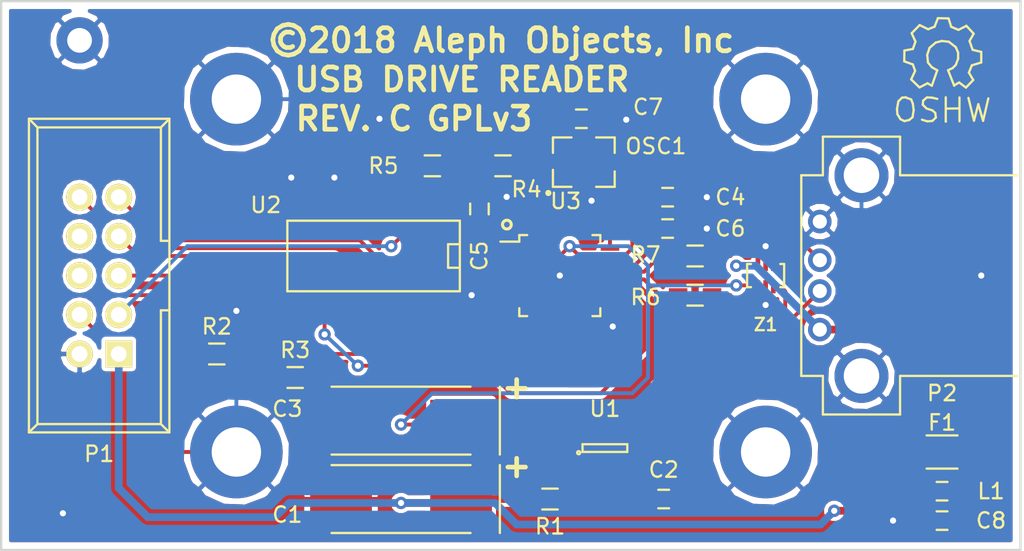
<source format=kicad_pcb>
(kicad_pcb (version 4) (host pcbnew 4.0.5+dfsg1-4)

  (general
    (links 68)
    (no_connects 0)
    (area 126.924999 83.744999 193.115001 119.455001)
    (thickness 1.6)
    (drawings 11)
    (tracks 244)
    (zones 0)
    (modules 33)
    (nets 51)
  )

  (page A4)
  (layers
    (0 F.Cu signal)
    (31 B.Cu signal hide)
    (32 B.Adhes user)
    (33 F.Adhes user)
    (34 B.Paste user)
    (35 F.Paste user)
    (36 B.SilkS user)
    (37 F.SilkS user)
    (38 B.Mask user)
    (39 F.Mask user)
    (40 Dwgs.User user)
    (41 Cmts.User user)
    (42 Eco1.User user)
    (43 Eco2.User user)
    (44 Edge.Cuts user)
    (45 Margin user)
    (46 B.CrtYd user)
    (47 F.CrtYd user)
    (48 B.Fab user)
    (49 F.Fab user)
  )

  (setup
    (last_trace_width 0.25)
    (trace_clearance 0.2)
    (zone_clearance 0.254)
    (zone_45_only no)
    (trace_min 0.2)
    (segment_width 0.2)
    (edge_width 0.15)
    (via_size 0.8)
    (via_drill 0.4)
    (via_min_size 0.4)
    (via_min_drill 0.3)
    (uvia_size 0.3)
    (uvia_drill 0.1)
    (uvias_allowed no)
    (uvia_min_size 0.2)
    (uvia_min_drill 0.1)
    (pcb_text_width 0.3)
    (pcb_text_size 1.5 1.5)
    (mod_edge_width 0.15)
    (mod_text_size 1 1)
    (mod_text_width 0.15)
    (pad_size 1.524 1.524)
    (pad_drill 0.762)
    (pad_to_mask_clearance 0.2)
    (aux_axis_origin 127 83.82)
    (visible_elements FFFFFF7F)
    (pcbplotparams
      (layerselection 0x010e8_80000001)
      (usegerberextensions false)
      (excludeedgelayer true)
      (linewidth 0.100000)
      (plotframeref false)
      (viasonmask false)
      (mode 1)
      (useauxorigin false)
      (hpglpennumber 1)
      (hpglpenspeed 20)
      (hpglpendiameter 15)
      (hpglpenoverlay 2)
      (psnegative false)
      (psa4output false)
      (plotreference true)
      (plotvalue true)
      (plotinvisibletext false)
      (padsonsilk false)
      (subtractmaskfromsilk false)
      (outputformat 1)
      (mirror false)
      (drillshape 0)
      (scaleselection 1)
      (outputdirectory ../PCB_Gerbers/))
  )

  (net 0 "")
  (net 1 GND)
  (net 2 +5V)
  (net 3 +3V3)
  (net 4 "Net-(F1-Pad1)")
  (net 5 "Net-(P1-Pad4)")
  (net 6 "Net-(P1-Pad6)")
  (net 7 "Net-(P1-Pad8)")
  (net 8 "Net-(P1-Pad10)")
  (net 9 "Net-(P2-Pad3)")
  (net 10 "Net-(P2-Pad2)")
  (net 11 "Net-(R2-Pad1)")
  (net 12 "Net-(R5-Pad2)")
  (net 13 "Net-(U2-Pad4)")
  (net 14 "Net-(U2-Pad6)")
  (net 15 "Net-(U2-Pad10)")
  (net 16 "Net-(C8-Pad1)")
  (net 17 "Net-(P1-Pad3)")
  (net 18 "Net-(P1-Pad5)")
  (net 19 "Net-(P1-Pad7)")
  (net 20 "Net-(P1-Pad9)")
  (net 21 "Net-(U2-Pad16)")
  (net 22 "Net-(U2-Pad13)")
  (net 23 "Net-(U2-Pad12)")
  (net 24 "Net-(U2-Pad15)")
  (net 25 "Net-(U3-Pad1)")
  (net 26 "Net-(U3-Pad4)")
  (net 27 "Net-(U3-Pad5)")
  (net 28 "Net-(U3-Pad6)")
  (net 29 "Net-(U3-Pad7)")
  (net 30 "Net-(U3-Pad8)")
  (net 31 "Net-(U3-Pad9)")
  (net 32 "Net-(U3-Pad10)")
  (net 33 "Net-(U3-Pad11)")
  (net 34 "Net-(U3-Pad26)")
  (net 35 "Net-(U3-Pad27)")
  (net 36 "Net-(U3-Pad28)")
  (net 37 "Net-(U3-Pad29)")
  (net 38 "Net-(U3-Pad30)")
  (net 39 "Net-(U3-Pad31)")
  (net 40 "Net-(U3-Pad32)")
  (net 41 "Net-(C6-Pad1)")
  (net 42 "Net-(U3-Pad17)")
  (net 43 "Net-(OSC1-Pad1)")
  (net 44 "Net-(OSC1-Pad3)")
  (net 45 "Net-(U3-Pad25)")
  (net 46 "Net-(C2-Pad1)")
  (net 47 "Net-(R3-Pad1)")
  (net 48 "Net-(R6-Pad2)")
  (net 49 "Net-(R7-Pad2)")
  (net 50 "Net-(U1-Pad4)")

  (net_class Default "This is the default net class."
    (clearance 0.2)
    (trace_width 0.25)
    (via_dia 0.8)
    (via_drill 0.4)
    (uvia_dia 0.3)
    (uvia_drill 0.1)
    (add_net +3V3)
    (add_net GND)
    (add_net "Net-(C2-Pad1)")
    (add_net "Net-(C6-Pad1)")
    (add_net "Net-(C8-Pad1)")
    (add_net "Net-(OSC1-Pad1)")
    (add_net "Net-(OSC1-Pad3)")
    (add_net "Net-(P1-Pad10)")
    (add_net "Net-(P1-Pad3)")
    (add_net "Net-(P1-Pad4)")
    (add_net "Net-(P1-Pad5)")
    (add_net "Net-(P1-Pad6)")
    (add_net "Net-(P1-Pad7)")
    (add_net "Net-(P1-Pad8)")
    (add_net "Net-(P1-Pad9)")
    (add_net "Net-(P2-Pad2)")
    (add_net "Net-(P2-Pad3)")
    (add_net "Net-(R2-Pad1)")
    (add_net "Net-(R3-Pad1)")
    (add_net "Net-(R5-Pad2)")
    (add_net "Net-(R6-Pad2)")
    (add_net "Net-(R7-Pad2)")
    (add_net "Net-(U1-Pad4)")
    (add_net "Net-(U2-Pad10)")
    (add_net "Net-(U2-Pad12)")
    (add_net "Net-(U2-Pad13)")
    (add_net "Net-(U2-Pad15)")
    (add_net "Net-(U2-Pad16)")
    (add_net "Net-(U2-Pad4)")
    (add_net "Net-(U2-Pad6)")
    (add_net "Net-(U3-Pad1)")
    (add_net "Net-(U3-Pad10)")
    (add_net "Net-(U3-Pad11)")
    (add_net "Net-(U3-Pad17)")
    (add_net "Net-(U3-Pad25)")
    (add_net "Net-(U3-Pad26)")
    (add_net "Net-(U3-Pad27)")
    (add_net "Net-(U3-Pad28)")
    (add_net "Net-(U3-Pad29)")
    (add_net "Net-(U3-Pad30)")
    (add_net "Net-(U3-Pad31)")
    (add_net "Net-(U3-Pad32)")
    (add_net "Net-(U3-Pad4)")
    (add_net "Net-(U3-Pad5)")
    (add_net "Net-(U3-Pad6)")
    (add_net "Net-(U3-Pad7)")
    (add_net "Net-(U3-Pad8)")
    (add_net "Net-(U3-Pad9)")
  )

  (net_class PWR ""
    (clearance 0.2)
    (trace_width 0.5)
    (via_dia 0.8)
    (via_drill 0.4)
    (uvia_dia 0.3)
    (uvia_drill 0.1)
    (add_net +5V)
    (add_net "Net-(F1-Pad1)")
  )

  (module Capacitors_Tantalum_SMD:TantalC_SizeD_EIA-7343_HandSoldering (layer F.Cu) (tedit 5C2652A6) (tstamp 5A9488C3)
    (at 152.908 116.078 180)
    (descr "Tantal Cap. , Size D, EIA-7343, Hand Soldering,")
    (tags "Tantal Cap. , Size D, EIA-7343, Hand Soldering,")
    (path /5A81E250)
    (attr smd)
    (fp_text reference C1 (at 7.366 -1.016 180) (layer F.SilkS)
      (effects (font (size 1 1) (thickness 0.15)))
    )
    (fp_text value 10uF (at -0.09906 3.59918 180) (layer F.Fab) hide
      (effects (font (size 1 1) (thickness 0.15)))
    )
    (fp_line (start 4.50088 -2.19964) (end -4.50088 -2.19964) (layer F.SilkS) (width 0.15))
    (fp_line (start -4.50088 2.19964) (end 4.50088 2.19964) (layer F.SilkS) (width 0.15))
    (fp_line (start -6.40334 -2.19964) (end -6.40334 2.19964) (layer F.SilkS) (width 0.15))
    (pad 2 smd rect (at 3.88874 0 180) (size 4.0005 2.70002) (layers F.Cu F.Paste F.Mask)
      (net 1 GND))
    (pad 1 smd rect (at -3.88874 0 180) (size 4.0005 2.70002) (layers F.Cu F.Paste F.Mask)
      (net 2 +5V))
    (model Capacitors_Tantalum_SMD.3dshapes/TantalC_SizeD_EIA-7343_HandSoldering.wrl
      (at (xyz 0 0 0))
      (scale (xyz 1 1 1))
      (rotate (xyz 0 0 180))
    )
  )

  (module Capacitors_Tantalum_SMD:TantalC_SizeD_EIA-7343_HandSoldering (layer F.Cu) (tedit 5C265273) (tstamp 5C2645C3)
    (at 152.908 110.998 180)
    (descr "Tantal Cap. , Size D, EIA-7343, Hand Soldering,")
    (tags "Tantal Cap. , Size D, EIA-7343, Hand Soldering,")
    (path /5A81E1B7)
    (attr smd)
    (fp_text reference C3 (at 7.366 0.762 180) (layer F.SilkS)
      (effects (font (size 1 1) (thickness 0.15)))
    )
    (fp_text value 33uF (at -0.09906 3.59918 180) (layer F.Fab) hide
      (effects (font (size 1 1) (thickness 0.15)))
    )
    (fp_text user + (at -7.62 0 180) (layer F.SilkS) hide
      (effects (font (size 1 1) (thickness 0.15)))
    )
    (fp_line (start 4.50088 -2.19964) (end -4.50088 -2.19964) (layer F.SilkS) (width 0.15))
    (fp_line (start -4.50088 2.19964) (end 4.50088 2.19964) (layer F.SilkS) (width 0.15))
    (fp_line (start -6.40334 -2.19964) (end -6.40334 2.19964) (layer F.SilkS) (width 0.15))
    (pad 2 smd rect (at 3.88874 0 180) (size 4.0005 2.70002) (layers F.Cu F.Paste F.Mask)
      (net 1 GND))
    (pad 1 smd rect (at -3.88874 0 180) (size 4.0005 2.70002) (layers F.Cu F.Paste F.Mask)
      (net 3 +3V3))
    (model Capacitors_Tantalum_SMD.3dshapes/TantalC_SizeD_EIA-7343_HandSoldering.wrl
      (at (xyz 0 0 0))
      (scale (xyz 1 1 1))
      (rotate (xyz 0 0 180))
    )
  )

  (module AO_Parts:FA-328_Crystal (layer F.Cu) (tedit 5C264B10) (tstamp 5C0FE63B)
    (at 164.75 94.25)
    (path /5C0FEB81)
    (attr smd)
    (fp_text reference OSC1 (at 4.668 -1.032) (layer F.SilkS)
      (effects (font (size 1 1) (thickness 0.15)))
    )
    (fp_text value Oscillator (at 0 -4.8) (layer F.Fab) hide
      (effects (font (size 1 1) (thickness 0.15)))
    )
    (fp_circle (center -2.3 2) (end -2.2 2) (layer F.SilkS) (width 0.2))
    (fp_line (start -2 0.5) (end -2 1.6) (layer F.SilkS) (width 0.15))
    (fp_line (start -2 1.6) (end -0.8 1.6) (layer F.SilkS) (width 0.15))
    (fp_line (start -0.8 -1.6) (end -2 -1.6) (layer F.SilkS) (width 0.15))
    (fp_line (start -2 -1.6) (end -2 -0.6) (layer F.SilkS) (width 0.15))
    (fp_line (start 2 0.6) (end 2 1.6) (layer F.SilkS) (width 0.15))
    (fp_line (start 2 1.6) (end 0.8 1.6) (layer F.SilkS) (width 0.15))
    (fp_line (start 0.8 -1.6) (end 2 -1.6) (layer F.SilkS) (width 0.15))
    (fp_line (start 2 -1.6) (end 2 -0.6) (layer F.SilkS) (width 0.15))
    (pad 1 smd rect (at -1.1 0.8) (size 1.4 1.2) (layers F.Cu F.Paste F.Mask)
      (net 43 "Net-(OSC1-Pad1)"))
    (pad 2 smd rect (at 1.1 0.8) (size 1.4 1.2) (layers F.Cu F.Paste F.Mask)
      (net 1 GND))
    (pad 3 smd rect (at 1.1 -0.8) (size 1.4 1.2) (layers F.Cu F.Paste F.Mask)
      (net 44 "Net-(OSC1-Pad3)"))
    (pad 4 smd rect (at -1.1 -0.8) (size 1.4 1.2) (layers F.Cu F.Paste F.Mask)
      (net 3 +3V3))
  )

  (module Capacitors_SMD:C_0603_HandSoldering (layer F.Cu) (tedit 5B4F5261) (tstamp 5A9488EF)
    (at 170.18 96.52)
    (descr "Capacitor SMD 0603, hand soldering")
    (tags "capacitor 0603")
    (path /5A8210BF)
    (attr smd)
    (fp_text reference C4 (at 4.064 0 180) (layer F.SilkS)
      (effects (font (size 1 1) (thickness 0.15)))
    )
    (fp_text value 0.1uF (at 0 1.9) (layer F.Fab) hide
      (effects (font (size 1 1) (thickness 0.15)))
    )
    (fp_line (start 0.35 0.6) (end -0.35 0.6) (layer F.SilkS) (width 0.15))
    (fp_line (start -0.35 -0.6) (end 0.35 -0.6) (layer F.SilkS) (width 0.15))
    (fp_line (start 1.85 -0.75) (end 1.85 0.75) (layer F.CrtYd) (width 0.05))
    (fp_line (start -1.85 -0.75) (end -1.85 0.75) (layer F.CrtYd) (width 0.05))
    (fp_line (start -1.85 0.75) (end 1.85 0.75) (layer F.CrtYd) (width 0.05))
    (fp_line (start -1.85 -0.75) (end 1.85 -0.75) (layer F.CrtYd) (width 0.05))
    (fp_line (start -0.8 -0.4) (end 0.8 -0.4) (layer F.Fab) (width 0.15))
    (fp_line (start 0.8 -0.4) (end 0.8 0.4) (layer F.Fab) (width 0.15))
    (fp_line (start 0.8 0.4) (end -0.8 0.4) (layer F.Fab) (width 0.15))
    (fp_line (start -0.8 0.4) (end -0.8 -0.4) (layer F.Fab) (width 0.15))
    (pad 1 smd rect (at -0.95 0) (size 1.2 0.75) (layers F.Cu F.Paste F.Mask)
      (net 3 +3V3))
    (pad 2 smd rect (at 0.95 0) (size 1.2 0.75) (layers F.Cu F.Paste F.Mask)
      (net 1 GND))
    (model Capacitors_SMD.3dshapes/C_0603_HandSoldering.wrl
      (at (xyz 0 0 0))
      (scale (xyz 1 1 1))
      (rotate (xyz 0 0 0))
    )
  )

  (module Capacitors_SMD:C_0603_HandSoldering (layer F.Cu) (tedit 5B4F526A) (tstamp 5A94890F)
    (at 170.18 98.552)
    (descr "Capacitor SMD 0603, hand soldering")
    (tags "capacitor 0603")
    (path /5A823A3B)
    (attr smd)
    (fp_text reference C6 (at 4.064 0) (layer F.SilkS)
      (effects (font (size 1 1) (thickness 0.15)))
    )
    (fp_text value 0.1uF (at 0 1.9) (layer F.Fab) hide
      (effects (font (size 1 1) (thickness 0.15)))
    )
    (fp_line (start 0.35 0.6) (end -0.35 0.6) (layer F.SilkS) (width 0.15))
    (fp_line (start -0.35 -0.6) (end 0.35 -0.6) (layer F.SilkS) (width 0.15))
    (fp_line (start 1.85 -0.75) (end 1.85 0.75) (layer F.CrtYd) (width 0.05))
    (fp_line (start -1.85 -0.75) (end -1.85 0.75) (layer F.CrtYd) (width 0.05))
    (fp_line (start -1.85 0.75) (end 1.85 0.75) (layer F.CrtYd) (width 0.05))
    (fp_line (start -1.85 -0.75) (end 1.85 -0.75) (layer F.CrtYd) (width 0.05))
    (fp_line (start -0.8 -0.4) (end 0.8 -0.4) (layer F.Fab) (width 0.15))
    (fp_line (start 0.8 -0.4) (end 0.8 0.4) (layer F.Fab) (width 0.15))
    (fp_line (start 0.8 0.4) (end -0.8 0.4) (layer F.Fab) (width 0.15))
    (fp_line (start -0.8 0.4) (end -0.8 -0.4) (layer F.Fab) (width 0.15))
    (pad 1 smd rect (at -0.95 0) (size 1.2 0.75) (layers F.Cu F.Paste F.Mask)
      (net 41 "Net-(C6-Pad1)"))
    (pad 2 smd rect (at 0.95 0) (size 1.2 0.75) (layers F.Cu F.Paste F.Mask)
      (net 1 GND))
    (model Capacitors_SMD.3dshapes/C_0603_HandSoldering.wrl
      (at (xyz 0 0 0))
      (scale (xyz 1 1 1))
      (rotate (xyz 0 0 0))
    )
  )

  (module Resistors_SMD:R_1206_HandSoldering (layer F.Cu) (tedit 5A84A36C) (tstamp 5A94892B)
    (at 187.96 113.03)
    (descr "Resistor SMD 1206, hand soldering")
    (tags "resistor 1206")
    (path /5A821938)
    (attr smd)
    (fp_text reference F1 (at 0 -1.905) (layer F.SilkS)
      (effects (font (size 1 1) (thickness 0.15)))
    )
    (fp_text value Polyfuse (at 0 2.3) (layer F.Fab) hide
      (effects (font (size 1 1) (thickness 0.15)))
    )
    (fp_line (start -1 -1.075) (end 1 -1.075) (layer F.SilkS) (width 0.15))
    (fp_line (start 1 1.075) (end -1 1.075) (layer F.SilkS) (width 0.15))
    (fp_line (start 3.3 -1.2) (end 3.3 1.2) (layer F.CrtYd) (width 0.05))
    (fp_line (start -3.3 -1.2) (end -3.3 1.2) (layer F.CrtYd) (width 0.05))
    (fp_line (start -3.3 1.2) (end 3.3 1.2) (layer F.CrtYd) (width 0.05))
    (fp_line (start -3.3 -1.2) (end 3.3 -1.2) (layer F.CrtYd) (width 0.05))
    (pad 1 smd rect (at -2 0) (size 2 1.7) (layers F.Cu F.Paste F.Mask)
      (net 4 "Net-(F1-Pad1)"))
    (pad 2 smd rect (at 2 0) (size 2 1.7) (layers F.Cu F.Paste F.Mask)
      (net 16 "Net-(C8-Pad1)"))
    (model Resistors_SMD.3dshapes/R_1206_HandSoldering.wrl
      (at (xyz 0 0 0))
      (scale (xyz 1 1 1))
      (rotate (xyz 0 0 0))
    )
  )

  (module Connectors:IDC_Header_Straight_10pins (layer F.Cu) (tedit 5B4F52C3) (tstamp 5A94896D)
    (at 134.62 106.68 90)
    (descr "10 pins through hole IDC header")
    (tags "IDC header socket VASCH")
    (path /5A7CEDA2)
    (fp_text reference P1 (at -6.477 -1.27 180) (layer F.SilkS)
      (effects (font (size 1 1) (thickness 0.15)))
    )
    (fp_text value CONN_02X05 (at 5.08 5.223 90) (layer F.Fab) hide
      (effects (font (size 1 1) (thickness 0.15)))
    )
    (fp_line (start -5.35 3.55) (end -5.35 -6.05) (layer F.CrtYd) (width 0.05))
    (fp_line (start 15.5 3.55) (end -5.35 3.55) (layer F.CrtYd) (width 0.05))
    (fp_line (start 15.5 -6.05) (end 15.5 3.55) (layer F.CrtYd) (width 0.05))
    (fp_line (start -5.35 -6.05) (end 15.5 -6.05) (layer F.CrtYd) (width 0.05))
    (fp_line (start 15.24 3.28) (end 14.68 2.73) (layer F.SilkS) (width 0.15))
    (fp_line (start -5.08 3.28) (end -4.54 2.73) (layer F.SilkS) (width 0.15))
    (fp_line (start 15.24 -5.82) (end 14.68 -5.27) (layer F.SilkS) (width 0.15))
    (fp_line (start -5.08 -5.82) (end -4.54 -5.27) (layer F.SilkS) (width 0.15))
    (fp_line (start 14.68 -5.27) (end 14.68 2.73) (layer F.SilkS) (width 0.15))
    (fp_line (start 15.24 -5.82) (end 15.24 3.28) (layer F.SilkS) (width 0.15))
    (fp_line (start -4.54 -5.27) (end -4.54 2.73) (layer F.SilkS) (width 0.15))
    (fp_line (start -5.08 -5.82) (end -5.08 3.28) (layer F.SilkS) (width 0.15))
    (fp_line (start 7.33 2.73) (end 7.33 3.28) (layer F.SilkS) (width 0.15))
    (fp_line (start 2.83 2.73) (end 2.83 3.28) (layer F.SilkS) (width 0.15))
    (fp_line (start 7.33 2.73) (end 14.68 2.73) (layer F.SilkS) (width 0.15))
    (fp_line (start -4.54 2.73) (end 2.83 2.73) (layer F.SilkS) (width 0.15))
    (fp_line (start -5.08 3.28) (end 15.24 3.28) (layer F.SilkS) (width 0.15))
    (fp_line (start -4.54 -5.27) (end 14.68 -5.27) (layer F.SilkS) (width 0.15))
    (fp_line (start -5.08 -5.82) (end 15.24 -5.82) (layer F.SilkS) (width 0.15))
    (pad 1 thru_hole rect (at 0 0 90) (size 1.7272 1.7272) (drill 1.016) (layers *.Cu *.Mask F.SilkS)
      (net 2 +5V))
    (pad 2 thru_hole oval (at 0 -2.54 90) (size 1.7272 1.7272) (drill 1.016) (layers *.Cu *.Mask F.SilkS)
      (net 1 GND))
    (pad 3 thru_hole oval (at 2.54 0 90) (size 1.7272 1.7272) (drill 1.016) (layers *.Cu *.Mask F.SilkS)
      (net 17 "Net-(P1-Pad3)"))
    (pad 4 thru_hole oval (at 2.54 -2.54 90) (size 1.7272 1.7272) (drill 1.016) (layers *.Cu *.Mask F.SilkS)
      (net 5 "Net-(P1-Pad4)"))
    (pad 5 thru_hole oval (at 5.08 0 90) (size 1.7272 1.7272) (drill 1.016) (layers *.Cu *.Mask F.SilkS)
      (net 18 "Net-(P1-Pad5)"))
    (pad 6 thru_hole oval (at 5.08 -2.54 90) (size 1.7272 1.7272) (drill 1.016) (layers *.Cu *.Mask F.SilkS)
      (net 6 "Net-(P1-Pad6)"))
    (pad 7 thru_hole oval (at 7.62 0 90) (size 1.7272 1.7272) (drill 1.016) (layers *.Cu *.Mask F.SilkS)
      (net 19 "Net-(P1-Pad7)"))
    (pad 8 thru_hole oval (at 7.62 -2.54 90) (size 1.7272 1.7272) (drill 1.016) (layers *.Cu *.Mask F.SilkS)
      (net 7 "Net-(P1-Pad8)"))
    (pad 9 thru_hole oval (at 10.16 0 90) (size 1.7272 1.7272) (drill 1.016) (layers *.Cu *.Mask F.SilkS)
      (net 20 "Net-(P1-Pad9)"))
    (pad 10 thru_hole oval (at 10.16 -2.54 90) (size 1.7272 1.7272) (drill 1.016) (layers *.Cu *.Mask F.SilkS)
      (net 8 "Net-(P1-Pad10)"))
  )

  (module "AO Parts:USB_A_TH" (layer F.Cu) (tedit 5A84AFA6) (tstamp 5A948982)
    (at 193.04 101.6)
    (path /5A7CEA37)
    (fp_text reference P2 (at -5.08 7.62) (layer F.SilkS)
      (effects (font (size 1 1) (thickness 0.15)))
    )
    (fp_text value USB_A (at -7.62 0) (layer F.Fab) hide
      (effects (font (size 1 1) (thickness 0.15)))
    )
    (fp_line (start -12.8 6.5) (end -14.2 6.5) (layer F.SilkS) (width 0.15))
    (fp_line (start -12.8 -6.5) (end -14.2 -6.5) (layer F.SilkS) (width 0.15))
    (fp_line (start -7.8 6.5) (end -7.8 9) (layer F.SilkS) (width 0.15))
    (fp_line (start -12.8 6.5) (end -12.8 9) (layer F.SilkS) (width 0.15))
    (fp_line (start -12.8 -6.5) (end -12.8 -9) (layer F.SilkS) (width 0.15))
    (fp_line (start -12.8 -9) (end -7.8 -9) (layer F.SilkS) (width 0.15))
    (fp_line (start -7.8 -9) (end -7.8 -6.5) (layer F.SilkS) (width 0.15))
    (fp_line (start -7.8 -6.5) (end -0.2 -6.5) (layer F.SilkS) (width 0.15))
    (fp_line (start -12.8 9) (end -7.8 9) (layer F.SilkS) (width 0.15))
    (fp_line (start -7.8 6.5) (end -0.2 6.5) (layer F.SilkS) (width 0.15))
    (fp_line (start -14.2 -6.5) (end -14.2 6.5) (layer F.SilkS) (width 0.15))
    (pad 3 thru_hole circle (at -13 -1) (size 1.524 1.524) (drill 0.92) (layers *.Cu *.Mask)
      (net 9 "Net-(P2-Pad3)"))
    (pad 2 thru_hole circle (at -13 1) (size 1.524 1.524) (drill 0.92) (layers *.Cu *.Mask)
      (net 10 "Net-(P2-Pad2)"))
    (pad 4 thru_hole circle (at -13 -3.5) (size 1.524 1.524) (drill 0.92) (layers *.Cu *.Mask)
      (net 1 GND))
    (pad 1 thru_hole circle (at -13 3.5) (size 1.524 1.524) (drill 0.92) (layers *.Cu *.Mask)
      (net 4 "Net-(F1-Pad1)"))
    (pad 5 thru_hole circle (at -10.3 6.5) (size 3.5 3.5) (drill 2.3) (layers *.Cu *.Mask)
      (net 1 GND))
    (pad 5 thru_hole circle (at -10.3 -6.5) (size 3.5 3.5) (drill 2.3) (layers *.Cu *.Mask)
      (net 1 GND))
  )

  (module Resistors_SMD:R_0603_HandSoldering (layer F.Cu) (tedit 5B4F478C) (tstamp 5A94899D)
    (at 162.56 116.078)
    (descr "Resistor SMD 0603, hand soldering")
    (tags "resistor 0603")
    (path /5C2651D8)
    (attr smd)
    (fp_text reference R1 (at 0 1.778) (layer F.SilkS)
      (effects (font (size 1 1) (thickness 0.15)))
    )
    (fp_text value 100k (at 0 1.9) (layer F.Fab) hide
      (effects (font (size 1 1) (thickness 0.15)))
    )
    (fp_line (start -0.5 -0.675) (end 0.5 -0.675) (layer F.SilkS) (width 0.15))
    (fp_line (start 0.5 0.675) (end -0.5 0.675) (layer F.SilkS) (width 0.15))
    (fp_line (start 2 -0.8) (end 2 0.8) (layer F.CrtYd) (width 0.05))
    (fp_line (start -2 -0.8) (end -2 0.8) (layer F.CrtYd) (width 0.05))
    (fp_line (start -2 0.8) (end 2 0.8) (layer F.CrtYd) (width 0.05))
    (fp_line (start -2 -0.8) (end 2 -0.8) (layer F.CrtYd) (width 0.05))
    (pad 1 smd rect (at -1.1 0) (size 1.2 0.9) (layers F.Cu F.Paste F.Mask)
      (net 2 +5V))
    (pad 2 smd rect (at 1.1 0) (size 1.2 0.9) (layers F.Cu F.Paste F.Mask)
      (net 46 "Net-(C2-Pad1)"))
    (model Resistors_SMD.3dshapes/R_0603_HandSoldering.wrl
      (at (xyz 0 0 0))
      (scale (xyz 1 1 1))
      (rotate (xyz 0 0 0))
    )
  )

  (module Resistors_SMD:R_0603_HandSoldering (layer F.Cu) (tedit 5B4F479E) (tstamp 5A9489A9)
    (at 140.97 106.68 180)
    (descr "Resistor SMD 0603, hand soldering")
    (tags "resistor 0603")
    (path /5A8202DF)
    (attr smd)
    (fp_text reference R2 (at 0 1.778 180) (layer F.SilkS)
      (effects (font (size 1 1) (thickness 0.15)))
    )
    (fp_text value 100 (at 0 1.9 180) (layer F.Fab) hide
      (effects (font (size 1 1) (thickness 0.15)))
    )
    (fp_line (start -0.5 -0.675) (end 0.5 -0.675) (layer F.SilkS) (width 0.15))
    (fp_line (start 0.5 0.675) (end -0.5 0.675) (layer F.SilkS) (width 0.15))
    (fp_line (start 2 -0.8) (end 2 0.8) (layer F.CrtYd) (width 0.05))
    (fp_line (start -2 -0.8) (end -2 0.8) (layer F.CrtYd) (width 0.05))
    (fp_line (start -2 0.8) (end 2 0.8) (layer F.CrtYd) (width 0.05))
    (fp_line (start -2 -0.8) (end 2 -0.8) (layer F.CrtYd) (width 0.05))
    (pad 1 smd rect (at -1.1 0 180) (size 1.2 0.9) (layers F.Cu F.Paste F.Mask)
      (net 11 "Net-(R2-Pad1)"))
    (pad 2 smd rect (at 1.1 0 180) (size 1.2 0.9) (layers F.Cu F.Paste F.Mask)
      (net 8 "Net-(P1-Pad10)"))
    (model Resistors_SMD.3dshapes/R_0603_HandSoldering.wrl
      (at (xyz 0 0 0))
      (scale (xyz 1 1 1))
      (rotate (xyz 0 0 0))
    )
  )

  (module Resistors_SMD:R_0603_HandSoldering (layer F.Cu) (tedit 5C264B6C) (tstamp 5A9489B5)
    (at 146.05 108.204 180)
    (descr "Resistor SMD 0603, hand soldering")
    (tags "resistor 0603")
    (path /5A821623)
    (attr smd)
    (fp_text reference R3 (at 0 1.778 180) (layer F.SilkS)
      (effects (font (size 1 1) (thickness 0.15)))
    )
    (fp_text value 100 (at 0 1.9 180) (layer F.Fab) hide
      (effects (font (size 1 1) (thickness 0.15)))
    )
    (fp_line (start -0.5 -0.675) (end 0.5 -0.675) (layer F.SilkS) (width 0.15))
    (fp_line (start 0.5 0.675) (end -0.5 0.675) (layer F.SilkS) (width 0.15))
    (fp_line (start 2 -0.8) (end 2 0.8) (layer F.CrtYd) (width 0.05))
    (fp_line (start -2 -0.8) (end -2 0.8) (layer F.CrtYd) (width 0.05))
    (fp_line (start -2 0.8) (end 2 0.8) (layer F.CrtYd) (width 0.05))
    (fp_line (start -2 -0.8) (end 2 -0.8) (layer F.CrtYd) (width 0.05))
    (pad 1 smd rect (at -1.1 0 180) (size 1.2 0.9) (layers F.Cu F.Paste F.Mask)
      (net 47 "Net-(R3-Pad1)"))
    (pad 2 smd rect (at 1.1 0 180) (size 1.2 0.9) (layers F.Cu F.Paste F.Mask)
      (net 5 "Net-(P1-Pad4)"))
    (model Resistors_SMD.3dshapes/R_0603_HandSoldering.wrl
      (at (xyz 0 0 0))
      (scale (xyz 1 1 1))
      (rotate (xyz 0 0 0))
    )
  )

  (module Resistors_SMD:R_0603_HandSoldering (layer F.Cu) (tedit 5C264B0A) (tstamp 5A9489C1)
    (at 159.512 94.488)
    (descr "Resistor SMD 0603, hand soldering")
    (tags "resistor 0603")
    (path /5C0FEE8A)
    (attr smd)
    (fp_text reference R4 (at 1.524 1.524 180) (layer F.SilkS)
      (effects (font (size 1 1) (thickness 0.15)))
    )
    (fp_text value 10k (at 0 1.9) (layer F.Fab) hide
      (effects (font (size 1 1) (thickness 0.15)))
    )
    (fp_line (start -0.5 -0.675) (end 0.5 -0.675) (layer F.SilkS) (width 0.15))
    (fp_line (start 0.5 0.675) (end -0.5 0.675) (layer F.SilkS) (width 0.15))
    (fp_line (start 2 -0.8) (end 2 0.8) (layer F.CrtYd) (width 0.05))
    (fp_line (start -2 -0.8) (end -2 0.8) (layer F.CrtYd) (width 0.05))
    (fp_line (start -2 0.8) (end 2 0.8) (layer F.CrtYd) (width 0.05))
    (fp_line (start -2 -0.8) (end 2 -0.8) (layer F.CrtYd) (width 0.05))
    (pad 1 smd rect (at -1.1 0) (size 1.2 0.9) (layers F.Cu F.Paste F.Mask)
      (net 3 +3V3))
    (pad 2 smd rect (at 1.1 0) (size 1.2 0.9) (layers F.Cu F.Paste F.Mask)
      (net 43 "Net-(OSC1-Pad1)"))
    (model Resistors_SMD.3dshapes/R_0603_HandSoldering.wrl
      (at (xyz 0 0 0))
      (scale (xyz 1 1 1))
      (rotate (xyz 0 0 0))
    )
  )

  (module Resistors_SMD:R_0603_HandSoldering (layer F.Cu) (tedit 5A84B488) (tstamp 5A9489CD)
    (at 154.94 94.488 180)
    (descr "Resistor SMD 0603, hand soldering")
    (tags "resistor 0603")
    (path /5A820E2A)
    (attr smd)
    (fp_text reference R5 (at 3.175 0 180) (layer F.SilkS)
      (effects (font (size 1 1) (thickness 0.15)))
    )
    (fp_text value 10k (at 0 1.9 180) (layer F.Fab) hide
      (effects (font (size 1 1) (thickness 0.15)))
    )
    (fp_line (start -0.5 -0.675) (end 0.5 -0.675) (layer F.SilkS) (width 0.15))
    (fp_line (start 0.5 0.675) (end -0.5 0.675) (layer F.SilkS) (width 0.15))
    (fp_line (start 2 -0.8) (end 2 0.8) (layer F.CrtYd) (width 0.05))
    (fp_line (start -2 -0.8) (end -2 0.8) (layer F.CrtYd) (width 0.05))
    (fp_line (start -2 0.8) (end 2 0.8) (layer F.CrtYd) (width 0.05))
    (fp_line (start -2 -0.8) (end 2 -0.8) (layer F.CrtYd) (width 0.05))
    (pad 1 smd rect (at -1.1 0 180) (size 1.2 0.9) (layers F.Cu F.Paste F.Mask)
      (net 3 +3V3))
    (pad 2 smd rect (at 1.1 0 180) (size 1.2 0.9) (layers F.Cu F.Paste F.Mask)
      (net 12 "Net-(R5-Pad2)"))
    (model Resistors_SMD.3dshapes/R_0603_HandSoldering.wrl
      (at (xyz 0 0 0))
      (scale (xyz 1 1 1))
      (rotate (xyz 0 0 0))
    )
  )

  (module GLCD:SOT-666 (layer F.Cu) (tedit 5A84BAAF) (tstamp 5A948A3D)
    (at 176.53 101.6 90)
    (path /5A7DD772)
    (solder_mask_margin 0.05)
    (attr smd)
    (fp_text reference Z1 (at -3.175 0 180) (layer F.SilkS)
      (effects (font (size 0.8 0.8) (thickness 0.15)))
    )
    (fp_text value ZENER_4_CHANNEL (at 0 2 90) (layer F.Fab) hide
      (effects (font (size 0.8 0.8) (thickness 0.15)))
    )
    (fp_line (start -0.75 1.2) (end -0.75 0.95) (layer F.SilkS) (width 0.15))
    (fp_line (start 0.75 1.2) (end 0.75 0.95) (layer F.SilkS) (width 0.15))
    (fp_line (start -0.75 -1.2) (end -0.75 -0.95) (layer F.SilkS) (width 0.15))
    (fp_line (start 0.75 -1.2) (end 0.75 -0.95) (layer F.SilkS) (width 0.15))
    (fp_line (start -0.75 1.2) (end 0.75 1.2) (layer F.SilkS) (width 0.15))
    (fp_line (start 0.75 -1.2) (end -0.75 -1.2) (layer F.SilkS) (width 0.15))
    (pad 6 smd rect (at 0.725 -0.5 180) (size 0.3 0.85) (layers F.Cu F.Paste F.Mask)
      (net 4 "Net-(F1-Pad1)"))
    (pad 5 smd rect (at 0.725 0 180) (size 0.3 0.85) (layers F.Cu F.Paste F.Mask)
      (net 1 GND))
    (pad 4 smd rect (at 0.725 0.5 180) (size 0.3 0.85) (layers F.Cu F.Paste F.Mask)
      (net 9 "Net-(P2-Pad3)"))
    (pad 3 smd rect (at -0.725 0.5 180) (size 0.3 0.85) (layers F.Cu F.Paste F.Mask)
      (net 10 "Net-(P2-Pad2)"))
    (pad 2 smd rect (at -0.725 0 180) (size 0.3 0.85) (layers F.Cu F.Paste F.Mask)
      (net 1 GND))
    (pad 1 smd rect (at -0.725 -0.5 180) (size 0.3 0.85) (layers F.Cu F.Paste F.Mask)
      (net 3 +3V3))
    (model smd_qfn/dfn6-3x3.wrl
      (at (xyz 0 0 0))
      (scale (xyz 0.5 0.5 0.8))
      (rotate (xyz 0 0 0))
    )
  )

  (module AO_Parts:MH_M3x6mm (layer F.Cu) (tedit 5A84606B) (tstamp 5A845E6F)
    (at 142.24 90.17)
    (path /5A846151)
    (fp_text reference MH1 (at 0 4.25) (layer F.SilkS) hide
      (effects (font (size 1 1) (thickness 0.15)))
    )
    (fp_text value "MOUNTING HOLE" (at 0 -4) (layer F.Fab) hide
      (effects (font (size 1 1) (thickness 0.15)))
    )
    (pad 1 thru_hole circle (at 0 0) (size 6 6) (drill 3.2) (layers *.Cu *.Mask)
      (net 1 GND))
  )

  (module AO_Parts:MH_M3x6mm (layer F.Cu) (tedit 5A846072) (tstamp 5A845E74)
    (at 142.24 113.03)
    (path /5A8460BE)
    (fp_text reference MH2 (at 0 4.25) (layer F.SilkS) hide
      (effects (font (size 1 1) (thickness 0.15)))
    )
    (fp_text value "MOUNTING HOLE" (at 0 -4) (layer F.Fab) hide
      (effects (font (size 1 1) (thickness 0.15)))
    )
    (pad 1 thru_hole circle (at 0 0) (size 6 6) (drill 3.2) (layers *.Cu *.Mask)
      (net 1 GND))
  )

  (module "AO Parts:MH_M3x6mm" (layer F.Cu) (tedit 5A846079) (tstamp 5A845E79)
    (at 176.53 113.03)
    (path /5A82772E)
    (fp_text reference MH3 (at 0 4.25) (layer F.SilkS) hide
      (effects (font (size 1 1) (thickness 0.15)))
    )
    (fp_text value "MOUNTING HOLE" (at 0 -4) (layer F.Fab) hide
      (effects (font (size 1 1) (thickness 0.15)))
    )
    (pad 1 thru_hole circle (at 0 0) (size 6 6) (drill 3.2) (layers *.Cu *.Mask)
      (net 1 GND))
  )

  (module "AO Parts:MH_M3x6mm" (layer F.Cu) (tedit 5A846081) (tstamp 5A845E7E)
    (at 176.53 90.17)
    (path /5A827859)
    (fp_text reference MH4 (at 0 4.25) (layer F.SilkS) hide
      (effects (font (size 1 1) (thickness 0.15)))
    )
    (fp_text value "MOUNTING HOLE" (at 0 -4) (layer F.Fab) hide
      (effects (font (size 1 1) (thickness 0.15)))
    )
    (pad 1 thru_hole circle (at 0 0) (size 6 6) (drill 3.2) (layers *.Cu *.Mask)
      (net 1 GND))
  )

  (module Capacitors_SMD:C_0603_HandSoldering (layer F.Cu) (tedit 5A84A42F) (tstamp 5A84632B)
    (at 187.96 117.475 180)
    (descr "Capacitor SMD 0603, hand soldering")
    (tags "capacitor 0603")
    (path /5A821C02)
    (attr smd)
    (fp_text reference C8 (at -3.175 0 360) (layer F.SilkS)
      (effects (font (size 1 1) (thickness 0.15)))
    )
    (fp_text value 0.1uF (at 0 1.9 180) (layer F.Fab) hide
      (effects (font (size 1 1) (thickness 0.15)))
    )
    (fp_line (start 0.35 0.6) (end -0.35 0.6) (layer F.SilkS) (width 0.15))
    (fp_line (start -0.35 -0.6) (end 0.35 -0.6) (layer F.SilkS) (width 0.15))
    (fp_line (start 1.85 -0.75) (end 1.85 0.75) (layer F.CrtYd) (width 0.05))
    (fp_line (start -1.85 -0.75) (end -1.85 0.75) (layer F.CrtYd) (width 0.05))
    (fp_line (start -1.85 0.75) (end 1.85 0.75) (layer F.CrtYd) (width 0.05))
    (fp_line (start -1.85 -0.75) (end 1.85 -0.75) (layer F.CrtYd) (width 0.05))
    (fp_line (start -0.8 -0.4) (end 0.8 -0.4) (layer F.Fab) (width 0.15))
    (fp_line (start 0.8 -0.4) (end 0.8 0.4) (layer F.Fab) (width 0.15))
    (fp_line (start 0.8 0.4) (end -0.8 0.4) (layer F.Fab) (width 0.15))
    (fp_line (start -0.8 0.4) (end -0.8 -0.4) (layer F.Fab) (width 0.15))
    (pad 1 smd rect (at -0.95 0 180) (size 1.2 0.75) (layers F.Cu F.Paste F.Mask)
      (net 16 "Net-(C8-Pad1)"))
    (pad 2 smd rect (at 0.95 0 180) (size 1.2 0.75) (layers F.Cu F.Paste F.Mask)
      (net 1 GND))
    (model Capacitors_SMD.3dshapes/C_0603_HandSoldering.wrl
      (at (xyz 0 0 0))
      (scale (xyz 1 1 1))
      (rotate (xyz 0 0 0))
    )
  )

  (module Capacitors_SMD:C_0603_HandSoldering (layer F.Cu) (tedit 5A846A34) (tstamp 5A8469B4)
    (at 187.96 115.57 180)
    (descr "Capacitor SMD 0603, hand soldering")
    (tags "capacitor 0603")
    (path /5A821DE0)
    (attr smd)
    (fp_text reference L1 (at -3.175 0 180) (layer F.SilkS)
      (effects (font (size 1 1) (thickness 0.15)))
    )
    (fp_text value Ferrite_Bead (at 0 1.9 180) (layer F.Fab) hide
      (effects (font (size 1 1) (thickness 0.15)))
    )
    (fp_line (start 0.35 0.6) (end -0.35 0.6) (layer F.SilkS) (width 0.15))
    (fp_line (start -0.35 -0.6) (end 0.35 -0.6) (layer F.SilkS) (width 0.15))
    (fp_line (start 1.85 -0.75) (end 1.85 0.75) (layer F.CrtYd) (width 0.05))
    (fp_line (start -1.85 -0.75) (end -1.85 0.75) (layer F.CrtYd) (width 0.05))
    (fp_line (start -1.85 0.75) (end 1.85 0.75) (layer F.CrtYd) (width 0.05))
    (fp_line (start -1.85 -0.75) (end 1.85 -0.75) (layer F.CrtYd) (width 0.05))
    (fp_line (start -0.8 -0.4) (end 0.8 -0.4) (layer F.Fab) (width 0.15))
    (fp_line (start 0.8 -0.4) (end 0.8 0.4) (layer F.Fab) (width 0.15))
    (fp_line (start 0.8 0.4) (end -0.8 0.4) (layer F.Fab) (width 0.15))
    (fp_line (start -0.8 0.4) (end -0.8 -0.4) (layer F.Fab) (width 0.15))
    (pad 1 smd rect (at -0.95 0 180) (size 1.2 0.75) (layers F.Cu F.Paste F.Mask)
      (net 16 "Net-(C8-Pad1)"))
    (pad 2 smd rect (at 0.95 0 180) (size 1.2 0.75) (layers F.Cu F.Paste F.Mask)
      (net 2 +5V))
    (model Capacitors_SMD.3dshapes/C_0603_HandSoldering.wrl
      (at (xyz 0 0 0))
      (scale (xyz 1 1 1))
      (rotate (xyz 0 0 0))
    )
  )

  (module SMD_Packages:SO-16-N (layer F.Cu) (tedit 5B4F52B9) (tstamp 5A847A20)
    (at 151.13 100.33 180)
    (descr "Module CMS SOJ 16 pins large")
    (tags "CMS SOJ")
    (path /5A81F840)
    (attr smd)
    (fp_text reference U2 (at 6.985 3.302 180) (layer F.SilkS)
      (effects (font (size 1 1) (thickness 0.15)))
    )
    (fp_text value 74HC4050 (at 0 1.27 180) (layer F.Fab) hide
      (effects (font (size 1 1) (thickness 0.15)))
    )
    (fp_line (start -5.588 -2.286) (end 5.588 -2.286) (layer F.SilkS) (width 0.15))
    (fp_line (start -5.588 2.286) (end -5.588 -2.286) (layer F.SilkS) (width 0.15))
    (fp_line (start 5.588 2.286) (end -5.588 2.286) (layer F.SilkS) (width 0.15))
    (fp_line (start 5.588 -2.286) (end 5.588 2.286) (layer F.SilkS) (width 0.15))
    (fp_line (start -4.826 0.762) (end -5.588 0.762) (layer F.SilkS) (width 0.15))
    (fp_line (start -4.826 -0.762) (end -4.826 0.762) (layer F.SilkS) (width 0.15))
    (fp_line (start -5.588 -0.762) (end -4.826 -0.762) (layer F.SilkS) (width 0.15))
    (pad 16 smd rect (at -4.445 -3.175 180) (size 0.508 1.143) (layers F.Cu F.Paste F.Mask)
      (net 21 "Net-(U2-Pad16)"))
    (pad 14 smd rect (at -1.905 -3.175 180) (size 0.508 1.143) (layers F.Cu F.Paste F.Mask)
      (net 20 "Net-(P1-Pad9)"))
    (pad 13 smd rect (at -0.635 -3.175 180) (size 0.508 1.143) (layers F.Cu F.Paste F.Mask)
      (net 22 "Net-(U2-Pad13)"))
    (pad 12 smd rect (at 0.635 -3.175 180) (size 0.508 1.143) (layers F.Cu F.Paste F.Mask)
      (net 23 "Net-(U2-Pad12)"))
    (pad 11 smd rect (at 1.905 -3.175 180) (size 0.508 1.143) (layers F.Cu F.Paste F.Mask)
      (net 19 "Net-(P1-Pad7)"))
    (pad 10 smd rect (at 3.175 -3.175 180) (size 0.508 1.143) (layers F.Cu F.Paste F.Mask)
      (net 15 "Net-(U2-Pad10)"))
    (pad 9 smd rect (at 4.445 -3.175 180) (size 0.508 1.143) (layers F.Cu F.Paste F.Mask)
      (net 18 "Net-(P1-Pad5)"))
    (pad 8 smd rect (at 4.445 3.175 180) (size 0.508 1.143) (layers F.Cu F.Paste F.Mask)
      (net 1 GND))
    (pad 7 smd rect (at 3.175 3.175 180) (size 0.508 1.143) (layers F.Cu F.Paste F.Mask)
      (net 1 GND))
    (pad 6 smd rect (at 1.905 3.175 180) (size 0.508 1.143) (layers F.Cu F.Paste F.Mask)
      (net 14 "Net-(U2-Pad6)"))
    (pad 5 smd rect (at 0.635 3.175 180) (size 0.508 1.143) (layers F.Cu F.Paste F.Mask)
      (net 1 GND))
    (pad 4 smd rect (at -0.635 3.175 180) (size 0.508 1.143) (layers F.Cu F.Paste F.Mask)
      (net 13 "Net-(U2-Pad4)"))
    (pad 3 smd rect (at -1.905 3.175 180) (size 0.508 1.143) (layers F.Cu F.Paste F.Mask)
      (net 17 "Net-(P1-Pad3)"))
    (pad 2 smd rect (at -3.175 3.175 180) (size 0.508 1.143) (layers F.Cu F.Paste F.Mask)
      (net 12 "Net-(R5-Pad2)"))
    (pad 1 smd rect (at -4.445 3.175 180) (size 0.508 1.143) (layers F.Cu F.Paste F.Mask)
      (net 3 +3V3))
    (pad 15 smd rect (at -3.175 -3.175 180) (size 0.508 1.143) (layers F.Cu F.Paste F.Mask)
      (net 24 "Net-(U2-Pad15)"))
    (model SMD_Packages.3dshapes/SO-16-N.wrl
      (at (xyz 0 0 0))
      (scale (xyz 0.5 0.4 0.5))
      (rotate (xyz 0 0 0))
    )
  )

  (module Housings_QFP:LQFP-32_5x5mm_Pitch0.5mm (layer F.Cu) (tedit 5C264AFC) (tstamp 5A848041)
    (at 163.195 101.6)
    (descr "LQFP32: plastic low profile quad flat package; 32 leads; body 5 x 5 x 1.4 mm (see NXP sot401-1_fr.pdf and sot401-1_po.pdf)")
    (tags "QFP 0.5")
    (path /5A7DCD8C)
    (attr smd)
    (fp_text reference U3 (at 0.381 -4.826) (layer F.SilkS)
      (effects (font (size 1 1) (thickness 0.15)))
    )
    (fp_text value MAX3421E (at 0 4.85) (layer F.Fab) hide
      (effects (font (size 1 1) (thickness 0.15)))
    )
    (fp_line (start -2.625 -2.2) (end -3.85 -2.2) (layer F.SilkS) (width 0.15))
    (fp_line (start 2.625 -2.625) (end 2.115 -2.625) (layer F.SilkS) (width 0.15))
    (fp_line (start 2.625 2.625) (end 2.115 2.625) (layer F.SilkS) (width 0.15))
    (fp_line (start -2.625 2.625) (end -2.115 2.625) (layer F.SilkS) (width 0.15))
    (fp_line (start -2.625 -2.625) (end -2.115 -2.625) (layer F.SilkS) (width 0.15))
    (fp_line (start -2.625 2.625) (end -2.625 2.115) (layer F.SilkS) (width 0.15))
    (fp_line (start 2.625 2.625) (end 2.625 2.115) (layer F.SilkS) (width 0.15))
    (fp_line (start 2.625 -2.625) (end 2.625 -2.115) (layer F.SilkS) (width 0.15))
    (fp_line (start -2.625 -2.625) (end -2.625 -2.2) (layer F.SilkS) (width 0.15))
    (fp_line (start -4.1 4.1) (end 4.1 4.1) (layer F.CrtYd) (width 0.05))
    (fp_line (start -4.1 -4.1) (end 4.1 -4.1) (layer F.CrtYd) (width 0.05))
    (fp_line (start 4.1 -4.1) (end 4.1 4.1) (layer F.CrtYd) (width 0.05))
    (fp_line (start -4.1 -4.1) (end -4.1 4.1) (layer F.CrtYd) (width 0.05))
    (fp_line (start -2.5 -1.5) (end -1.5 -2.5) (layer F.Fab) (width 0.15))
    (fp_line (start -2.5 2.5) (end -2.5 -1.5) (layer F.Fab) (width 0.15))
    (fp_line (start 2.5 2.5) (end -2.5 2.5) (layer F.Fab) (width 0.15))
    (fp_line (start 2.5 -2.5) (end 2.5 2.5) (layer F.Fab) (width 0.15))
    (fp_line (start -1.5 -2.5) (end 2.5 -2.5) (layer F.Fab) (width 0.15))
    (fp_text user %R (at 0 0) (layer F.Fab) hide
      (effects (font (size 1 1) (thickness 0.15)))
    )
    (pad 1 smd rect (at -3.25 -1.75) (size 1.2 0.28) (layers F.Cu F.Paste F.Mask)
      (net 25 "Net-(U3-Pad1)"))
    (pad 2 smd rect (at -3.25 -1.25) (size 1.2 0.28) (layers F.Cu F.Paste F.Mask)
      (net 3 +3V3))
    (pad 3 smd rect (at -3.25 -0.75) (size 1.2 0.28) (layers F.Cu F.Paste F.Mask)
      (net 1 GND))
    (pad 4 smd rect (at -3.25 -0.25) (size 1.2 0.28) (layers F.Cu F.Paste F.Mask)
      (net 26 "Net-(U3-Pad4)"))
    (pad 5 smd rect (at -3.25 0.25) (size 1.2 0.28) (layers F.Cu F.Paste F.Mask)
      (net 27 "Net-(U3-Pad5)"))
    (pad 6 smd rect (at -3.25 0.75) (size 1.2 0.28) (layers F.Cu F.Paste F.Mask)
      (net 28 "Net-(U3-Pad6)"))
    (pad 7 smd rect (at -3.25 1.25) (size 1.2 0.28) (layers F.Cu F.Paste F.Mask)
      (net 29 "Net-(U3-Pad7)"))
    (pad 8 smd rect (at -3.25 1.75) (size 1.2 0.28) (layers F.Cu F.Paste F.Mask)
      (net 30 "Net-(U3-Pad8)"))
    (pad 9 smd rect (at -1.75 3.25 90) (size 1.2 0.28) (layers F.Cu F.Paste F.Mask)
      (net 31 "Net-(U3-Pad9)"))
    (pad 10 smd rect (at -1.25 3.25 90) (size 1.2 0.28) (layers F.Cu F.Paste F.Mask)
      (net 32 "Net-(U3-Pad10)"))
    (pad 11 smd rect (at -0.75 3.25 90) (size 1.2 0.28) (layers F.Cu F.Paste F.Mask)
      (net 33 "Net-(U3-Pad11)"))
    (pad 12 smd rect (at -0.25 3.25 90) (size 1.2 0.28) (layers F.Cu F.Paste F.Mask)
      (net 12 "Net-(R5-Pad2)"))
    (pad 13 smd rect (at 0.25 3.25 90) (size 1.2 0.28) (layers F.Cu F.Paste F.Mask)
      (net 24 "Net-(U2-Pad15)"))
    (pad 14 smd rect (at 0.75 3.25 90) (size 1.2 0.28) (layers F.Cu F.Paste F.Mask)
      (net 23 "Net-(U2-Pad12)"))
    (pad 15 smd rect (at 1.25 3.25 90) (size 1.2 0.28) (layers F.Cu F.Paste F.Mask)
      (net 11 "Net-(R2-Pad1)"))
    (pad 16 smd rect (at 1.75 3.25 90) (size 1.2 0.28) (layers F.Cu F.Paste F.Mask)
      (net 15 "Net-(U2-Pad10)"))
    (pad 17 smd rect (at 3.25 1.75) (size 1.2 0.28) (layers F.Cu F.Paste F.Mask)
      (net 42 "Net-(U3-Pad17)"))
    (pad 18 smd rect (at 3.25 1.25) (size 1.2 0.28) (layers F.Cu F.Paste F.Mask)
      (net 47 "Net-(R3-Pad1)"))
    (pad 19 smd rect (at 3.25 0.75) (size 1.2 0.28) (layers F.Cu F.Paste F.Mask)
      (net 1 GND))
    (pad 20 smd rect (at 3.25 0.25) (size 1.2 0.28) (layers F.Cu F.Paste F.Mask)
      (net 48 "Net-(R6-Pad2)"))
    (pad 21 smd rect (at 3.25 -0.25) (size 1.2 0.28) (layers F.Cu F.Paste F.Mask)
      (net 49 "Net-(R7-Pad2)"))
    (pad 22 smd rect (at 3.25 -0.75) (size 1.2 0.28) (layers F.Cu F.Paste F.Mask)
      (net 41 "Net-(C6-Pad1)"))
    (pad 23 smd rect (at 3.25 -1.25) (size 1.2 0.28) (layers F.Cu F.Paste F.Mask)
      (net 3 +3V3))
    (pad 24 smd rect (at 3.25 -1.75) (size 1.2 0.28) (layers F.Cu F.Paste F.Mask)
      (net 44 "Net-(OSC1-Pad3)"))
    (pad 25 smd rect (at 1.75 -3.25 90) (size 1.2 0.28) (layers F.Cu F.Paste F.Mask)
      (net 45 "Net-(U3-Pad25)"))
    (pad 26 smd rect (at 1.25 -3.25 90) (size 1.2 0.28) (layers F.Cu F.Paste F.Mask)
      (net 34 "Net-(U3-Pad26)"))
    (pad 27 smd rect (at 0.75 -3.25 90) (size 1.2 0.28) (layers F.Cu F.Paste F.Mask)
      (net 35 "Net-(U3-Pad27)"))
    (pad 28 smd rect (at 0.25 -3.25 90) (size 1.2 0.28) (layers F.Cu F.Paste F.Mask)
      (net 36 "Net-(U3-Pad28)"))
    (pad 29 smd rect (at -0.25 -3.25 90) (size 1.2 0.28) (layers F.Cu F.Paste F.Mask)
      (net 37 "Net-(U3-Pad29)"))
    (pad 30 smd rect (at -0.75 -3.25 90) (size 1.2 0.28) (layers F.Cu F.Paste F.Mask)
      (net 38 "Net-(U3-Pad30)"))
    (pad 31 smd rect (at -1.25 -3.25 90) (size 1.2 0.28) (layers F.Cu F.Paste F.Mask)
      (net 39 "Net-(U3-Pad31)"))
    (pad 32 smd rect (at -1.75 -3.25 90) (size 1.2 0.28) (layers F.Cu F.Paste F.Mask)
      (net 40 "Net-(U3-Pad32)"))
    (model Housings_QFP.3dshapes/LQFP-32_5x5mm_Pitch0.5mm.wrl
      (at (xyz 0 0 0))
      (scale (xyz 1 1 1))
      (rotate (xyz 0 0 0))
    )
  )

  (module "AO Parts:GND_PAD" (layer F.Cu) (tedit 5B4F4326) (tstamp 5B4F42B8)
    (at 132.08 86.36)
    (path /5A83BA41)
    (fp_text reference PAD1 (at 0 2.6) (layer F.SilkS) hide
      (effects (font (size 1 1) (thickness 0.15)))
    )
    (fp_text value "PAD FOR GROUND WIRE" (at 0 -2.5) (layer F.Fab) hide
      (effects (font (size 1 1) (thickness 0.15)))
    )
    (pad 1 thru_hole circle (at 0 0) (size 3 3) (drill 1.6) (layers *.Cu *.Mask)
      (net 1 GND))
  )

  (module Capacitors_SMD:C_0603_HandSoldering (layer F.Cu) (tedit 5C264AEA) (tstamp 5C0FE633)
    (at 157.988 97.282 90)
    (descr "Capacitor SMD 0603, hand soldering")
    (tags "capacitor 0603")
    (path /5A8471C6)
    (attr smd)
    (fp_text reference C5 (at -3.048 0 270) (layer F.SilkS)
      (effects (font (size 1 1) (thickness 0.15)))
    )
    (fp_text value 0.1uF (at 0 1.9 90) (layer F.Fab) hide
      (effects (font (size 1 1) (thickness 0.15)))
    )
    (fp_line (start 0.35 0.6) (end -0.35 0.6) (layer F.SilkS) (width 0.15))
    (fp_line (start -0.35 -0.6) (end 0.35 -0.6) (layer F.SilkS) (width 0.15))
    (fp_line (start 1.85 -0.75) (end 1.85 0.75) (layer F.CrtYd) (width 0.05))
    (fp_line (start -1.85 -0.75) (end -1.85 0.75) (layer F.CrtYd) (width 0.05))
    (fp_line (start -1.85 0.75) (end 1.85 0.75) (layer F.CrtYd) (width 0.05))
    (fp_line (start -1.85 -0.75) (end 1.85 -0.75) (layer F.CrtYd) (width 0.05))
    (fp_line (start -0.8 -0.4) (end 0.8 -0.4) (layer F.Fab) (width 0.15))
    (fp_line (start 0.8 -0.4) (end 0.8 0.4) (layer F.Fab) (width 0.15))
    (fp_line (start 0.8 0.4) (end -0.8 0.4) (layer F.Fab) (width 0.15))
    (fp_line (start -0.8 0.4) (end -0.8 -0.4) (layer F.Fab) (width 0.15))
    (pad 1 smd rect (at -0.95 0 90) (size 1.2 0.75) (layers F.Cu F.Paste F.Mask)
      (net 3 +3V3))
    (pad 2 smd rect (at 0.95 0 90) (size 1.2 0.75) (layers F.Cu F.Paste F.Mask)
      (net 1 GND))
    (model Capacitors_SMD.3dshapes/C_0603_HandSoldering.wrl
      (at (xyz 0 0 0))
      (scale (xyz 1 1 1))
      (rotate (xyz 0 0 0))
    )
  )

  (module Resistors_SMD:R_0603_HandSoldering (layer F.Cu) (tedit 5C264EA8) (tstamp 5C0FE641)
    (at 171.958 102.87 180)
    (descr "Resistor SMD 0603, hand soldering")
    (tags "resistor 0603")
    (path /5A81D7AC)
    (attr smd)
    (fp_text reference R6 (at 3.208 -0.13 180) (layer F.SilkS)
      (effects (font (size 1 1) (thickness 0.15)))
    )
    (fp_text value 33 (at 0 1.9 180) (layer F.Fab) hide
      (effects (font (size 1 1) (thickness 0.15)))
    )
    (fp_line (start -0.5 -0.675) (end 0.5 -0.675) (layer F.SilkS) (width 0.15))
    (fp_line (start 0.5 0.675) (end -0.5 0.675) (layer F.SilkS) (width 0.15))
    (fp_line (start 2 -0.8) (end 2 0.8) (layer F.CrtYd) (width 0.05))
    (fp_line (start -2 -0.8) (end -2 0.8) (layer F.CrtYd) (width 0.05))
    (fp_line (start -2 0.8) (end 2 0.8) (layer F.CrtYd) (width 0.05))
    (fp_line (start -2 -0.8) (end 2 -0.8) (layer F.CrtYd) (width 0.05))
    (pad 1 smd rect (at -1.1 0 180) (size 1.2 0.9) (layers F.Cu F.Paste F.Mask)
      (net 10 "Net-(P2-Pad2)"))
    (pad 2 smd rect (at 1.1 0 180) (size 1.2 0.9) (layers F.Cu F.Paste F.Mask)
      (net 48 "Net-(R6-Pad2)"))
    (model Resistors_SMD.3dshapes/R_0603_HandSoldering.wrl
      (at (xyz 0 0 0))
      (scale (xyz 1 1 1))
      (rotate (xyz 0 0 0))
    )
  )

  (module Capacitors_SMD:C_0603_HandSoldering (layer F.Cu) (tedit 5C264BA1) (tstamp 5C2645BE)
    (at 169.926 116.078)
    (descr "Capacitor SMD 0603, hand soldering")
    (tags "capacitor 0603")
    (path /5C2655E5)
    (attr smd)
    (fp_text reference C2 (at 0 -1.9) (layer F.SilkS)
      (effects (font (size 1 1) (thickness 0.15)))
    )
    (fp_text value 0.1uF (at 0 1.9) (layer F.Fab) hide
      (effects (font (size 1 1) (thickness 0.15)))
    )
    (fp_line (start 0.35 0.6) (end -0.35 0.6) (layer F.SilkS) (width 0.15))
    (fp_line (start -0.35 -0.6) (end 0.35 -0.6) (layer F.SilkS) (width 0.15))
    (fp_line (start 1.85 -0.75) (end 1.85 0.75) (layer F.CrtYd) (width 0.05))
    (fp_line (start -1.85 -0.75) (end -1.85 0.75) (layer F.CrtYd) (width 0.05))
    (fp_line (start -1.85 0.75) (end 1.85 0.75) (layer F.CrtYd) (width 0.05))
    (fp_line (start -1.85 -0.75) (end 1.85 -0.75) (layer F.CrtYd) (width 0.05))
    (fp_line (start -0.8 -0.4) (end 0.8 -0.4) (layer F.Fab) (width 0.15))
    (fp_line (start 0.8 -0.4) (end 0.8 0.4) (layer F.Fab) (width 0.15))
    (fp_line (start 0.8 0.4) (end -0.8 0.4) (layer F.Fab) (width 0.15))
    (fp_line (start -0.8 0.4) (end -0.8 -0.4) (layer F.Fab) (width 0.15))
    (pad 1 smd rect (at -0.95 0) (size 1.2 0.75) (layers F.Cu F.Paste F.Mask)
      (net 46 "Net-(C2-Pad1)"))
    (pad 2 smd rect (at 0.95 0) (size 1.2 0.75) (layers F.Cu F.Paste F.Mask)
      (net 1 GND))
    (model Capacitors_SMD.3dshapes/C_0603_HandSoldering.wrl
      (at (xyz 0 0 0))
      (scale (xyz 1 1 1))
      (rotate (xyz 0 0 0))
    )
  )

  (module Capacitors_SMD:C_0603_HandSoldering (layer F.Cu) (tedit 5C264B4F) (tstamp 5C2645CD)
    (at 164.592 91.44)
    (descr "Capacitor SMD 0603, hand soldering")
    (tags "capacitor 0603")
    (path /5C0FF31A)
    (attr smd)
    (fp_text reference C7 (at 4.318 -0.762) (layer F.SilkS)
      (effects (font (size 1 1) (thickness 0.15)))
    )
    (fp_text value 0.1uF (at 0 1.9) (layer F.Fab) hide
      (effects (font (size 1 1) (thickness 0.15)))
    )
    (fp_line (start 0.35 0.6) (end -0.35 0.6) (layer F.SilkS) (width 0.15))
    (fp_line (start -0.35 -0.6) (end 0.35 -0.6) (layer F.SilkS) (width 0.15))
    (fp_line (start 1.85 -0.75) (end 1.85 0.75) (layer F.CrtYd) (width 0.05))
    (fp_line (start -1.85 -0.75) (end -1.85 0.75) (layer F.CrtYd) (width 0.05))
    (fp_line (start -1.85 0.75) (end 1.85 0.75) (layer F.CrtYd) (width 0.05))
    (fp_line (start -1.85 -0.75) (end 1.85 -0.75) (layer F.CrtYd) (width 0.05))
    (fp_line (start -0.8 -0.4) (end 0.8 -0.4) (layer F.Fab) (width 0.15))
    (fp_line (start 0.8 -0.4) (end 0.8 0.4) (layer F.Fab) (width 0.15))
    (fp_line (start 0.8 0.4) (end -0.8 0.4) (layer F.Fab) (width 0.15))
    (fp_line (start -0.8 0.4) (end -0.8 -0.4) (layer F.Fab) (width 0.15))
    (pad 1 smd rect (at -0.95 0) (size 1.2 0.75) (layers F.Cu F.Paste F.Mask)
      (net 3 +3V3))
    (pad 2 smd rect (at 0.95 0) (size 1.2 0.75) (layers F.Cu F.Paste F.Mask)
      (net 1 GND))
    (model Capacitors_SMD.3dshapes/C_0603_HandSoldering.wrl
      (at (xyz 0 0 0))
      (scale (xyz 1 1 1))
      (rotate (xyz 0 0 0))
    )
  )

  (module Resistors_SMD:R_0603_HandSoldering (layer F.Cu) (tedit 5C264EB1) (tstamp 5C2645D3)
    (at 171.958 100.33 180)
    (descr "Resistor SMD 0603, hand soldering")
    (tags "resistor 0603")
    (path /5A81D827)
    (attr smd)
    (fp_text reference R7 (at 3.208 0.08 180) (layer F.SilkS)
      (effects (font (size 1 1) (thickness 0.15)))
    )
    (fp_text value 33 (at 0 1.9 180) (layer F.Fab) hide
      (effects (font (size 1 1) (thickness 0.15)))
    )
    (fp_line (start -0.5 -0.675) (end 0.5 -0.675) (layer F.SilkS) (width 0.15))
    (fp_line (start 0.5 0.675) (end -0.5 0.675) (layer F.SilkS) (width 0.15))
    (fp_line (start 2 -0.8) (end 2 0.8) (layer F.CrtYd) (width 0.05))
    (fp_line (start -2 -0.8) (end -2 0.8) (layer F.CrtYd) (width 0.05))
    (fp_line (start -2 0.8) (end 2 0.8) (layer F.CrtYd) (width 0.05))
    (fp_line (start -2 -0.8) (end 2 -0.8) (layer F.CrtYd) (width 0.05))
    (pad 1 smd rect (at -1.1 0 180) (size 1.2 0.9) (layers F.Cu F.Paste F.Mask)
      (net 9 "Net-(P2-Pad3)"))
    (pad 2 smd rect (at 1.1 0 180) (size 1.2 0.9) (layers F.Cu F.Paste F.Mask)
      (net 49 "Net-(R7-Pad2)"))
    (model Resistors_SMD.3dshapes/R_0603_HandSoldering.wrl
      (at (xyz 0 0 0))
      (scale (xyz 1 1 1))
      (rotate (xyz 0 0 0))
    )
  )

  (module TO_SOT_Packages_SMD:SOT-23-5 (layer F.Cu) (tedit 5C264C0A) (tstamp 5C2645D4)
    (at 166.116 112.776 90)
    (descr "5-pin SOT23 package")
    (tags SOT-23-5)
    (path /5C2641F2)
    (attr smd)
    (fp_text reference U1 (at 2.54 0 180) (layer F.SilkS)
      (effects (font (size 1 1) (thickness 0.15)))
    )
    (fp_text value TLV75533 (at -0.05 2.35 90) (layer F.Fab) hide
      (effects (font (size 1 1) (thickness 0.15)))
    )
    (fp_line (start -0.25 -1.45) (end -0.25 1.45) (layer F.SilkS) (width 0.15))
    (fp_line (start -0.25 1.45) (end 0.25 1.45) (layer F.SilkS) (width 0.15))
    (fp_line (start 0.25 1.45) (end 0.25 -1.45) (layer F.SilkS) (width 0.15))
    (fp_line (start 0.25 -1.45) (end -0.25 -1.45) (layer F.SilkS) (width 0.15))
    (fp_circle (center -0.3 -1.7) (end -0.2 -1.7) (layer F.SilkS) (width 0.15))
    (fp_line (start -1.8 1.6) (end -1.8 -1.6) (layer F.CrtYd) (width 0.05))
    (fp_line (start 1.8 1.6) (end -1.8 1.6) (layer F.CrtYd) (width 0.05))
    (fp_line (start 1.8 -1.6) (end 1.8 1.6) (layer F.CrtYd) (width 0.05))
    (fp_line (start -1.8 -1.6) (end 1.8 -1.6) (layer F.CrtYd) (width 0.05))
    (pad 1 smd rect (at -1.1 -0.95 90) (size 1.06 0.65) (layers F.Cu F.Paste F.Mask)
      (net 2 +5V))
    (pad 2 smd rect (at -1.1 0 90) (size 1.06 0.65) (layers F.Cu F.Paste F.Mask)
      (net 1 GND))
    (pad 3 smd rect (at -1.1 0.95 90) (size 1.06 0.65) (layers F.Cu F.Paste F.Mask)
      (net 46 "Net-(C2-Pad1)"))
    (pad 4 smd rect (at 1.1 0.95 90) (size 1.06 0.65) (layers F.Cu F.Paste F.Mask)
      (net 50 "Net-(U1-Pad4)"))
    (pad 5 smd rect (at 1.1 -0.95 90) (size 1.06 0.65) (layers F.Cu F.Paste F.Mask)
      (net 3 +3V3))
    (model TO_SOT_Packages_SMD.3dshapes/SOT-23-5.wrl
      (at (xyz 0 0 0))
      (scale (xyz 1 1 1))
      (rotate (xyz 0 0 0))
    )
  )

  (module Symbols:Symbol_OSHW-Logo_SilkScreen (layer F.Cu) (tedit 5C2656B6) (tstamp 5C265691)
    (at 188 87.4)
    (descr "Symbol, OSHW-Logo, Silk Screen,")
    (tags "Symbol, OSHW-Logo, Silk Screen,")
    (attr smd)
    (fp_text reference REF** (at 0.09906 -4.38912) (layer F.SilkS) hide
      (effects (font (size 1 1) (thickness 0.15)))
    )
    (fp_text value Symbol_OSHW-Logo_SilkScreen (at 0.30988 6.56082) (layer F.Fab) hide
      (effects (font (size 1 1) (thickness 0.15)))
    )
    (fp_line (start 1.66878 2.68986) (end 2.02946 4.16052) (layer F.SilkS) (width 0.15))
    (fp_line (start 2.02946 4.16052) (end 2.30886 3.0988) (layer F.SilkS) (width 0.15))
    (fp_line (start 2.30886 3.0988) (end 2.61874 4.17068) (layer F.SilkS) (width 0.15))
    (fp_line (start 2.61874 4.17068) (end 2.9591 2.72034) (layer F.SilkS) (width 0.15))
    (fp_line (start 0.24892 3.38074) (end 1.03886 3.37058) (layer F.SilkS) (width 0.15))
    (fp_line (start 1.03886 3.37058) (end 1.04902 3.38074) (layer F.SilkS) (width 0.15))
    (fp_line (start 1.04902 3.38074) (end 1.04902 3.37058) (layer F.SilkS) (width 0.15))
    (fp_line (start 1.08966 2.65938) (end 1.08966 4.20116) (layer F.SilkS) (width 0.15))
    (fp_line (start 0.20066 2.64922) (end 0.20066 4.21894) (layer F.SilkS) (width 0.15))
    (fp_line (start 0.20066 4.21894) (end 0.21082 4.20878) (layer F.SilkS) (width 0.15))
    (fp_line (start -0.35052 2.75082) (end -0.70104 2.66954) (layer F.SilkS) (width 0.15))
    (fp_line (start -0.70104 2.66954) (end -1.02108 2.65938) (layer F.SilkS) (width 0.15))
    (fp_line (start -1.02108 2.65938) (end -1.25984 2.86004) (layer F.SilkS) (width 0.15))
    (fp_line (start -1.25984 2.86004) (end -1.29032 3.12928) (layer F.SilkS) (width 0.15))
    (fp_line (start -1.29032 3.12928) (end -1.04902 3.37058) (layer F.SilkS) (width 0.15))
    (fp_line (start -1.04902 3.37058) (end -0.6604 3.50012) (layer F.SilkS) (width 0.15))
    (fp_line (start -0.6604 3.50012) (end -0.48006 3.66014) (layer F.SilkS) (width 0.15))
    (fp_line (start -0.48006 3.66014) (end -0.43942 3.95986) (layer F.SilkS) (width 0.15))
    (fp_line (start -0.43942 3.95986) (end -0.67056 4.18084) (layer F.SilkS) (width 0.15))
    (fp_line (start -0.67056 4.18084) (end -0.9906 4.20878) (layer F.SilkS) (width 0.15))
    (fp_line (start -0.9906 4.20878) (end -1.34112 4.09956) (layer F.SilkS) (width 0.15))
    (fp_line (start -2.37998 2.64922) (end -2.6289 2.66954) (layer F.SilkS) (width 0.15))
    (fp_line (start -2.6289 2.66954) (end -2.8702 2.91084) (layer F.SilkS) (width 0.15))
    (fp_line (start -2.8702 2.91084) (end -2.9591 3.40106) (layer F.SilkS) (width 0.15))
    (fp_line (start -2.9591 3.40106) (end -2.93116 3.74904) (layer F.SilkS) (width 0.15))
    (fp_line (start -2.93116 3.74904) (end -2.7305 4.06908) (layer F.SilkS) (width 0.15))
    (fp_line (start -2.7305 4.06908) (end -2.47904 4.191) (layer F.SilkS) (width 0.15))
    (fp_line (start -2.47904 4.191) (end -2.16916 4.11988) (layer F.SilkS) (width 0.15))
    (fp_line (start -2.16916 4.11988) (end -1.95072 3.93954) (layer F.SilkS) (width 0.15))
    (fp_line (start -1.95072 3.93954) (end -1.8796 3.4798) (layer F.SilkS) (width 0.15))
    (fp_line (start -1.8796 3.4798) (end -1.9304 3.07086) (layer F.SilkS) (width 0.15))
    (fp_line (start -1.9304 3.07086) (end -2.03962 2.78892) (layer F.SilkS) (width 0.15))
    (fp_line (start -2.03962 2.78892) (end -2.4003 2.65938) (layer F.SilkS) (width 0.15))
    (fp_line (start -1.78054 0.92964) (end -2.03962 1.49098) (layer F.SilkS) (width 0.15))
    (fp_line (start -2.03962 1.49098) (end -1.50114 2.00914) (layer F.SilkS) (width 0.15))
    (fp_line (start -1.50114 2.00914) (end -0.98044 1.7399) (layer F.SilkS) (width 0.15))
    (fp_line (start -0.98044 1.7399) (end -0.70104 1.89992) (layer F.SilkS) (width 0.15))
    (fp_line (start 0.73914 1.8796) (end 1.06934 1.6891) (layer F.SilkS) (width 0.15))
    (fp_line (start 1.06934 1.6891) (end 1.50876 2.0193) (layer F.SilkS) (width 0.15))
    (fp_line (start 1.50876 2.0193) (end 1.9812 1.52908) (layer F.SilkS) (width 0.15))
    (fp_line (start 1.9812 1.52908) (end 1.69926 1.04902) (layer F.SilkS) (width 0.15))
    (fp_line (start 1.69926 1.04902) (end 1.88976 0.57912) (layer F.SilkS) (width 0.15))
    (fp_line (start 1.88976 0.57912) (end 2.49936 0.39116) (layer F.SilkS) (width 0.15))
    (fp_line (start 2.49936 0.39116) (end 2.49936 -0.28956) (layer F.SilkS) (width 0.15))
    (fp_line (start 2.49936 -0.28956) (end 1.94056 -0.42926) (layer F.SilkS) (width 0.15))
    (fp_line (start 1.94056 -0.42926) (end 1.7399 -1.00076) (layer F.SilkS) (width 0.15))
    (fp_line (start 1.7399 -1.00076) (end 2.00914 -1.47066) (layer F.SilkS) (width 0.15))
    (fp_line (start 2.00914 -1.47066) (end 1.53924 -1.9812) (layer F.SilkS) (width 0.15))
    (fp_line (start 1.53924 -1.9812) (end 1.02108 -1.71958) (layer F.SilkS) (width 0.15))
    (fp_line (start 1.02108 -1.71958) (end 0.55118 -1.92024) (layer F.SilkS) (width 0.15))
    (fp_line (start 0.55118 -1.92024) (end 0.381 -2.46126) (layer F.SilkS) (width 0.15))
    (fp_line (start 0.381 -2.46126) (end -0.30988 -2.47904) (layer F.SilkS) (width 0.15))
    (fp_line (start -0.30988 -2.47904) (end -0.5207 -1.9304) (layer F.SilkS) (width 0.15))
    (fp_line (start -0.5207 -1.9304) (end -0.9398 -1.76022) (layer F.SilkS) (width 0.15))
    (fp_line (start -0.9398 -1.76022) (end -1.49098 -2.02946) (layer F.SilkS) (width 0.15))
    (fp_line (start -1.49098 -2.02946) (end -2.00914 -1.50114) (layer F.SilkS) (width 0.15))
    (fp_line (start -2.00914 -1.50114) (end -1.76022 -0.96012) (layer F.SilkS) (width 0.15))
    (fp_line (start -1.76022 -0.96012) (end -1.9304 -0.48006) (layer F.SilkS) (width 0.15))
    (fp_line (start -1.9304 -0.48006) (end -2.47904 -0.381) (layer F.SilkS) (width 0.15))
    (fp_line (start -2.47904 -0.381) (end -2.4892 0.32004) (layer F.SilkS) (width 0.15))
    (fp_line (start -2.4892 0.32004) (end -1.9304 0.5207) (layer F.SilkS) (width 0.15))
    (fp_line (start -1.9304 0.5207) (end -1.7907 0.91948) (layer F.SilkS) (width 0.15))
    (fp_line (start 0.35052 0.89916) (end 0.65024 0.7493) (layer F.SilkS) (width 0.15))
    (fp_line (start 0.65024 0.7493) (end 0.8509 0.55118) (layer F.SilkS) (width 0.15))
    (fp_line (start 0.8509 0.55118) (end 1.00076 0.14986) (layer F.SilkS) (width 0.15))
    (fp_line (start 1.00076 0.14986) (end 1.00076 -0.24892) (layer F.SilkS) (width 0.15))
    (fp_line (start 1.00076 -0.24892) (end 0.8509 -0.59944) (layer F.SilkS) (width 0.15))
    (fp_line (start 0.8509 -0.59944) (end 0.39878 -0.94996) (layer F.SilkS) (width 0.15))
    (fp_line (start 0.39878 -0.94996) (end -0.0508 -1.00076) (layer F.SilkS) (width 0.15))
    (fp_line (start -0.0508 -1.00076) (end -0.44958 -0.89916) (layer F.SilkS) (width 0.15))
    (fp_line (start -0.44958 -0.89916) (end -0.8509 -0.55118) (layer F.SilkS) (width 0.15))
    (fp_line (start -0.8509 -0.55118) (end -1.00076 -0.09906) (layer F.SilkS) (width 0.15))
    (fp_line (start -1.00076 -0.09906) (end -0.94996 0.39878) (layer F.SilkS) (width 0.15))
    (fp_line (start -0.94996 0.39878) (end -0.70104 0.70104) (layer F.SilkS) (width 0.15))
    (fp_line (start -0.70104 0.70104) (end -0.35052 0.89916) (layer F.SilkS) (width 0.15))
    (fp_line (start -0.35052 0.89916) (end -0.70104 1.89992) (layer F.SilkS) (width 0.15))
    (fp_line (start 0.35052 0.89916) (end 0.7493 1.89992) (layer F.SilkS) (width 0.15))
  )

  (module Fiducials:Fiducial_1mm_Dia_2.54mm_Outer_CopperTop (layer F.Cu) (tedit 5C26627C) (tstamp 5C2657B4)
    (at 137.16 88.9)
    (descr "Circular Fiducial, 1mm bare copper top; 2.54mm keepout")
    (tags marker)
    (attr virtual)
    (fp_text reference REF** (at 3.4 0.7) (layer F.SilkS) hide
      (effects (font (size 1 1) (thickness 0.15)))
    )
    (fp_text value Fiducial_1mm_Dia_2.54mm_Outer_CopperTop (at 0 -1.8) (layer F.Fab) hide
      (effects (font (size 1 1) (thickness 0.15)))
    )
    (fp_circle (center 0 0) (end 1.55 0) (layer F.CrtYd) (width 0.05))
    (pad ~ smd circle (at 0 0) (size 1 1) (layers F.Cu F.Mask)
      (solder_mask_margin 0.77) (clearance 0.77))
  )

  (module Fiducials:Fiducial_1mm_Dia_2.54mm_Outer_CopperTop (layer F.Cu) (tedit 5C26628D) (tstamp 5C2657BE)
    (at 182.88 88.9)
    (descr "Circular Fiducial, 1mm bare copper top; 2.54mm keepout")
    (tags marker)
    (attr virtual)
    (fp_text reference REF** (at 3.4 0.7) (layer F.SilkS) hide
      (effects (font (size 1 1) (thickness 0.15)))
    )
    (fp_text value Fiducial_1mm_Dia_2.54mm_Outer_CopperTop (at 0 -1.8) (layer F.Fab) hide
      (effects (font (size 1 1) (thickness 0.15)))
    )
    (fp_circle (center 0 0) (end 1.55 0) (layer F.CrtYd) (width 0.05))
    (pad ~ smd circle (at 0 0) (size 1 1) (layers F.Cu F.Mask)
      (solder_mask_margin 0.77) (clearance 0.77))
  )

  (module Fiducials:Fiducial_1mm_Dia_2.54mm_Outer_CopperTop (layer F.Cu) (tedit 5C266291) (tstamp 5C2657C6)
    (at 170.18 109.22)
    (descr "Circular Fiducial, 1mm bare copper top; 2.54mm keepout")
    (tags marker)
    (attr virtual)
    (fp_text reference REF** (at 3.4 0.7) (layer F.SilkS) hide
      (effects (font (size 1 1) (thickness 0.15)))
    )
    (fp_text value Fiducial_1mm_Dia_2.54mm_Outer_CopperTop (at 0 -1.8) (layer F.Fab) hide
      (effects (font (size 1 1) (thickness 0.15)))
    )
    (fp_circle (center 0 0) (end 1.55 0) (layer F.CrtYd) (width 0.05))
    (pad ~ smd circle (at 0 0) (size 1 1) (layers F.Cu F.Mask)
      (solder_mask_margin 0.77) (clearance 0.77))
  )

  (gr_text + (at 160.4 108.8) (layer F.SilkS)
    (effects (font (size 1.5 1.5) (thickness 0.3)))
  )
  (gr_text + (at 160.4 113.9) (layer F.SilkS)
    (effects (font (size 1.5 1.5) (thickness 0.3)))
  )
  (gr_circle (center 159.766 98.298) (end 160.02 98.171) (layer F.SilkS) (width 0.2))
  (gr_text GPLv3 (at 157.988 91.44) (layer F.SilkS)
    (effects (font (size 1.5 1.5) (thickness 0.3)))
  )
  (gr_text "REV. C" (at 149.86 91.44) (layer F.SilkS)
    (effects (font (size 1.5 1.5) (thickness 0.3)))
  )
  (gr_text "USB DRIVE READER" (at 156.845 88.9) (layer F.SilkS)
    (effects (font (size 1.5 1.5) (thickness 0.3)))
  )
  (gr_text "©2018 Aleph Objects, Inc" (at 159.385 86.36) (layer F.SilkS)
    (effects (font (size 1.5 1.5) (thickness 0.3)))
  )
  (gr_line (start 193.04 83.82) (end 127 83.82) (angle 90) (layer Edge.Cuts) (width 0.15))
  (gr_line (start 193.04 119.38) (end 193.04 83.82) (angle 90) (layer Edge.Cuts) (width 0.15))
  (gr_line (start 127 119.38) (end 193.04 119.38) (angle 90) (layer Edge.Cuts) (width 0.15))
  (gr_line (start 127 83.82) (end 127 119.38) (angle 90) (layer Edge.Cuts) (width 0.15))

  (segment (start 165.7 91.5) (end 167.5 91.5) (width 0.25) (layer F.Cu) (net 1))
  (via (at 167.5 91.5) (size 0.8) (drill 0.4) (layers F.Cu B.Cu) (net 1))
  (segment (start 157.988 96.459) (end 159.709 96.459) (width 0.25) (layer F.Cu) (net 1))
  (via (at 159.75 96.5) (size 0.8) (drill 0.4) (layers F.Cu B.Cu) (net 1))
  (segment (start 159.709 96.459) (end 159.75 96.5) (width 0.25) (layer F.Cu) (net 1) (tstamp 5C0FE8F0))
  (segment (start 142.24 113.03) (end 134.97 113.03) (width 0.25) (layer F.Cu) (net 1))
  (via (at 131 117) (size 0.8) (drill 0.4) (layers F.Cu B.Cu) (net 1))
  (segment (start 134.97 113.03) (end 131 117) (width 0.25) (layer F.Cu) (net 1) (tstamp 5C0FEABD))
  (segment (start 165.85 95.05) (end 165.85 96.15) (width 0.25) (layer F.Cu) (net 1))
  (via (at 165.25 96.75) (size 0.8) (drill 0.4) (layers F.Cu B.Cu) (net 1))
  (segment (start 165.85 96.15) (end 165.25 96.75) (width 0.25) (layer F.Cu) (net 1) (tstamp 5C0FE853))
  (segment (start 142.24 113.03) (end 142.24 103.886) (width 0.25) (layer B.Cu) (net 1))
  (via (at 142.24 103.886) (size 0.8) (drill 0.4) (layers F.Cu B.Cu) (net 1))
  (segment (start 164.846 102.35) (end 164.846 103.124) (width 0.25) (layer F.Cu) (net 1))
  (via (at 166.624 104.902) (size 0.8) (drill 0.4) (layers F.Cu B.Cu) (net 1))
  (segment (start 164.846 103.124) (end 166.624 104.902) (width 0.25) (layer F.Cu) (net 1) (tstamp 5B4F4F45))
  (segment (start 150.495 97.155) (end 150.495 95.885) (width 0.25) (layer F.Cu) (net 1))
  (segment (start 147.955 95.885) (end 148.59 95.25) (width 0.25) (layer F.Cu) (net 1) (tstamp 5B4F4DCE))
  (via (at 148.59 95.25) (size 0.8) (drill 0.4) (layers F.Cu B.Cu) (net 1))
  (segment (start 147.955 95.885) (end 147.955 97.155) (width 0.25) (layer F.Cu) (net 1))
  (segment (start 149.86 95.25) (end 148.59 95.25) (width 0.25) (layer F.Cu) (net 1) (tstamp 5B4F4DFE))
  (segment (start 150.495 95.885) (end 149.86 95.25) (width 0.25) (layer F.Cu) (net 1) (tstamp 5B4F4DFA))
  (segment (start 146.685 97.155) (end 146.685 96.139) (width 0.25) (layer F.Cu) (net 1))
  (via (at 145.796 95.25) (size 0.8) (drill 0.4) (layers F.Cu B.Cu) (net 1))
  (segment (start 146.685 96.139) (end 145.796 95.25) (width 0.25) (layer F.Cu) (net 1) (tstamp 5B4F4DBD))
  (segment (start 171.13 96.52) (end 172.72 96.52) (width 0.25) (layer F.Cu) (net 1))
  (via (at 172.72 96.52) (size 0.8) (drill 0.4) (layers F.Cu B.Cu) (net 1))
  (segment (start 171.13 98.552) (end 172.72 98.552) (width 0.25) (layer F.Cu) (net 1))
  (via (at 172.72 98.552) (size 0.8) (drill 0.4) (layers F.Cu B.Cu) (net 1))
  (segment (start 182.74 95.1) (end 182.74 100.698) (width 0.25) (layer B.Cu) (net 1))
  (via (at 190.5 101.6) (size 0.8) (drill 0.4) (layers F.Cu B.Cu) (net 1))
  (segment (start 183.642 101.6) (end 190.5 101.6) (width 0.25) (layer B.Cu) (net 1) (tstamp 5AA0CF8E))
  (segment (start 182.74 100.698) (end 183.642 101.6) (width 0.25) (layer B.Cu) (net 1) (tstamp 5AA0CF8D))
  (segment (start 142.24 90.17) (end 150.241 90.17) (width 0.25) (layer B.Cu) (net 1))
  (via (at 151.511 91.44) (size 0.8) (drill 0.4) (layers F.Cu B.Cu) (net 1))
  (segment (start 150.241 90.17) (end 151.511 91.44) (width 0.25) (layer B.Cu) (net 1) (tstamp 5AA0CF83))
  (via (at 163.195 101.6) (size 0.8) (drill 0.4) (layers F.Cu B.Cu) (net 1))
  (segment (start 166.445 102.35) (end 164.846 102.35) (width 0.25) (layer F.Cu) (net 1))
  (segment (start 164.846 102.35) (end 163.945 102.35) (width 0.25) (layer F.Cu) (net 1) (tstamp 5B4F4F43))
  (segment (start 162.445 100.85) (end 163.195 101.6) (width 0.25) (layer F.Cu) (net 1) (tstamp 5A84A6BF))
  (segment (start 162.445 100.85) (end 159.945 100.85) (width 0.25) (layer F.Cu) (net 1))
  (segment (start 163.945 102.35) (end 163.195 101.6) (width 0.25) (layer F.Cu) (net 1) (tstamp 5A84A6F2))
  (segment (start 187.01 117.475) (end 184.785 117.475) (width 0.25) (layer F.Cu) (net 1))
  (via (at 184.785 117.475) (size 0.8) (drill 0.4) (layers F.Cu B.Cu) (net 1))
  (segment (start 176.53 100.875) (end 176.53 99.695) (width 0.25) (layer F.Cu) (net 1))
  (via (at 176.53 99.695) (size 0.8) (drill 0.4) (layers F.Cu B.Cu) (net 1))
  (via (at 176.53 103.505) (size 0.8) (drill 0.4) (layers F.Cu B.Cu) (net 1))
  (segment (start 176.53 102.325) (end 176.53 103.505) (width 0.25) (layer F.Cu) (net 1))
  (segment (start 163.195 101.6) (end 161.925 102.87) (width 0.25) (layer B.Cu) (net 1))
  (via (at 157.48 102.87) (size 0.8) (drill 0.4) (layers F.Cu B.Cu) (net 1))
  (segment (start 161.925 102.87) (end 157.48 102.87) (width 0.25) (layer B.Cu) (net 1) (tstamp 5AA0CF07))
  (segment (start 134.62 106.68) (end 134.62 115.37) (width 0.5) (layer B.Cu) (net 2))
  (segment (start 145.668 116.332) (end 144.75 117.25) (width 0.5) (layer B.Cu) (net 2) (tstamp 5C0FEADE))
  (segment (start 144.75 117.25) (end 136.5 117.25) (width 0.5) (layer B.Cu) (net 2) (tstamp 5C0FEAE8))
  (segment (start 145.668 116.332) (end 152.908 116.332) (width 0.5) (layer B.Cu) (net 2))
  (segment (start 134.62 115.37) (end 136.5 117.25) (width 0.5) (layer B.Cu) (net 2) (tstamp 5C266A62))
  (segment (start 165.166 113.876) (end 162.476 113.876) (width 0.5) (layer F.Cu) (net 2))
  (segment (start 161.46 114.892) (end 161.46 116.078) (width 0.5) (layer F.Cu) (net 2) (tstamp 5C264C76))
  (segment (start 162.476 113.876) (end 161.46 114.892) (width 0.5) (layer F.Cu) (net 2) (tstamp 5C264C72))
  (segment (start 161.46 116.078) (end 157.05074 116.078) (width 0.5) (layer F.Cu) (net 2))
  (segment (start 157.05074 116.078) (end 156.79674 116.332) (width 0.5) (layer F.Cu) (net 2) (tstamp 5C264C35))
  (segment (start 160.401 117.729) (end 159.004 116.332) (width 0.5) (layer B.Cu) (net 2))
  (segment (start 180.086 117.729) (end 160.401 117.729) (width 0.5) (layer B.Cu) (net 2) (tstamp 5B4F534C))
  (segment (start 187.01 115.57) (end 184.785 115.57) (width 0.5) (layer F.Cu) (net 2))
  (via (at 180.975 116.84) (size 0.8) (drill 0.4) (layers F.Cu B.Cu) (net 2))
  (segment (start 183.515 116.84) (end 180.975 116.84) (width 0.5) (layer F.Cu) (net 2) (tstamp 5A84A3A4))
  (segment (start 184.785 115.57) (end 183.515 116.84) (width 0.5) (layer F.Cu) (net 2) (tstamp 5A84A39B))
  (segment (start 180.975 116.84) (end 180.086 117.729) (width 0.5) (layer B.Cu) (net 2))
  (segment (start 159.004 116.332) (end 152.908 116.332) (width 0.5) (layer B.Cu) (net 2) (tstamp 5B4F7C96))
  (via (at 152.908 116.332) (size 0.8) (drill 0.4) (layers F.Cu B.Cu) (net 2))
  (segment (start 152.908 116.332) (end 156.79674 116.332) (width 0.5) (layer F.Cu) (net 2) (tstamp 5B4F7C46))
  (segment (start 168.91 102.108) (end 168.91 108.204) (width 0.25) (layer B.Cu) (net 3))
  (via (at 152.908 111.252) (size 0.8) (drill 0.4) (layers F.Cu B.Cu) (net 3))
  (segment (start 154.94 109.22) (end 152.908 111.252) (width 0.25) (layer B.Cu) (net 3) (tstamp 5B4F7B96))
  (segment (start 152.908 111.252) (end 156.79674 111.252) (width 0.25) (layer F.Cu) (net 3))
  (segment (start 167.894 109.22) (end 154.94 109.22) (width 0.25) (layer B.Cu) (net 3) (tstamp 5C264CD4))
  (segment (start 168.91 108.204) (end 167.894 109.22) (width 0.25) (layer B.Cu) (net 3) (tstamp 5C264CC7))
  (segment (start 165.166 111.676) (end 157.47474 111.676) (width 0.25) (layer F.Cu) (net 3))
  (segment (start 157.47474 111.676) (end 156.79674 110.998) (width 0.25) (layer F.Cu) (net 3) (tstamp 5C264C26))
  (segment (start 163.65 93.45) (end 163.65 91.65) (width 0.25) (layer F.Cu) (net 3))
  (segment (start 163.65 91.65) (end 163.8 91.5) (width 0.25) (layer F.Cu) (net 3) (tstamp 5C0FE8ED))
  (segment (start 162.5 91.5) (end 163.8 91.5) (width 0.25) (layer F.Cu) (net 3) (tstamp 5C0FE8E9))
  (segment (start 156.79674 111.252) (end 156.92374 111.125) (width 0.25) (layer F.Cu) (net 3) (tstamp 5B4F7BB7))
  (segment (start 166.445 100.35) (end 167.366 100.35) (width 0.25) (layer F.Cu) (net 3))
  (segment (start 168.148 96.52) (end 169.23 96.52) (width 0.25) (layer F.Cu) (net 3) (tstamp 5B4F4BA6))
  (segment (start 167.894 96.774) (end 168.148 96.52) (width 0.25) (layer F.Cu) (net 3) (tstamp 5B4F4BA5))
  (segment (start 167.894 99.822) (end 167.894 96.774) (width 0.25) (layer F.Cu) (net 3) (tstamp 5B4F4BA4))
  (segment (start 167.366 100.35) (end 167.894 99.822) (width 0.25) (layer F.Cu) (net 3) (tstamp 5B4F4BA3))
  (segment (start 155.575 97.155) (end 156.083 97.155) (width 0.25) (layer F.Cu) (net 3))
  (segment (start 157.033 98.359) (end 157.988 98.359) (width 0.25) (layer F.Cu) (net 3) (tstamp 5B4F4977))
  (segment (start 156.464 97.79) (end 157.033 98.359) (width 0.25) (layer F.Cu) (net 3) (tstamp 5B4F4975))
  (segment (start 156.464 97.536) (end 156.464 97.79) (width 0.25) (layer F.Cu) (net 3) (tstamp 5B4F4971))
  (segment (start 156.083 97.155) (end 156.464 97.536) (width 0.25) (layer F.Cu) (net 3) (tstamp 5B4F496E))
  (segment (start 155.575 97.155) (end 155.575 96.139) (width 0.25) (layer F.Cu) (net 3))
  (segment (start 155.575 96.139) (end 156.04 95.674) (width 0.25) (layer F.Cu) (net 3) (tstamp 5B4F4905))
  (segment (start 159.945 100.35) (end 158.516 100.35) (width 0.25) (layer F.Cu) (net 3))
  (segment (start 158.516 100.35) (end 157.988 99.822) (width 0.25) (layer F.Cu) (net 3) (tstamp 5AA0CF3F))
  (segment (start 157.988 99.822) (end 157.988 98.359) (width 0.25) (layer F.Cu) (net 3) (tstamp 5AA0CF40))
  (segment (start 168.91 102.235) (end 168.91 102.108) (width 0.25) (layer B.Cu) (net 3))
  (segment (start 168.91 102.108) (end 168.91 100.965) (width 0.25) (layer B.Cu) (net 3) (tstamp 5C264CC5))
  (segment (start 168.91 100.965) (end 167.64 99.695) (width 0.25) (layer B.Cu) (net 3) (tstamp 5AA0CEF8))
  (via (at 174.625 102.235) (size 0.8) (drill 0.4) (layers F.Cu B.Cu) (net 3))
  (segment (start 174.625 102.235) (end 175.895 102.235) (width 0.25) (layer F.Cu) (net 3) (tstamp 5A84AB1F))
  (segment (start 168.91 102.235) (end 174.625 102.235) (width 0.25) (layer B.Cu) (net 3) (tstamp 5AA0CEF3))
  (via (at 163.83 99.695) (size 0.8) (drill 0.4) (layers F.Cu B.Cu) (net 3))
  (segment (start 159.945 100.35) (end 163.175 100.35) (width 0.25) (layer F.Cu) (net 3))
  (segment (start 163.175 100.35) (end 163.83 99.695) (width 0.25) (layer F.Cu) (net 3) (tstamp 5A84AB58))
  (segment (start 164.485 100.35) (end 163.83 99.695) (width 0.25) (layer F.Cu) (net 3) (tstamp 5A84AB40))
  (segment (start 164.485 100.35) (end 166.445 100.35) (width 0.25) (layer F.Cu) (net 3))
  (segment (start 176.03 102.325) (end 175.985 102.325) (width 0.25) (layer F.Cu) (net 3))
  (segment (start 175.985 102.325) (end 175.895 102.235) (width 0.25) (layer F.Cu) (net 3) (tstamp 5A84AB1C))
  (segment (start 167.64 99.695) (end 163.83 99.695) (width 0.25) (layer B.Cu) (net 3) (tstamp 5AA0CEFA))
  (segment (start 161.25 92.75) (end 162.5 91.5) (width 0.25) (layer F.Cu) (net 3) (tstamp 5C0FE8E7))
  (segment (start 159.25 92.75) (end 161.25 92.75) (width 0.25) (layer F.Cu) (net 3) (tstamp 5C0FE8E6))
  (segment (start 158.5 93.5) (end 159.25 92.75) (width 0.25) (layer F.Cu) (net 3) (tstamp 5C0FE8E5))
  (segment (start 156.04 95.674) (end 156.04 94.488) (width 0.25) (layer F.Cu) (net 3) (tstamp 5B4F4909))
  (segment (start 156.04 94.488) (end 158.388 94.488) (width 0.25) (layer F.Cu) (net 3))
  (segment (start 158.388 94.488) (end 158.5 94.376) (width 0.25) (layer F.Cu) (net 3) (tstamp 5C0FE8E3))
  (segment (start 158.5 94.376) (end 158.5 93.5) (width 0.25) (layer F.Cu) (net 3) (tstamp 5C0FE8E4))
  (segment (start 174.625 100.965) (end 175.905 100.965) (width 0.5) (layer B.Cu) (net 4))
  (via (at 174.625 100.965) (size 0.8) (drill 0.4) (layers F.Cu B.Cu) (net 4))
  (segment (start 175.895 100.965) (end 174.625 100.965) (width 0.25) (layer F.Cu) (net 4) (tstamp 5A84A7F7))
  (segment (start 175.905 100.965) (end 180.04 105.1) (width 0.5) (layer B.Cu) (net 4) (tstamp 5AA0CF00))
  (segment (start 185.96 113.03) (end 185.96 106.585) (width 0.5) (layer F.Cu) (net 4))
  (segment (start 185.96 106.585) (end 184.475 105.1) (width 0.5) (layer F.Cu) (net 4) (tstamp 5A84AC04))
  (segment (start 184.475 105.1) (end 180.04 105.1) (width 0.5) (layer F.Cu) (net 4) (tstamp 5A84AC07))
  (segment (start 176.03 100.875) (end 175.985 100.875) (width 0.25) (layer F.Cu) (net 4))
  (segment (start 175.985 100.875) (end 175.895 100.965) (width 0.25) (layer F.Cu) (net 4) (tstamp 5A84A7F0))
  (segment (start 132.08 104.14) (end 133.35 105.41) (width 0.25) (layer F.Cu) (net 5))
  (segment (start 138.938 108.204) (end 144.95 108.204) (width 0.25) (layer F.Cu) (net 5) (tstamp 5C26688F))
  (segment (start 136.144 105.41) (end 138.938 108.204) (width 0.25) (layer F.Cu) (net 5) (tstamp 5C266889))
  (segment (start 133.35 105.41) (end 136.144 105.41) (width 0.25) (layer F.Cu) (net 5) (tstamp 5C266881))
  (segment (start 132.08 96.52) (end 133.35 97.79) (width 0.25) (layer F.Cu) (net 8))
  (segment (start 139.87 104.056) (end 139.87 106.68) (width 0.25) (layer F.Cu) (net 8) (tstamp 5C26685E))
  (segment (start 138.684 102.87) (end 139.87 104.056) (width 0.25) (layer F.Cu) (net 8) (tstamp 5C266859))
  (segment (start 133.731 102.87) (end 138.684 102.87) (width 0.25) (layer F.Cu) (net 8) (tstamp 5C266847))
  (segment (start 133.35 102.489) (end 133.731 102.87) (width 0.25) (layer F.Cu) (net 8) (tstamp 5C26683B))
  (segment (start 133.35 97.79) (end 133.35 102.489) (width 0.25) (layer F.Cu) (net 8) (tstamp 5C266838))
  (segment (start 177.03 100.875) (end 177.509 100.875) (width 0.25) (layer F.Cu) (net 9))
  (segment (start 178.246 98.806) (end 180.04 100.6) (width 0.25) (layer F.Cu) (net 9) (tstamp 5A8485BC))
  (segment (start 173.058 100.33) (end 174.244 100.33) (width 0.25) (layer F.Cu) (net 9))
  (segment (start 174.244 100.33) (end 175.768 98.806) (width 0.25) (layer F.Cu) (net 9) (tstamp 5A8485AE))
  (segment (start 175.768 98.806) (end 177.546 98.806) (width 0.25) (layer F.Cu) (net 9) (tstamp 5A8485B5))
  (segment (start 177.546 98.806) (end 177.8 98.806) (width 0.25) (layer F.Cu) (net 9) (tstamp 5A8485CC))
  (segment (start 177.8 100.584) (end 177.8 98.806) (width 0.25) (layer F.Cu) (net 9) (tstamp 5A85EB4A))
  (segment (start 177.8 98.806) (end 178.246 98.806) (width 0.25) (layer F.Cu) (net 9) (tstamp 5A85EB51))
  (segment (start 177.509 100.875) (end 177.8 100.584) (width 0.25) (layer F.Cu) (net 9) (tstamp 5A85EB3F))
  (segment (start 173.058 102.87) (end 174.244 102.87) (width 0.25) (layer F.Cu) (net 10))
  (segment (start 174.244 102.87) (end 175.768 104.394) (width 0.25) (layer F.Cu) (net 10) (tstamp 5B4F466A))
  (segment (start 175.768 104.394) (end 177.8 104.394) (width 0.25) (layer F.Cu) (net 10) (tstamp 5B4F467F))
  (segment (start 177.8 102.616) (end 177.8 104.394) (width 0.25) (layer F.Cu) (net 10) (tstamp 5B4F468C))
  (segment (start 177.8 104.394) (end 178.246 104.394) (width 0.25) (layer F.Cu) (net 10) (tstamp 5B4F4691))
  (segment (start 177.509 102.325) (end 177.8 102.616) (width 0.25) (layer F.Cu) (net 10) (tstamp 5B4F4689))
  (segment (start 177.03 102.325) (end 177.509 102.325) (width 0.25) (layer F.Cu) (net 10))
  (segment (start 178.246 104.394) (end 180.04 102.6) (width 0.25) (layer F.Cu) (net 10) (tstamp 5B4F4684))
  (segment (start 159.258 106.68) (end 142.07 106.68) (width 0.25) (layer F.Cu) (net 11) (tstamp 5A849980))
  (segment (start 160.401 107.823) (end 159.258 106.68) (width 0.25) (layer F.Cu) (net 11) (tstamp 5A84996A))
  (segment (start 163.195 107.823) (end 160.401 107.823) (width 0.25) (layer F.Cu) (net 11) (tstamp 5A849966))
  (segment (start 164.445 106.573) (end 163.195 107.823) (width 0.25) (layer F.Cu) (net 11) (tstamp 5A84995B))
  (segment (start 164.445 104.85) (end 164.445 106.573) (width 0.25) (layer F.Cu) (net 11))
  (segment (start 153.84 94.488) (end 153.84 95.674) (width 0.25) (layer F.Cu) (net 12))
  (segment (start 153.84 95.674) (end 154.305 96.139) (width 0.25) (layer F.Cu) (net 12) (tstamp 5B4F48E6))
  (segment (start 154.94 99.06) (end 154.813 99.06) (width 0.25) (layer F.Cu) (net 12))
  (segment (start 158.496 103.505) (end 158.496 101.727) (width 0.25) (layer F.Cu) (net 12) (tstamp 5A8497EC))
  (segment (start 158.496 101.727) (end 155.829 99.06) (width 0.25) (layer F.Cu) (net 12) (tstamp 5A8497FD))
  (segment (start 155.829 99.06) (end 154.94 99.06) (width 0.25) (layer F.Cu) (net 12) (tstamp 5A849809))
  (segment (start 154.305 96.139) (end 154.305 97.155) (width 0.25) (layer F.Cu) (net 12) (tstamp 5B4F48EC))
  (segment (start 162.945 105.787) (end 162.687 106.045) (width 0.25) (layer F.Cu) (net 12) (tstamp 5A8497D7))
  (segment (start 162.687 106.045) (end 161.036 106.045) (width 0.25) (layer F.Cu) (net 12) (tstamp 5A8497DD))
  (segment (start 161.036 106.045) (end 158.496 103.505) (width 0.25) (layer F.Cu) (net 12) (tstamp 5A8497E2))
  (segment (start 162.945 104.85) (end 162.945 105.787) (width 0.25) (layer F.Cu) (net 12))
  (segment (start 154.305 98.552) (end 154.305 97.155) (width 0.25) (layer F.Cu) (net 12) (tstamp 5AA0CF4D))
  (segment (start 154.813 99.06) (end 154.305 98.552) (width 0.25) (layer F.Cu) (net 12) (tstamp 5AA0CF4C))
  (segment (start 147.955 103.505) (end 147.955 105.41) (width 0.25) (layer F.Cu) (net 15))
  (via (at 147.955 105.41) (size 0.8) (drill 0.4) (layers F.Cu B.Cu) (net 15))
  (segment (start 147.955 105.41) (end 150.114 107.442) (width 0.25) (layer B.Cu) (net 15) (tstamp 5A849AA7))
  (via (at 150.114 107.442) (size 0.8) (drill 0.4) (layers F.Cu B.Cu) (net 15))
  (segment (start 150.114 107.442) (end 159.131 107.442) (width 0.25) (layer F.Cu) (net 15) (tstamp 5A849AB6))
  (segment (start 159.131 107.442) (end 160.274 108.585) (width 0.25) (layer F.Cu) (net 15) (tstamp 5A849AB7))
  (segment (start 160.274 108.585) (end 163.195 108.585) (width 0.25) (layer F.Cu) (net 15) (tstamp 5A849ABC))
  (segment (start 163.195 108.585) (end 164.945 106.835) (width 0.25) (layer F.Cu) (net 15) (tstamp 5A849AC6))
  (segment (start 164.945 106.835) (end 164.945 104.85) (width 0.25) (layer F.Cu) (net 15) (tstamp 5A849AD9))
  (segment (start 188.91 115.57) (end 188.91 117.475) (width 0.25) (layer F.Cu) (net 16))
  (segment (start 188.91 115.57) (end 189.23 115.57) (width 0.5) (layer F.Cu) (net 16))
  (segment (start 189.23 115.57) (end 189.96 114.84) (width 0.5) (layer F.Cu) (net 16) (tstamp 5A84A3E6))
  (segment (start 189.96 114.84) (end 189.96 113.03) (width 0.5) (layer F.Cu) (net 16) (tstamp 5A84A3EA))
  (segment (start 152.273 99.695) (end 139.065 99.695) (width 0.25) (layer B.Cu) (net 17))
  (via (at 152.273 99.695) (size 0.8) (drill 0.4) (layers F.Cu B.Cu) (net 17))
  (segment (start 153.035 98.965) (end 152.273 99.695) (width 0.25) (layer F.Cu) (net 17) (tstamp 5C0FEBE9))
  (segment (start 153.035 97.155) (end 153.035 98.965) (width 0.25) (layer F.Cu) (net 17))
  (segment (start 139.065 99.695) (end 134.62 104.14) (width 0.25) (layer B.Cu) (net 17) (tstamp 5C26690C))
  (segment (start 134.62 101.6) (end 142.875 101.6) (width 0.25) (layer F.Cu) (net 18))
  (segment (start 144.78 103.505) (end 146.685 103.505) (width 0.25) (layer F.Cu) (net 18) (tstamp 5C266825))
  (segment (start 142.875 101.6) (end 144.78 103.505) (width 0.25) (layer F.Cu) (net 18) (tstamp 5C26681C))
  (segment (start 134.62 99.06) (end 135.89 100.33) (width 0.25) (layer F.Cu) (net 19))
  (segment (start 149.225 100.965) (end 149.225 103.505) (width 0.25) (layer F.Cu) (net 19) (tstamp 5C2667DE))
  (segment (start 148.59 100.33) (end 149.225 100.965) (width 0.25) (layer F.Cu) (net 19) (tstamp 5C2667D7))
  (segment (start 135.89 100.33) (end 148.59 100.33) (width 0.25) (layer F.Cu) (net 19) (tstamp 5C2667CF))
  (segment (start 134.62 96.52) (end 137.414 99.314) (width 0.25) (layer F.Cu) (net 20))
  (segment (start 153.035 102.108) (end 153.035 103.505) (width 0.25) (layer F.Cu) (net 20) (tstamp 5C26680A))
  (segment (start 150.241 99.314) (end 153.035 102.108) (width 0.25) (layer F.Cu) (net 20) (tstamp 5C2667F9))
  (segment (start 137.414 99.314) (end 150.241 99.314) (width 0.25) (layer F.Cu) (net 20) (tstamp 5C2667F4))
  (segment (start 163.945 104.85) (end 163.945 106.311) (width 0.25) (layer F.Cu) (net 23))
  (segment (start 150.622 105.029) (end 150.622 103.505) (width 0.25) (layer F.Cu) (net 23) (tstamp 5A8498B3))
  (segment (start 151.13 105.537) (end 150.622 105.029) (width 0.25) (layer F.Cu) (net 23) (tstamp 5A8498B2))
  (segment (start 158.877 105.537) (end 151.13 105.537) (width 0.25) (layer F.Cu) (net 23) (tstamp 5A8498A1))
  (segment (start 160.528 107.188) (end 158.877 105.537) (width 0.25) (layer F.Cu) (net 23) (tstamp 5A84989C))
  (segment (start 163.068 107.188) (end 160.528 107.188) (width 0.25) (layer F.Cu) (net 23) (tstamp 5A849897))
  (segment (start 163.945 106.311) (end 163.068 107.188) (width 0.25) (layer F.Cu) (net 23) (tstamp 5A849890))
  (segment (start 163.445 104.85) (end 163.445 106.049) (width 0.25) (layer F.Cu) (net 24))
  (segment (start 154.432 104.648) (end 154.432 103.505) (width 0.25) (layer F.Cu) (net 24) (tstamp 5A84985D))
  (segment (start 154.686 104.902) (end 154.432 104.648) (width 0.25) (layer F.Cu) (net 24) (tstamp 5A84985C))
  (segment (start 159.004 104.902) (end 154.686 104.902) (width 0.25) (layer F.Cu) (net 24) (tstamp 5A849858))
  (segment (start 160.655 106.553) (end 159.004 104.902) (width 0.25) (layer F.Cu) (net 24) (tstamp 5A849853))
  (segment (start 162.941 106.553) (end 160.655 106.553) (width 0.25) (layer F.Cu) (net 24) (tstamp 5A849845))
  (segment (start 163.445 106.049) (end 162.941 106.553) (width 0.25) (layer F.Cu) (net 24) (tstamp 5A84983C))
  (segment (start 166.445 100.85) (end 168.136 100.85) (width 0.25) (layer F.Cu) (net 41))
  (segment (start 169.23 99.756) (end 169.23 98.552) (width 0.25) (layer F.Cu) (net 41) (tstamp 5B4F4AA2))
  (segment (start 168.136 100.85) (end 169.23 99.756) (width 0.25) (layer F.Cu) (net 41) (tstamp 5B4F4AA0))
  (segment (start 160.6 94.5) (end 161.75 94.5) (width 0.25) (layer F.Cu) (net 43))
  (segment (start 162.3 95.05) (end 163.65 95.05) (width 0.25) (layer F.Cu) (net 43) (tstamp 5C0FE810))
  (segment (start 161.75 94.5) (end 162.3 95.05) (width 0.25) (layer F.Cu) (net 43) (tstamp 5C0FE80F))
  (segment (start 165.85 93.45) (end 166.95 93.45) (width 0.25) (layer F.Cu) (net 44))
  (segment (start 166.445 97.055) (end 166.445 99.85) (width 0.25) (layer F.Cu) (net 44) (tstamp 5C0FE835))
  (segment (start 167.5 96) (end 166.445 97.055) (width 0.25) (layer F.Cu) (net 44) (tstamp 5C0FE830))
  (segment (start 167.5 94) (end 167.5 96) (width 0.25) (layer F.Cu) (net 44) (tstamp 5C0FE82D))
  (segment (start 166.95 93.45) (end 167.5 94) (width 0.25) (layer F.Cu) (net 44) (tstamp 5C0FE828))
  (segment (start 167.066 113.876) (end 167.066 116.078) (width 0.25) (layer F.Cu) (net 46))
  (segment (start 167.066 116.078) (end 167.132 116.078) (width 0.25) (layer F.Cu) (net 46) (tstamp 5C264C91))
  (segment (start 163.66 116.078) (end 167.132 116.078) (width 0.25) (layer F.Cu) (net 46))
  (segment (start 167.132 116.078) (end 168.976 116.078) (width 0.25) (layer F.Cu) (net 46) (tstamp 5C264C95))
  (segment (start 147.15 108.204) (end 159.004 108.204) (width 0.25) (layer F.Cu) (net 47))
  (segment (start 165.862 109.22) (end 160.02 109.22) (width 0.25) (layer F.Cu) (net 47) (tstamp 5B4F474A))
  (segment (start 168.656 106.426) (end 165.862 109.22) (width 0.25) (layer F.Cu) (net 47) (tstamp 5B4F4742))
  (segment (start 168.656 103.378) (end 168.656 106.426) (width 0.25) (layer F.Cu) (net 47) (tstamp 5B4F473C))
  (segment (start 159.004 108.204) (end 160.02 109.22) (width 0.25) (layer F.Cu) (net 47) (tstamp 5B4F7A9C))
  (segment (start 168.128 102.85) (end 168.656 103.378) (width 0.25) (layer F.Cu) (net 47) (tstamp 5B4F4736))
  (segment (start 168.128 102.85) (end 166.445 102.85) (width 0.25) (layer F.Cu) (net 47))
  (segment (start 169.672 102.87) (end 170.858 102.87) (width 0.25) (layer F.Cu) (net 48) (tstamp 5B4F4657))
  (segment (start 168.652 101.85) (end 169.672 102.87) (width 0.25) (layer F.Cu) (net 48) (tstamp 5B4F4655))
  (segment (start 166.445 101.85) (end 168.652 101.85) (width 0.25) (layer F.Cu) (net 48))
  (segment (start 170.858 100.33) (end 169.672 100.33) (width 0.25) (layer F.Cu) (net 49))
  (segment (start 168.652 101.35) (end 169.672 100.33) (width 0.25) (layer F.Cu) (net 49) (tstamp 5A84859A))
  (segment (start 168.652 101.35) (end 166.445 101.35) (width 0.25) (layer F.Cu) (net 49))

  (zone (net 1) (net_name GND) (layer B.Cu) (tstamp 5A84AEDB) (hatch edge 0.508)
    (connect_pads (clearance 0.254))
    (min_thickness 0.254)
    (fill yes (arc_segments 16) (thermal_gap 0.381) (thermal_bridge_width 0.2794))
    (polygon
      (pts
        (xy 192.532 118.872) (xy 127.508 118.872) (xy 127.508 84.328) (xy 192.532 84.328)
      )
    )
    (filled_polygon
      (pts
        (xy 130.99946 84.621024) (xy 130.886902 84.696234) (xy 130.731125 84.993165) (xy 132.08 86.342039) (xy 133.428875 84.993165)
        (xy 133.273098 84.696234) (xy 132.741167 84.455) (xy 192.405 84.455) (xy 192.405 118.745) (xy 127.635 118.745)
        (xy 127.635 106.9071) (xy 130.727331 106.9071) (xy 130.917204 107.407457) (xy 131.284102 107.797065) (xy 131.772168 108.01661)
        (xy 131.8529 108.032668) (xy 132.0673 107.924535) (xy 132.0673 106.6927) (xy 130.835458 106.6927) (xy 130.727331 106.9071)
        (xy 127.635 106.9071) (xy 127.635 106.4529) (xy 130.727331 106.4529) (xy 130.835458 106.6673) (xy 132.0673 106.6673)
        (xy 132.0673 106.6473) (xy 132.0927 106.6473) (xy 132.0927 106.6673) (xy 132.1127 106.6673) (xy 132.1127 106.6927)
        (xy 132.0927 106.6927) (xy 132.0927 107.924535) (xy 132.3071 108.032668) (xy 132.387832 108.01661) (xy 132.875898 107.797065)
        (xy 133.242796 107.407457) (xy 133.367936 107.077686) (xy 133.367936 107.5436) (xy 133.394503 107.68479) (xy 133.477946 107.814465)
        (xy 133.605266 107.901459) (xy 133.7564 107.932064) (xy 133.989 107.932064) (xy 133.989 115.37) (xy 134.024976 115.550864)
        (xy 134.037032 115.611473) (xy 134.173816 115.816184) (xy 136.053815 117.696184) (xy 136.102928 117.729) (xy 136.258527 117.832968)
        (xy 136.5 117.881) (xy 144.75 117.881) (xy 144.991473 117.832968) (xy 145.196184 117.696184) (xy 145.929368 116.963)
        (xy 152.434361 116.963) (xy 152.465021 116.993714) (xy 152.751968 117.112864) (xy 153.062669 117.113136) (xy 153.349823 116.994486)
        (xy 153.381364 116.963) (xy 158.742632 116.963) (xy 159.954815 118.175184) (xy 160.159526 118.311968) (xy 160.199589 118.319937)
        (xy 160.401 118.36) (xy 180.086 118.36) (xy 180.327473 118.311968) (xy 180.532184 118.175184) (xy 181.08627 117.621098)
        (xy 181.129669 117.621136) (xy 181.416823 117.502486) (xy 181.636714 117.282979) (xy 181.755864 116.996032) (xy 181.756136 116.685331)
        (xy 181.637486 116.398177) (xy 181.417979 116.178286) (xy 181.131032 116.059136) (xy 180.820331 116.058864) (xy 180.533177 116.177514)
        (xy 180.313286 116.397021) (xy 180.194136 116.683968) (xy 180.194097 116.728535) (xy 179.824632 117.098) (xy 160.662369 117.098)
        (xy 159.450184 115.885816) (xy 159.245473 115.749032) (xy 159.004 115.701) (xy 153.381639 115.701) (xy 153.350979 115.670286)
        (xy 153.064032 115.551136) (xy 152.753331 115.550864) (xy 152.466177 115.669514) (xy 152.434636 115.701) (xy 145.668 115.701)
        (xy 145.426527 115.749032) (xy 145.221816 115.885816) (xy 144.488632 116.619) (xy 136.761369 116.619) (xy 135.620658 115.478289)
        (xy 139.809672 115.478289) (xy 140.147941 115.931078) (xy 141.417384 116.510843) (xy 142.812063 116.560681) (xy 144.11965 116.073005)
        (xy 144.332059 115.931078) (xy 144.670328 115.478289) (xy 174.099672 115.478289) (xy 174.437941 115.931078) (xy 175.707384 116.510843)
        (xy 177.102063 116.560681) (xy 178.40965 116.073005) (xy 178.622059 115.931078) (xy 178.960328 115.478289) (xy 176.53 113.047961)
        (xy 174.099672 115.478289) (xy 144.670328 115.478289) (xy 142.24 113.047961) (xy 139.809672 115.478289) (xy 135.620658 115.478289)
        (xy 135.251 115.108632) (xy 135.251 113.602063) (xy 138.709319 113.602063) (xy 139.196995 114.90965) (xy 139.338922 115.122059)
        (xy 139.791711 115.460328) (xy 142.222039 113.03) (xy 142.257961 113.03) (xy 144.688289 115.460328) (xy 145.141078 115.122059)
        (xy 145.720843 113.852616) (xy 145.729796 113.602063) (xy 172.999319 113.602063) (xy 173.486995 114.90965) (xy 173.628922 115.122059)
        (xy 174.081711 115.460328) (xy 176.512039 113.03) (xy 176.547961 113.03) (xy 178.978289 115.460328) (xy 179.431078 115.122059)
        (xy 180.010843 113.852616) (xy 180.060681 112.457937) (xy 179.573005 111.15035) (xy 179.431078 110.937941) (xy 178.978289 110.599672)
        (xy 176.547961 113.03) (xy 176.512039 113.03) (xy 174.081711 110.599672) (xy 173.628922 110.937941) (xy 173.049157 112.207384)
        (xy 172.999319 113.602063) (xy 145.729796 113.602063) (xy 145.770681 112.457937) (xy 145.378602 111.406669) (xy 152.126864 111.406669)
        (xy 152.245514 111.693823) (xy 152.465021 111.913714) (xy 152.751968 112.032864) (xy 153.062669 112.033136) (xy 153.349823 111.914486)
        (xy 153.569714 111.694979) (xy 153.688864 111.408032) (xy 153.689058 111.186534) (xy 154.293881 110.581711) (xy 174.099672 110.581711)
        (xy 176.53 113.012039) (xy 178.960328 110.581711) (xy 178.622059 110.128922) (xy 177.567025 109.647079) (xy 181.210882 109.647079)
        (xy 181.397074 109.969985) (xy 182.21491 110.341556) (xy 183.112687 110.371871) (xy 183.953725 110.056314) (xy 184.082926 109.969985)
        (xy 184.269118 109.647079) (xy 182.74 108.117961) (xy 181.210882 109.647079) (xy 177.567025 109.647079) (xy 177.352616 109.549157)
        (xy 175.957937 109.499319) (xy 174.65035 109.986995) (xy 174.437941 110.128922) (xy 174.099672 110.581711) (xy 154.293881 110.581711)
        (xy 155.149592 109.726) (xy 167.894 109.726) (xy 168.087638 109.687483) (xy 168.251796 109.577796) (xy 169.267796 108.561796)
        (xy 169.327336 108.472687) (xy 180.468129 108.472687) (xy 180.783686 109.313725) (xy 180.870015 109.442926) (xy 181.192921 109.629118)
        (xy 182.722039 108.1) (xy 182.757961 108.1) (xy 184.287079 109.629118) (xy 184.609985 109.442926) (xy 184.981556 108.62509)
        (xy 185.011871 107.727313) (xy 184.696314 106.886275) (xy 184.609985 106.757074) (xy 184.287079 106.570882) (xy 182.757961 108.1)
        (xy 182.722039 108.1) (xy 181.192921 106.570882) (xy 180.870015 106.757074) (xy 180.498444 107.57491) (xy 180.468129 108.472687)
        (xy 169.327336 108.472687) (xy 169.377483 108.397638) (xy 169.416 108.204) (xy 169.416 106.552921) (xy 181.210882 106.552921)
        (xy 182.74 108.082039) (xy 184.269118 106.552921) (xy 184.082926 106.230015) (xy 183.26509 105.858444) (xy 182.367313 105.828129)
        (xy 181.526275 106.143686) (xy 181.397074 106.230015) (xy 181.210882 106.552921) (xy 169.416 106.552921) (xy 169.416 102.741)
        (xy 174.026579 102.741) (xy 174.182021 102.896714) (xy 174.468968 103.015864) (xy 174.779669 103.016136) (xy 175.066823 102.897486)
        (xy 175.286714 102.677979) (xy 175.405864 102.391032) (xy 175.406136 102.080331) (xy 175.287486 101.793177) (xy 175.094502 101.599855)
        (xy 175.098364 101.596) (xy 175.643632 101.596) (xy 178.903677 104.856045) (xy 178.897199 104.871646) (xy 178.896802 105.326359)
        (xy 179.070446 105.746612) (xy 179.391697 106.068423) (xy 179.811646 106.242801) (xy 180.266359 106.243198) (xy 180.686612 106.069554)
        (xy 181.008423 105.748303) (xy 181.182801 105.328354) (xy 181.183198 104.873641) (xy 181.009554 104.453388) (xy 180.688303 104.131577)
        (xy 180.268354 103.957199) (xy 179.813641 103.956802) (xy 179.796325 103.963957) (xy 179.407249 103.574881) (xy 179.811646 103.742801)
        (xy 180.266359 103.743198) (xy 180.686612 103.569554) (xy 181.008423 103.248303) (xy 181.182801 102.828354) (xy 181.183198 102.373641)
        (xy 181.009554 101.953388) (xy 180.688303 101.631577) (xy 180.612591 101.600139) (xy 180.686612 101.569554) (xy 181.008423 101.248303)
        (xy 181.182801 100.828354) (xy 181.183198 100.373641) (xy 181.009554 99.953388) (xy 180.688303 99.631577) (xy 180.268354 99.457199)
        (xy 179.813641 99.456802) (xy 179.393388 99.630446) (xy 179.071577 99.951697) (xy 178.897199 100.371646) (xy 178.896802 100.826359)
        (xy 179.070446 101.246612) (xy 179.391697 101.568423) (xy 179.467409 101.599861) (xy 179.393388 101.630446) (xy 179.071577 101.951697)
        (xy 178.897199 102.371646) (xy 178.896802 102.826359) (xy 179.064437 103.232069) (xy 176.351184 100.518816) (xy 176.146473 100.382032)
        (xy 175.905 100.334) (xy 175.098639 100.334) (xy 175.067979 100.303286) (xy 174.781032 100.184136) (xy 174.470331 100.183864)
        (xy 174.183177 100.302514) (xy 173.963286 100.522021) (xy 173.844136 100.808968) (xy 173.843864 101.119669) (xy 173.962514 101.406823)
        (xy 174.155498 101.600145) (xy 174.026417 101.729) (xy 169.416 101.729) (xy 169.416 100.965) (xy 169.377483 100.771362)
        (xy 169.267796 100.607204) (xy 167.997796 99.337204) (xy 167.833638 99.227517) (xy 167.64 99.189) (xy 164.428421 99.189)
        (xy 164.272979 99.033286) (xy 164.035672 98.934748) (xy 179.223212 98.934748) (xy 179.289199 99.154996) (xy 179.75008 99.362008)
        (xy 180.255098 99.376891) (xy 180.72737 99.197379) (xy 180.790801 99.154996) (xy 180.856788 98.934748) (xy 180.04 98.117961)
        (xy 179.223212 98.934748) (xy 164.035672 98.934748) (xy 163.986032 98.914136) (xy 163.675331 98.913864) (xy 163.388177 99.032514)
        (xy 163.168286 99.252021) (xy 163.049136 99.538968) (xy 163.048864 99.849669) (xy 163.167514 100.136823) (xy 163.387021 100.356714)
        (xy 163.673968 100.475864) (xy 163.984669 100.476136) (xy 164.271823 100.357486) (xy 164.428583 100.201) (xy 167.430408 100.201)
        (xy 168.404 101.174592) (xy 168.404 107.994408) (xy 167.684408 108.714) (xy 154.94 108.714) (xy 154.746362 108.752517)
        (xy 154.582204 108.862204) (xy 152.973351 110.471057) (xy 152.753331 110.470864) (xy 152.466177 110.589514) (xy 152.246286 110.809021)
        (xy 152.127136 111.095968) (xy 152.126864 111.406669) (xy 145.378602 111.406669) (xy 145.283005 111.15035) (xy 145.141078 110.937941)
        (xy 144.688289 110.599672) (xy 142.257961 113.03) (xy 142.222039 113.03) (xy 139.791711 110.599672) (xy 139.338922 110.937941)
        (xy 138.759157 112.207384) (xy 138.709319 113.602063) (xy 135.251 113.602063) (xy 135.251 110.581711) (xy 139.809672 110.581711)
        (xy 142.24 113.012039) (xy 144.670328 110.581711) (xy 144.332059 110.128922) (xy 143.062616 109.549157) (xy 141.667937 109.499319)
        (xy 140.36035 109.986995) (xy 140.147941 110.128922) (xy 139.809672 110.581711) (xy 135.251 110.581711) (xy 135.251 107.932064)
        (xy 135.4836 107.932064) (xy 135.62479 107.905497) (xy 135.754465 107.822054) (xy 135.841459 107.694734) (xy 135.872064 107.5436)
        (xy 135.872064 105.8164) (xy 135.845497 105.67521) (xy 135.774367 105.564669) (xy 147.173864 105.564669) (xy 147.292514 105.851823)
        (xy 147.512021 106.071714) (xy 147.798968 106.190864) (xy 148.046605 106.191081) (xy 149.333035 107.401837) (xy 149.332864 107.596669)
        (xy 149.451514 107.883823) (xy 149.671021 108.103714) (xy 149.957968 108.222864) (xy 150.268669 108.223136) (xy 150.555823 108.104486)
        (xy 150.775714 107.884979) (xy 150.894864 107.598032) (xy 150.895136 107.287331) (xy 150.776486 107.000177) (xy 150.556979 106.780286)
        (xy 150.270032 106.661136) (xy 150.022395 106.660919) (xy 148.735965 105.450162) (xy 148.736136 105.255331) (xy 148.617486 104.968177)
        (xy 148.397979 104.748286) (xy 148.111032 104.629136) (xy 147.800331 104.628864) (xy 147.513177 104.747514) (xy 147.293286 104.967021)
        (xy 147.174136 105.253968) (xy 147.173864 105.564669) (xy 135.774367 105.564669) (xy 135.762054 105.545535) (xy 135.634734 105.458541)
        (xy 135.4836 105.427936) (xy 133.7564 105.427936) (xy 133.61521 105.454503) (xy 133.485535 105.537946) (xy 133.398541 105.665266)
        (xy 133.367936 105.8164) (xy 133.367936 106.282314) (xy 133.242796 105.952543) (xy 132.875898 105.562935) (xy 132.394554 105.346414)
        (xy 132.556288 105.314243) (xy 132.960065 105.044448) (xy 133.22986 104.640671) (xy 133.3246 104.164383) (xy 133.3246 104.115617)
        (xy 133.3754 104.115617) (xy 133.3754 104.164383) (xy 133.47014 104.640671) (xy 133.739935 105.044448) (xy 134.143712 105.314243)
        (xy 134.62 105.408983) (xy 135.096288 105.314243) (xy 135.500065 105.044448) (xy 135.76986 104.640671) (xy 135.8646 104.164383)
        (xy 135.8646 104.115617) (xy 135.780877 103.694715) (xy 139.274592 100.201) (xy 151.674579 100.201) (xy 151.830021 100.356714)
        (xy 152.116968 100.475864) (xy 152.427669 100.476136) (xy 152.714823 100.357486) (xy 152.934714 100.137979) (xy 153.053864 99.851032)
        (xy 153.054136 99.540331) (xy 152.935486 99.253177) (xy 152.715979 99.033286) (xy 152.429032 98.914136) (xy 152.118331 98.913864)
        (xy 151.831177 99.032514) (xy 151.674417 99.189) (xy 139.065 99.189) (xy 138.871362 99.227517) (xy 138.707204 99.337204)
        (xy 135.081577 102.962831) (xy 134.62 102.871017) (xy 134.143712 102.965757) (xy 133.739935 103.235552) (xy 133.47014 103.639329)
        (xy 133.3754 104.115617) (xy 133.3246 104.115617) (xy 133.22986 103.639329) (xy 132.960065 103.235552) (xy 132.556288 102.965757)
        (xy 132.08 102.871017) (xy 131.603712 102.965757) (xy 131.199935 103.235552) (xy 130.93014 103.639329) (xy 130.8354 104.115617)
        (xy 130.8354 104.164383) (xy 130.93014 104.640671) (xy 131.199935 105.044448) (xy 131.603712 105.314243) (xy 131.765446 105.346414)
        (xy 131.284102 105.562935) (xy 130.917204 105.952543) (xy 130.727331 106.4529) (xy 127.635 106.4529) (xy 127.635 101.575617)
        (xy 130.8354 101.575617) (xy 130.8354 101.624383) (xy 130.93014 102.100671) (xy 131.199935 102.504448) (xy 131.603712 102.774243)
        (xy 132.08 102.868983) (xy 132.556288 102.774243) (xy 132.960065 102.504448) (xy 133.22986 102.100671) (xy 133.3246 101.624383)
        (xy 133.3246 101.575617) (xy 133.3754 101.575617) (xy 133.3754 101.624383) (xy 133.47014 102.100671) (xy 133.739935 102.504448)
        (xy 134.143712 102.774243) (xy 134.62 102.868983) (xy 135.096288 102.774243) (xy 135.500065 102.504448) (xy 135.76986 102.100671)
        (xy 135.8646 101.624383) (xy 135.8646 101.575617) (xy 135.76986 101.099329) (xy 135.500065 100.695552) (xy 135.096288 100.425757)
        (xy 134.62 100.331017) (xy 134.143712 100.425757) (xy 133.739935 100.695552) (xy 133.47014 101.099329) (xy 133.3754 101.575617)
        (xy 133.3246 101.575617) (xy 133.22986 101.099329) (xy 132.960065 100.695552) (xy 132.556288 100.425757) (xy 132.08 100.331017)
        (xy 131.603712 100.425757) (xy 131.199935 100.695552) (xy 130.93014 101.099329) (xy 130.8354 101.575617) (xy 127.635 101.575617)
        (xy 127.635 99.035617) (xy 130.8354 99.035617) (xy 130.8354 99.084383) (xy 130.93014 99.560671) (xy 131.199935 99.964448)
        (xy 131.603712 100.234243) (xy 132.08 100.328983) (xy 132.556288 100.234243) (xy 132.960065 99.964448) (xy 133.22986 99.560671)
        (xy 133.3246 99.084383) (xy 133.3246 99.035617) (xy 133.3754 99.035617) (xy 133.3754 99.084383) (xy 133.47014 99.560671)
        (xy 133.739935 99.964448) (xy 134.143712 100.234243) (xy 134.62 100.328983) (xy 135.096288 100.234243) (xy 135.500065 99.964448)
        (xy 135.76986 99.560671) (xy 135.8646 99.084383) (xy 135.8646 99.035617) (xy 135.76986 98.559329) (xy 135.606671 98.315098)
        (xy 178.763109 98.315098) (xy 178.942621 98.78737) (xy 178.985004 98.850801) (xy 179.205252 98.916788) (xy 180.022039 98.1)
        (xy 180.057961 98.1) (xy 180.874748 98.916788) (xy 181.094996 98.850801) (xy 181.302008 98.38992) (xy 181.316891 97.884902)
        (xy 181.137379 97.41263) (xy 181.094996 97.349199) (xy 180.874748 97.283212) (xy 180.057961 98.1) (xy 180.022039 98.1)
        (xy 179.205252 97.283212) (xy 178.985004 97.349199) (xy 178.777992 97.81008) (xy 178.763109 98.315098) (xy 135.606671 98.315098)
        (xy 135.500065 98.155552) (xy 135.096288 97.885757) (xy 134.62 97.791017) (xy 134.143712 97.885757) (xy 133.739935 98.155552)
        (xy 133.47014 98.559329) (xy 133.3754 99.035617) (xy 133.3246 99.035617) (xy 133.22986 98.559329) (xy 132.960065 98.155552)
        (xy 132.556288 97.885757) (xy 132.08 97.791017) (xy 131.603712 97.885757) (xy 131.199935 98.155552) (xy 130.93014 98.559329)
        (xy 130.8354 99.035617) (xy 127.635 99.035617) (xy 127.635 96.495617) (xy 130.8354 96.495617) (xy 130.8354 96.544383)
        (xy 130.93014 97.020671) (xy 131.199935 97.424448) (xy 131.603712 97.694243) (xy 132.08 97.788983) (xy 132.556288 97.694243)
        (xy 132.960065 97.424448) (xy 133.22986 97.020671) (xy 133.3246 96.544383) (xy 133.3246 96.495617) (xy 133.3754 96.495617)
        (xy 133.3754 96.544383) (xy 133.47014 97.020671) (xy 133.739935 97.424448) (xy 134.143712 97.694243) (xy 134.62 97.788983)
        (xy 135.096288 97.694243) (xy 135.500065 97.424448) (xy 135.606436 97.265252) (xy 179.223212 97.265252) (xy 180.04 98.082039)
        (xy 180.856788 97.265252) (xy 180.790801 97.045004) (xy 180.32992 96.837992) (xy 179.824902 96.823109) (xy 179.35263 97.002621)
        (xy 179.289199 97.045004) (xy 179.223212 97.265252) (xy 135.606436 97.265252) (xy 135.76986 97.020671) (xy 135.844172 96.647079)
        (xy 181.210882 96.647079) (xy 181.397074 96.969985) (xy 182.21491 97.341556) (xy 183.112687 97.371871) (xy 183.953725 97.056314)
        (xy 184.082926 96.969985) (xy 184.269118 96.647079) (xy 182.74 95.117961) (xy 181.210882 96.647079) (xy 135.844172 96.647079)
        (xy 135.8646 96.544383) (xy 135.8646 96.495617) (xy 135.76986 96.019329) (xy 135.500065 95.615552) (xy 135.286253 95.472687)
        (xy 180.468129 95.472687) (xy 180.783686 96.313725) (xy 180.870015 96.442926) (xy 181.192921 96.629118) (xy 182.722039 95.1)
        (xy 182.757961 95.1) (xy 184.287079 96.629118) (xy 184.609985 96.442926) (xy 184.981556 95.62509) (xy 185.011871 94.727313)
        (xy 184.696314 93.886275) (xy 184.609985 93.757074) (xy 184.287079 93.570882) (xy 182.757961 95.1) (xy 182.722039 95.1)
        (xy 181.192921 93.570882) (xy 180.870015 93.757074) (xy 180.498444 94.57491) (xy 180.468129 95.472687) (xy 135.286253 95.472687)
        (xy 135.096288 95.345757) (xy 134.62 95.251017) (xy 134.143712 95.345757) (xy 133.739935 95.615552) (xy 133.47014 96.019329)
        (xy 133.3754 96.495617) (xy 133.3246 96.495617) (xy 133.22986 96.019329) (xy 132.960065 95.615552) (xy 132.556288 95.345757)
        (xy 132.08 95.251017) (xy 131.603712 95.345757) (xy 131.199935 95.615552) (xy 130.93014 96.019329) (xy 130.8354 96.495617)
        (xy 127.635 96.495617) (xy 127.635 92.618289) (xy 139.809672 92.618289) (xy 140.147941 93.071078) (xy 141.417384 93.650843)
        (xy 142.812063 93.700681) (xy 144.11965 93.213005) (xy 144.332059 93.071078) (xy 144.670328 92.618289) (xy 174.099672 92.618289)
        (xy 174.437941 93.071078) (xy 175.707384 93.650843) (xy 177.102063 93.700681) (xy 177.498246 93.552921) (xy 181.210882 93.552921)
        (xy 182.74 95.082039) (xy 184.269118 93.552921) (xy 184.082926 93.230015) (xy 183.26509 92.858444) (xy 182.367313 92.828129)
        (xy 181.526275 93.143686) (xy 181.397074 93.230015) (xy 181.210882 93.552921) (xy 177.498246 93.552921) (xy 178.40965 93.213005)
        (xy 178.622059 93.071078) (xy 178.960328 92.618289) (xy 176.53 90.187961) (xy 174.099672 92.618289) (xy 144.670328 92.618289)
        (xy 142.24 90.187961) (xy 139.809672 92.618289) (xy 127.635 92.618289) (xy 127.635 90.742063) (xy 138.709319 90.742063)
        (xy 139.196995 92.04965) (xy 139.338922 92.262059) (xy 139.791711 92.600328) (xy 142.222039 90.17) (xy 142.257961 90.17)
        (xy 144.688289 92.600328) (xy 145.141078 92.262059) (xy 145.720843 90.992616) (xy 145.729796 90.742063) (xy 172.999319 90.742063)
        (xy 173.486995 92.04965) (xy 173.628922 92.262059) (xy 174.081711 92.600328) (xy 176.512039 90.17) (xy 176.547961 90.17)
        (xy 178.978289 92.600328) (xy 179.431078 92.262059) (xy 180.010843 90.992616) (xy 180.060681 89.597937) (xy 179.573005 88.29035)
        (xy 179.431078 88.077941) (xy 178.978289 87.739672) (xy 176.547961 90.17) (xy 176.512039 90.17) (xy 174.081711 87.739672)
        (xy 173.628922 88.077941) (xy 173.049157 89.347384) (xy 172.999319 90.742063) (xy 145.729796 90.742063) (xy 145.770681 89.597937)
        (xy 145.283005 88.29035) (xy 145.141078 88.077941) (xy 144.688289 87.739672) (xy 142.257961 90.17) (xy 142.222039 90.17)
        (xy 139.791711 87.739672) (xy 139.338922 88.077941) (xy 138.759157 89.347384) (xy 138.709319 90.742063) (xy 127.635 90.742063)
        (xy 127.635 87.726835) (xy 130.731125 87.726835) (xy 130.886902 88.023766) (xy 131.614416 88.353698) (xy 132.412812 88.380109)
        (xy 133.16054 88.098976) (xy 133.273098 88.023766) (xy 133.428875 87.726835) (xy 133.423751 87.721711) (xy 139.809672 87.721711)
        (xy 142.24 90.152039) (xy 144.670328 87.721711) (xy 174.099672 87.721711) (xy 176.53 90.152039) (xy 178.960328 87.721711)
        (xy 178.622059 87.268922) (xy 177.352616 86.689157) (xy 175.957937 86.639319) (xy 174.65035 87.126995) (xy 174.437941 87.268922)
        (xy 174.099672 87.721711) (xy 144.670328 87.721711) (xy 144.332059 87.268922) (xy 143.062616 86.689157) (xy 141.667937 86.639319)
        (xy 140.36035 87.126995) (xy 140.147941 87.268922) (xy 139.809672 87.721711) (xy 133.423751 87.721711) (xy 132.08 86.377961)
        (xy 130.731125 87.726835) (xy 127.635 87.726835) (xy 127.635 86.692812) (xy 130.059891 86.692812) (xy 130.341024 87.44054)
        (xy 130.416234 87.553098) (xy 130.713165 87.708875) (xy 132.062039 86.36) (xy 132.097961 86.36) (xy 133.446835 87.708875)
        (xy 133.743766 87.553098) (xy 134.073698 86.825584) (xy 134.100109 86.027188) (xy 133.818976 85.27946) (xy 133.743766 85.166902)
        (xy 133.446835 85.011125) (xy 132.097961 86.36) (xy 132.062039 86.36) (xy 130.713165 85.011125) (xy 130.416234 85.166902)
        (xy 130.086302 85.894416) (xy 130.059891 86.692812) (xy 127.635 86.692812) (xy 127.635 84.455) (xy 131.441033 84.455)
      )
    )
  )
  (zone (net 1) (net_name GND) (layer F.Cu) (tstamp 5A84AF30) (hatch edge 0.508)
    (connect_pads (clearance 0.254))
    (min_thickness 0.254)
    (fill yes (arc_segments 16) (thermal_gap 0.381) (thermal_bridge_width 0.2794))
    (polygon
      (pts
        (xy 192.532 118.872) (xy 127.508 118.872) (xy 127.508 84.328) (xy 192.532 84.328)
      )
    )
    (filled_polygon
      (pts
        (xy 130.99946 84.621024) (xy 130.886902 84.696234) (xy 130.731125 84.993165) (xy 132.08 86.342039) (xy 133.428875 84.993165)
        (xy 133.273098 84.696234) (xy 132.741167 84.455) (xy 192.405 84.455) (xy 192.405 118.745) (xy 127.635 118.745)
        (xy 127.635 115.478289) (xy 139.809672 115.478289) (xy 140.147941 115.931078) (xy 141.417384 116.510843) (xy 142.812063 116.560681)
        (xy 143.731684 116.2177) (xy 146.51101 116.2177) (xy 146.51101 117.529058) (xy 146.588349 117.715769) (xy 146.731252 117.858672)
        (xy 146.917963 117.93601) (xy 148.87956 117.93601) (xy 149.00656 117.80901) (xy 149.00656 116.0907) (xy 149.03196 116.0907)
        (xy 149.03196 117.80901) (xy 149.15896 117.93601) (xy 151.120557 117.93601) (xy 151.307268 117.858672) (xy 151.450171 117.715769)
        (xy 151.52751 117.529058) (xy 151.52751 116.486669) (xy 152.126864 116.486669) (xy 152.245514 116.773823) (xy 152.465021 116.993714)
        (xy 152.751968 117.112864) (xy 153.062669 117.113136) (xy 153.349823 116.994486) (xy 153.381364 116.963) (xy 154.408026 116.963)
        (xy 154.408026 117.42801) (xy 154.434593 117.5692) (xy 154.518036 117.698875) (xy 154.645356 117.785869) (xy 154.79649 117.816474)
        (xy 158.79699 117.816474) (xy 158.93818 117.789907) (xy 159.067855 117.706464) (xy 159.154849 117.579144) (xy 159.185454 117.42801)
        (xy 159.185454 116.994669) (xy 180.193864 116.994669) (xy 180.312514 117.281823) (xy 180.532021 117.501714) (xy 180.818968 117.620864)
        (xy 181.129669 117.621136) (xy 181.145245 117.6147) (xy 185.902 117.6147) (xy 185.902 117.951048) (xy 185.979339 118.137759)
        (xy 186.122242 118.280662) (xy 186.308953 118.358) (xy 186.8703 118.358) (xy 186.9973 118.231) (xy 186.9973 117.4877)
        (xy 186.029 117.4877) (xy 185.902 117.6147) (xy 181.145245 117.6147) (xy 181.416823 117.502486) (xy 181.448364 117.471)
        (xy 183.515 117.471) (xy 183.756473 117.422968) (xy 183.961184 117.286184) (xy 184.248416 116.998952) (xy 185.902 116.998952)
        (xy 185.902 117.3353) (xy 186.029 117.4623) (xy 186.9973 117.4623) (xy 186.9973 116.719) (xy 186.8703 116.592)
        (xy 186.308953 116.592) (xy 186.122242 116.669338) (xy 185.979339 116.812241) (xy 185.902 116.998952) (xy 184.248416 116.998952)
        (xy 185.046369 116.201) (xy 186.121981 116.201) (xy 186.131546 116.215865) (xy 186.258866 116.302859) (xy 186.41 116.333464)
        (xy 187.61 116.333464) (xy 187.75119 116.306897) (xy 187.880865 116.223454) (xy 187.96098 116.106202) (xy 188.031546 116.215865)
        (xy 188.158866 116.302859) (xy 188.31 116.333464) (xy 188.404 116.333464) (xy 188.404 116.711536) (xy 188.31 116.711536)
        (xy 188.16881 116.738103) (xy 188.043383 116.818812) (xy 188.040661 116.812241) (xy 187.897758 116.669338) (xy 187.711047 116.592)
        (xy 187.1497 116.592) (xy 187.0227 116.719) (xy 187.0227 117.4623) (xy 187.0427 117.4623) (xy 187.0427 117.4877)
        (xy 187.0227 117.4877) (xy 187.0227 118.231) (xy 187.1497 118.358) (xy 187.711047 118.358) (xy 187.897758 118.280662)
        (xy 188.040661 118.137759) (xy 188.044104 118.129446) (xy 188.158866 118.207859) (xy 188.31 118.238464) (xy 189.51 118.238464)
        (xy 189.65119 118.211897) (xy 189.780865 118.128454) (xy 189.867859 118.001134) (xy 189.898464 117.85) (xy 189.898464 117.1)
        (xy 189.871897 116.95881) (xy 189.788454 116.829135) (xy 189.661134 116.742141) (xy 189.51 116.711536) (xy 189.416 116.711536)
        (xy 189.416 116.333464) (xy 189.51 116.333464) (xy 189.65119 116.306897) (xy 189.780865 116.223454) (xy 189.867859 116.096134)
        (xy 189.898464 115.945) (xy 189.898464 115.793904) (xy 190.406184 115.286184) (xy 190.542968 115.081473) (xy 190.591 114.84)
        (xy 190.591 114.268464) (xy 190.96 114.268464) (xy 191.10119 114.241897) (xy 191.230865 114.158454) (xy 191.317859 114.031134)
        (xy 191.348464 113.88) (xy 191.348464 112.18) (xy 191.321897 112.03881) (xy 191.238454 111.909135) (xy 191.111134 111.822141)
        (xy 190.96 111.791536) (xy 188.96 111.791536) (xy 188.81881 111.818103) (xy 188.689135 111.901546) (xy 188.602141 112.028866)
        (xy 188.571536 112.18) (xy 188.571536 113.88) (xy 188.598103 114.02119) (xy 188.681546 114.150865) (xy 188.808866 114.237859)
        (xy 188.96 114.268464) (xy 189.329 114.268464) (xy 189.329 114.578632) (xy 189.101096 114.806536) (xy 188.31 114.806536)
        (xy 188.16881 114.833103) (xy 188.039135 114.916546) (xy 187.95902 115.033798) (xy 187.888454 114.924135) (xy 187.761134 114.837141)
        (xy 187.61 114.806536) (xy 186.41 114.806536) (xy 186.26881 114.833103) (xy 186.139135 114.916546) (xy 186.123793 114.939)
        (xy 184.785 114.939) (xy 184.583589 114.979063) (xy 184.543526 114.987032) (xy 184.338815 115.123816) (xy 183.253632 116.209)
        (xy 181.448639 116.209) (xy 181.417979 116.178286) (xy 181.131032 116.059136) (xy 180.820331 116.058864) (xy 180.533177 116.177514)
        (xy 180.313286 116.397021) (xy 180.194136 116.683968) (xy 180.193864 116.994669) (xy 159.185454 116.994669) (xy 159.185454 116.709)
        (xy 160.52372 116.709) (xy 160.581546 116.798865) (xy 160.708866 116.885859) (xy 160.86 116.916464) (xy 162.06 116.916464)
        (xy 162.20119 116.889897) (xy 162.330865 116.806454) (xy 162.417859 116.679134) (xy 162.448464 116.528) (xy 162.448464 115.628)
        (xy 162.671536 115.628) (xy 162.671536 116.528) (xy 162.698103 116.66919) (xy 162.781546 116.798865) (xy 162.908866 116.885859)
        (xy 163.06 116.916464) (xy 164.26 116.916464) (xy 164.40119 116.889897) (xy 164.530865 116.806454) (xy 164.617859 116.679134)
        (xy 164.637124 116.584) (xy 168.012186 116.584) (xy 168.014103 116.59419) (xy 168.097546 116.723865) (xy 168.224866 116.810859)
        (xy 168.376 116.841464) (xy 169.576 116.841464) (xy 169.71719 116.814897) (xy 169.842617 116.734188) (xy 169.845339 116.740759)
        (xy 169.988242 116.883662) (xy 170.174953 116.961) (xy 170.7363 116.961) (xy 170.8633 116.834) (xy 170.8633 116.0907)
        (xy 170.8887 116.0907) (xy 170.8887 116.834) (xy 171.0157 116.961) (xy 171.577047 116.961) (xy 171.763758 116.883662)
        (xy 171.906661 116.740759) (xy 171.984 116.554048) (xy 171.984 116.2177) (xy 171.857 116.0907) (xy 170.8887 116.0907)
        (xy 170.8633 116.0907) (xy 170.8433 116.0907) (xy 170.8433 116.0653) (xy 170.8633 116.0653) (xy 170.8633 115.322)
        (xy 170.8887 115.322) (xy 170.8887 116.0653) (xy 171.857 116.0653) (xy 171.984 115.9383) (xy 171.984 115.601952)
        (xy 171.932777 115.478289) (xy 174.099672 115.478289) (xy 174.437941 115.931078) (xy 175.707384 116.510843) (xy 177.102063 116.560681)
        (xy 178.40965 116.073005) (xy 178.622059 115.931078) (xy 178.960328 115.478289) (xy 176.53 113.047961) (xy 174.099672 115.478289)
        (xy 171.932777 115.478289) (xy 171.906661 115.415241) (xy 171.763758 115.272338) (xy 171.577047 115.195) (xy 171.0157 115.195)
        (xy 170.8887 115.322) (xy 170.8633 115.322) (xy 170.7363 115.195) (xy 170.174953 115.195) (xy 169.988242 115.272338)
        (xy 169.845339 115.415241) (xy 169.841896 115.423554) (xy 169.727134 115.345141) (xy 169.576 115.314536) (xy 168.376 115.314536)
        (xy 168.23481 115.341103) (xy 168.105135 115.424546) (xy 168.018141 115.551866) (xy 168.014064 115.572) (xy 167.572 115.572)
        (xy 167.572 114.74228) (xy 167.661865 114.684454) (xy 167.748859 114.557134) (xy 167.779464 114.406) (xy 167.779464 113.602063)
        (xy 172.999319 113.602063) (xy 173.486995 114.90965) (xy 173.628922 115.122059) (xy 174.081711 115.460328) (xy 176.512039 113.03)
        (xy 176.547961 113.03) (xy 178.978289 115.460328) (xy 179.431078 115.122059) (xy 180.010843 113.852616) (xy 180.060681 112.457937)
        (xy 179.573005 111.15035) (xy 179.431078 110.937941) (xy 178.978289 110.599672) (xy 176.547961 113.03) (xy 176.512039 113.03)
        (xy 174.081711 110.599672) (xy 173.628922 110.937941) (xy 173.049157 112.207384) (xy 172.999319 113.602063) (xy 167.779464 113.602063)
        (xy 167.779464 113.346) (xy 167.752897 113.20481) (xy 167.669454 113.075135) (xy 167.542134 112.988141) (xy 167.391 112.957536)
        (xy 166.770956 112.957536) (xy 166.728759 112.915339) (xy 166.542048 112.838) (xy 166.2557 112.838) (xy 166.1287 112.965)
        (xy 166.1287 113.8633) (xy 166.1487 113.8633) (xy 166.1487 113.8887) (xy 166.1287 113.8887) (xy 166.1287 114.787)
        (xy 166.2557 114.914) (xy 166.542048 114.914) (xy 166.56 114.906564) (xy 166.56 115.572) (xy 164.637927 115.572)
        (xy 164.621897 115.48681) (xy 164.538454 115.357135) (xy 164.411134 115.270141) (xy 164.26 115.239536) (xy 163.06 115.239536)
        (xy 162.91881 115.266103) (xy 162.789135 115.349546) (xy 162.702141 115.476866) (xy 162.671536 115.628) (xy 162.448464 115.628)
        (xy 162.421897 115.48681) (xy 162.338454 115.357135) (xy 162.211134 115.270141) (xy 162.091 115.245814) (xy 162.091 115.153368)
        (xy 162.737368 114.507) (xy 164.471541 114.507) (xy 164.479103 114.54719) (xy 164.562546 114.676865) (xy 164.689866 114.763859)
        (xy 164.841 114.794464) (xy 165.461044 114.794464) (xy 165.503241 114.836661) (xy 165.689952 114.914) (xy 165.9763 114.914)
        (xy 166.1033 114.787) (xy 166.1033 113.8887) (xy 166.0833 113.8887) (xy 166.0833 113.8633) (xy 166.1033 113.8633)
        (xy 166.1033 112.965) (xy 165.9763 112.838) (xy 165.689952 112.838) (xy 165.503241 112.915339) (xy 165.461044 112.957536)
        (xy 164.841 112.957536) (xy 164.69981 112.984103) (xy 164.570135 113.067546) (xy 164.483141 113.194866) (xy 164.472989 113.245)
        (xy 162.476 113.245) (xy 162.234527 113.293032) (xy 162.029816 113.429816) (xy 161.013816 114.445816) (xy 160.877032 114.650527)
        (xy 160.829 114.892) (xy 160.829 115.245369) (xy 160.71881 115.266103) (xy 160.589135 115.349546) (xy 160.522548 115.447)
        (xy 159.185454 115.447) (xy 159.185454 114.72799) (xy 159.158887 114.5868) (xy 159.075444 114.457125) (xy 158.948124 114.370131)
        (xy 158.79699 114.339526) (xy 154.79649 114.339526) (xy 154.6553 114.366093) (xy 154.525625 114.449536) (xy 154.438631 114.576856)
        (xy 154.408026 114.72799) (xy 154.408026 115.701) (xy 153.381639 115.701) (xy 153.350979 115.670286) (xy 153.064032 115.551136)
        (xy 152.753331 115.550864) (xy 152.466177 115.669514) (xy 152.246286 115.889021) (xy 152.127136 116.175968) (xy 152.126864 116.486669)
        (xy 151.52751 116.486669) (xy 151.52751 116.2177) (xy 151.40051 116.0907) (xy 149.03196 116.0907) (xy 149.00656 116.0907)
        (xy 146.63801 116.0907) (xy 146.51101 116.2177) (xy 143.731684 116.2177) (xy 144.11965 116.073005) (xy 144.332059 115.931078)
        (xy 144.670328 115.478289) (xy 142.24 113.047961) (xy 139.809672 115.478289) (xy 127.635 115.478289) (xy 127.635 113.602063)
        (xy 138.709319 113.602063) (xy 139.196995 114.90965) (xy 139.338922 115.122059) (xy 139.791711 115.460328) (xy 142.222039 113.03)
        (xy 142.257961 113.03) (xy 144.688289 115.460328) (xy 145.141078 115.122059) (xy 145.367201 114.626942) (xy 146.51101 114.626942)
        (xy 146.51101 115.9383) (xy 146.63801 116.0653) (xy 149.00656 116.0653) (xy 149.00656 114.34699) (xy 149.03196 114.34699)
        (xy 149.03196 116.0653) (xy 151.40051 116.0653) (xy 151.52751 115.9383) (xy 151.52751 114.626942) (xy 151.450171 114.440231)
        (xy 151.307268 114.297328) (xy 151.120557 114.21999) (xy 149.15896 114.21999) (xy 149.03196 114.34699) (xy 149.00656 114.34699)
        (xy 148.87956 114.21999) (xy 146.917963 114.21999) (xy 146.731252 114.297328) (xy 146.588349 114.440231) (xy 146.51101 114.626942)
        (xy 145.367201 114.626942) (xy 145.720843 113.852616) (xy 145.770681 112.457937) (xy 145.283005 111.15035) (xy 145.274553 111.1377)
        (xy 146.51101 111.1377) (xy 146.51101 112.449058) (xy 146.588349 112.635769) (xy 146.731252 112.778672) (xy 146.917963 112.85601)
        (xy 148.87956 112.85601) (xy 149.00656 112.72901) (xy 149.00656 111.0107) (xy 149.03196 111.0107) (xy 149.03196 112.72901)
        (xy 149.15896 112.85601) (xy 151.120557 112.85601) (xy 151.307268 112.778672) (xy 151.450171 112.635769) (xy 151.52751 112.449058)
        (xy 151.52751 111.406669) (xy 152.126864 111.406669) (xy 152.245514 111.693823) (xy 152.465021 111.913714) (xy 152.751968 112.032864)
        (xy 153.062669 112.033136) (xy 153.349823 111.914486) (xy 153.506583 111.758) (xy 154.408026 111.758) (xy 154.408026 112.34801)
        (xy 154.434593 112.4892) (xy 154.518036 112.618875) (xy 154.645356 112.705869) (xy 154.79649 112.736474) (xy 158.79699 112.736474)
        (xy 158.93818 112.709907) (xy 159.067855 112.626464) (xy 159.154849 112.499144) (xy 159.185454 112.34801) (xy 159.185454 112.182)
        (xy 164.452536 112.182) (xy 164.452536 112.206) (xy 164.479103 112.34719) (xy 164.562546 112.476865) (xy 164.689866 112.563859)
        (xy 164.841 112.594464) (xy 165.491 112.594464) (xy 165.63219 112.567897) (xy 165.761865 112.484454) (xy 165.848859 112.357134)
        (xy 165.879464 112.206) (xy 165.879464 111.146) (xy 166.352536 111.146) (xy 166.352536 112.206) (xy 166.379103 112.34719)
        (xy 166.462546 112.476865) (xy 166.589866 112.563859) (xy 166.741 112.594464) (xy 167.391 112.594464) (xy 167.53219 112.567897)
        (xy 167.661865 112.484454) (xy 167.748859 112.357134) (xy 167.779464 112.206) (xy 167.779464 111.146) (xy 167.752897 111.00481)
        (xy 167.669454 110.875135) (xy 167.542134 110.788141) (xy 167.391 110.757536) (xy 166.741 110.757536) (xy 166.59981 110.784103)
        (xy 166.470135 110.867546) (xy 166.383141 110.994866) (xy 166.352536 111.146) (xy 165.879464 111.146) (xy 165.852897 111.00481)
        (xy 165.769454 110.875135) (xy 165.642134 110.788141) (xy 165.491 110.757536) (xy 164.841 110.757536) (xy 164.69981 110.784103)
        (xy 164.570135 110.867546) (xy 164.483141 110.994866) (xy 164.452536 111.146) (xy 164.452536 111.17) (xy 159.185454 111.17)
        (xy 159.185454 109.64799) (xy 159.158887 109.5068) (xy 159.075444 109.377125) (xy 158.948124 109.290131) (xy 158.79699 109.259526)
        (xy 154.79649 109.259526) (xy 154.6553 109.286093) (xy 154.525625 109.369536) (xy 154.438631 109.496856) (xy 154.408026 109.64799)
        (xy 154.408026 110.746) (xy 153.506421 110.746) (xy 153.350979 110.590286) (xy 153.064032 110.471136) (xy 152.753331 110.470864)
        (xy 152.466177 110.589514) (xy 152.246286 110.809021) (xy 152.127136 111.095968) (xy 152.126864 111.406669) (xy 151.52751 111.406669)
        (xy 151.52751 111.1377) (xy 151.40051 111.0107) (xy 149.03196 111.0107) (xy 149.00656 111.0107) (xy 146.63801 111.0107)
        (xy 146.51101 111.1377) (xy 145.274553 111.1377) (xy 145.141078 110.937941) (xy 144.688289 110.599672) (xy 142.257961 113.03)
        (xy 142.222039 113.03) (xy 139.791711 110.599672) (xy 139.338922 110.937941) (xy 138.759157 112.207384) (xy 138.709319 113.602063)
        (xy 127.635 113.602063) (xy 127.635 110.581711) (xy 139.809672 110.581711) (xy 142.24 113.012039) (xy 144.670328 110.581711)
        (xy 144.332059 110.128922) (xy 143.062616 109.549157) (xy 143.000631 109.546942) (xy 146.51101 109.546942) (xy 146.51101 110.8583)
        (xy 146.63801 110.9853) (xy 149.00656 110.9853) (xy 149.00656 109.26699) (xy 149.03196 109.26699) (xy 149.03196 110.9853)
        (xy 151.40051 110.9853) (xy 151.52751 110.8583) (xy 151.52751 109.546942) (xy 151.450171 109.360231) (xy 151.307268 109.217328)
        (xy 151.120557 109.13999) (xy 149.15896 109.13999) (xy 149.03196 109.26699) (xy 149.00656 109.26699) (xy 148.87956 109.13999)
        (xy 146.917963 109.13999) (xy 146.731252 109.217328) (xy 146.588349 109.360231) (xy 146.51101 109.546942) (xy 143.000631 109.546942)
        (xy 141.667937 109.499319) (xy 140.36035 109.986995) (xy 140.147941 110.128922) (xy 139.809672 110.581711) (xy 127.635 110.581711)
        (xy 127.635 106.9071) (xy 130.727331 106.9071) (xy 130.917204 107.407457) (xy 131.284102 107.797065) (xy 131.772168 108.01661)
        (xy 131.8529 108.032668) (xy 132.0673 107.924535) (xy 132.0673 106.6927) (xy 130.835458 106.6927) (xy 130.727331 106.9071)
        (xy 127.635 106.9071) (xy 127.635 106.4529) (xy 130.727331 106.4529) (xy 130.835458 106.6673) (xy 132.0673 106.6673)
        (xy 132.0673 106.6473) (xy 132.0927 106.6473) (xy 132.0927 106.6673) (xy 132.1127 106.6673) (xy 132.1127 106.6927)
        (xy 132.0927 106.6927) (xy 132.0927 107.924535) (xy 132.3071 108.032668) (xy 132.387832 108.01661) (xy 132.875898 107.797065)
        (xy 133.242796 107.407457) (xy 133.367936 107.077686) (xy 133.367936 107.5436) (xy 133.394503 107.68479) (xy 133.477946 107.814465)
        (xy 133.605266 107.901459) (xy 133.7564 107.932064) (xy 135.4836 107.932064) (xy 135.62479 107.905497) (xy 135.754465 107.822054)
        (xy 135.841459 107.694734) (xy 135.872064 107.5436) (xy 135.872064 105.916) (xy 135.934408 105.916) (xy 138.580204 108.561796)
        (xy 138.744362 108.671483) (xy 138.938 108.71) (xy 143.972073 108.71) (xy 143.988103 108.79519) (xy 144.071546 108.924865)
        (xy 144.198866 109.011859) (xy 144.35 109.042464) (xy 145.55 109.042464) (xy 145.69119 109.015897) (xy 145.820865 108.932454)
        (xy 145.907859 108.805134) (xy 145.938464 108.654) (xy 145.938464 107.754) (xy 145.911897 107.61281) (xy 145.828454 107.483135)
        (xy 145.701134 107.396141) (xy 145.55 107.365536) (xy 144.35 107.365536) (xy 144.20881 107.392103) (xy 144.079135 107.475546)
        (xy 143.992141 107.602866) (xy 143.972876 107.698) (xy 139.147592 107.698) (xy 136.501796 105.052204) (xy 136.337638 104.942517)
        (xy 136.144 104.904) (xy 135.593909 104.904) (xy 135.76986 104.640671) (xy 135.8646 104.164383) (xy 135.8646 104.115617)
        (xy 135.76986 103.639329) (xy 135.593909 103.376) (xy 138.474408 103.376) (xy 139.364 104.265592) (xy 139.364 105.841536)
        (xy 139.27 105.841536) (xy 139.12881 105.868103) (xy 138.999135 105.951546) (xy 138.912141 106.078866) (xy 138.881536 106.23)
        (xy 138.881536 107.13) (xy 138.908103 107.27119) (xy 138.991546 107.400865) (xy 139.118866 107.487859) (xy 139.27 107.518464)
        (xy 140.47 107.518464) (xy 140.61119 107.491897) (xy 140.740865 107.408454) (xy 140.827859 107.281134) (xy 140.858464 107.13)
        (xy 140.858464 106.23) (xy 140.831897 106.08881) (xy 140.748454 105.959135) (xy 140.621134 105.872141) (xy 140.47 105.841536)
        (xy 140.376 105.841536) (xy 140.376 104.056) (xy 140.337483 103.862362) (xy 140.227796 103.698204) (xy 139.041796 102.512204)
        (xy 138.877638 102.402517) (xy 138.684 102.364) (xy 135.593909 102.364) (xy 135.766299 102.106) (xy 142.665408 102.106)
        (xy 144.422204 103.862796) (xy 144.586362 103.972483) (xy 144.78 104.011) (xy 146.042536 104.011) (xy 146.042536 104.0765)
        (xy 146.069103 104.21769) (xy 146.152546 104.347365) (xy 146.279866 104.434359) (xy 146.431 104.464964) (xy 146.939 104.464964)
        (xy 147.08019 104.438397) (xy 147.209865 104.354954) (xy 147.296859 104.227634) (xy 147.319726 104.114712) (xy 147.339103 104.21769)
        (xy 147.422546 104.347365) (xy 147.449 104.36544) (xy 147.449 104.811579) (xy 147.293286 104.967021) (xy 147.174136 105.253968)
        (xy 147.173864 105.564669) (xy 147.292514 105.851823) (xy 147.512021 106.071714) (xy 147.758355 106.174) (xy 143.047927 106.174)
        (xy 143.031897 106.08881) (xy 142.948454 105.959135) (xy 142.821134 105.872141) (xy 142.67 105.841536) (xy 141.47 105.841536)
        (xy 141.32881 105.868103) (xy 141.199135 105.951546) (xy 141.112141 106.078866) (xy 141.081536 106.23) (xy 141.081536 107.13)
        (xy 141.108103 107.27119) (xy 141.191546 107.400865) (xy 141.318866 107.487859) (xy 141.47 107.518464) (xy 142.67 107.518464)
        (xy 142.81119 107.491897) (xy 142.940865 107.408454) (xy 143.027859 107.281134) (xy 143.047124 107.186) (xy 149.374646 107.186)
        (xy 149.333136 107.285968) (xy 149.332864 107.596669) (xy 149.374733 107.698) (xy 148.127927 107.698) (xy 148.111897 107.61281)
        (xy 148.028454 107.483135) (xy 147.901134 107.396141) (xy 147.75 107.365536) (xy 146.55 107.365536) (xy 146.40881 107.392103)
        (xy 146.279135 107.475546) (xy 146.192141 107.602866) (xy 146.161536 107.754) (xy 146.161536 108.654) (xy 146.188103 108.79519)
        (xy 146.271546 108.924865) (xy 146.398866 109.011859) (xy 146.55 109.042464) (xy 147.75 109.042464) (xy 147.89119 109.015897)
        (xy 148.020865 108.932454) (xy 148.107859 108.805134) (xy 148.127124 108.71) (xy 158.794408 108.71) (xy 159.662204 109.577796)
        (xy 159.826362 109.687483) (xy 160.02 109.726) (xy 165.862 109.726) (xy 166.055638 109.687483) (xy 166.219796 109.577796)
        (xy 166.300931 109.496661) (xy 168.782758 109.496661) (xy 168.99499 110.010303) (xy 169.38763 110.403629) (xy 169.9009 110.616757)
        (xy 170.456661 110.617242) (xy 170.542652 110.581711) (xy 174.099672 110.581711) (xy 176.53 113.012039) (xy 178.960328 110.581711)
        (xy 178.622059 110.128922) (xy 177.567025 109.647079) (xy 181.210882 109.647079) (xy 181.397074 109.969985) (xy 182.21491 110.341556)
        (xy 183.112687 110.371871) (xy 183.953725 110.056314) (xy 184.082926 109.969985) (xy 184.269118 109.647079) (xy 182.74 108.117961)
        (xy 181.210882 109.647079) (xy 177.567025 109.647079) (xy 177.352616 109.549157) (xy 175.957937 109.499319) (xy 174.65035 109.986995)
        (xy 174.437941 110.128922) (xy 174.099672 110.581711) (xy 170.542652 110.581711) (xy 170.970303 110.40501) (xy 171.363629 110.01237)
        (xy 171.576757 109.4991) (xy 171.577242 108.943339) (xy 171.382774 108.472687) (xy 180.468129 108.472687) (xy 180.783686 109.313725)
        (xy 180.870015 109.442926) (xy 181.192921 109.629118) (xy 182.722039 108.1) (xy 182.757961 108.1) (xy 184.287079 109.629118)
        (xy 184.609985 109.442926) (xy 184.981556 108.62509) (xy 185.011871 107.727313) (xy 184.696314 106.886275) (xy 184.609985 106.757074)
        (xy 184.287079 106.570882) (xy 182.757961 108.1) (xy 182.722039 108.1) (xy 181.192921 106.570882) (xy 180.870015 106.757074)
        (xy 180.498444 107.57491) (xy 180.468129 108.472687) (xy 171.382774 108.472687) (xy 171.36501 108.429697) (xy 170.97237 108.036371)
        (xy 170.4591 107.823243) (xy 169.903339 107.822758) (xy 169.389697 108.03499) (xy 168.996371 108.42763) (xy 168.783243 108.9409)
        (xy 168.782758 109.496661) (xy 166.300931 109.496661) (xy 169.013796 106.783796) (xy 169.038624 106.746638) (xy 169.123483 106.619638)
        (xy 169.136753 106.552921) (xy 181.210882 106.552921) (xy 182.74 108.082039) (xy 184.269118 106.552921) (xy 184.082926 106.230015)
        (xy 183.26509 105.858444) (xy 182.367313 105.828129) (xy 181.526275 106.143686) (xy 181.397074 106.230015) (xy 181.210882 106.552921)
        (xy 169.136753 106.552921) (xy 169.162 106.426) (xy 169.162 105.326359) (xy 178.896802 105.326359) (xy 179.070446 105.746612)
        (xy 179.391697 106.068423) (xy 179.811646 106.242801) (xy 180.266359 106.243198) (xy 180.686612 106.069554) (xy 181.008423 105.748303)
        (xy 181.015608 105.731) (xy 184.213632 105.731) (xy 185.329 106.846368) (xy 185.329 111.791536) (xy 184.96 111.791536)
        (xy 184.81881 111.818103) (xy 184.689135 111.901546) (xy 184.602141 112.028866) (xy 184.571536 112.18) (xy 184.571536 113.88)
        (xy 184.598103 114.02119) (xy 184.681546 114.150865) (xy 184.808866 114.237859) (xy 184.96 114.268464) (xy 186.96 114.268464)
        (xy 187.10119 114.241897) (xy 187.230865 114.158454) (xy 187.317859 114.031134) (xy 187.348464 113.88) (xy 187.348464 112.18)
        (xy 187.321897 112.03881) (xy 187.238454 111.909135) (xy 187.111134 111.822141) (xy 186.96 111.791536) (xy 186.591 111.791536)
        (xy 186.591 106.585) (xy 186.542968 106.343527) (xy 186.542968 106.343526) (xy 186.406184 106.138816) (xy 184.921184 104.653816)
        (xy 184.716473 104.517032) (xy 184.475 104.469) (xy 181.016005 104.469) (xy 181.009554 104.453388) (xy 180.688303 104.131577)
        (xy 180.268354 103.957199) (xy 179.813641 103.956802) (xy 179.393388 104.130446) (xy 179.071577 104.451697) (xy 178.897199 104.871646)
        (xy 178.896802 105.326359) (xy 169.162 105.326359) (xy 169.162 103.378) (xy 169.123483 103.184362) (xy 169.013796 103.020204)
        (xy 168.485796 102.492204) (xy 168.321638 102.382517) (xy 168.188328 102.356) (xy 168.442408 102.356) (xy 169.314204 103.227796)
        (xy 169.478362 103.337483) (xy 169.672 103.376) (xy 169.880073 103.376) (xy 169.896103 103.46119) (xy 169.979546 103.590865)
        (xy 170.106866 103.677859) (xy 170.258 103.708464) (xy 171.458 103.708464) (xy 171.59919 103.681897) (xy 171.728865 103.598454)
        (xy 171.815859 103.471134) (xy 171.846464 103.32) (xy 171.846464 102.42) (xy 171.819897 102.27881) (xy 171.736454 102.149135)
        (xy 171.609134 102.062141) (xy 171.458 102.031536) (xy 170.258 102.031536) (xy 170.11681 102.058103) (xy 169.987135 102.141546)
        (xy 169.900141 102.268866) (xy 169.880997 102.363405) (xy 169.117592 101.6) (xy 169.880314 100.837278) (xy 169.896103 100.92119)
        (xy 169.979546 101.050865) (xy 170.106866 101.137859) (xy 170.258 101.168464) (xy 171.458 101.168464) (xy 171.59919 101.141897)
        (xy 171.728865 101.058454) (xy 171.815859 100.931134) (xy 171.846464 100.78) (xy 171.846464 99.88) (xy 172.069536 99.88)
        (xy 172.069536 100.78) (xy 172.096103 100.92119) (xy 172.179546 101.050865) (xy 172.306866 101.137859) (xy 172.458 101.168464)
        (xy 173.658 101.168464) (xy 173.79919 101.141897) (xy 173.84387 101.113147) (xy 173.843864 101.119669) (xy 173.962514 101.406823)
        (xy 174.155498 101.600145) (xy 173.963286 101.792021) (xy 173.844136 102.078968) (xy 173.84413 102.086053) (xy 173.809134 102.062141)
        (xy 173.658 102.031536) (xy 172.458 102.031536) (xy 172.31681 102.058103) (xy 172.187135 102.141546) (xy 172.100141 102.268866)
        (xy 172.069536 102.42) (xy 172.069536 103.32) (xy 172.096103 103.46119) (xy 172.179546 103.590865) (xy 172.306866 103.677859)
        (xy 172.458 103.708464) (xy 173.658 103.708464) (xy 173.79919 103.681897) (xy 173.928865 103.598454) (xy 174.015859 103.471134)
        (xy 174.035003 103.376595) (xy 175.410204 104.751796) (xy 175.574362 104.861483) (xy 175.768 104.9) (xy 178.246 104.9)
        (xy 178.439638 104.861483) (xy 178.603796 104.751796) (xy 179.671136 103.684456) (xy 179.811646 103.742801) (xy 180.266359 103.743198)
        (xy 180.686612 103.569554) (xy 181.008423 103.248303) (xy 181.182801 102.828354) (xy 181.183198 102.373641) (xy 181.009554 101.953388)
        (xy 180.688303 101.631577) (xy 180.612591 101.600139) (xy 180.686612 101.569554) (xy 181.008423 101.248303) (xy 181.182801 100.828354)
        (xy 181.183198 100.373641) (xy 181.009554 99.953388) (xy 180.688303 99.631577) (xy 180.268354 99.457199) (xy 179.813641 99.456802)
        (xy 179.671235 99.515643) (xy 179.328029 99.172437) (xy 179.75008 99.362008) (xy 180.255098 99.376891) (xy 180.72737 99.197379)
        (xy 180.790801 99.154996) (xy 180.856788 98.934748) (xy 180.04 98.117961) (xy 180.025858 98.132103) (xy 180.007897 98.114142)
        (xy 180.022039 98.1) (xy 180.057961 98.1) (xy 180.874748 98.916788) (xy 181.094996 98.850801) (xy 181.302008 98.38992)
        (xy 181.316891 97.884902) (xy 181.137379 97.41263) (xy 181.094996 97.349199) (xy 180.874748 97.283212) (xy 180.057961 98.1)
        (xy 180.022039 98.1) (xy 179.205252 97.283212) (xy 178.985004 97.349199) (xy 178.777992 97.81008) (xy 178.763109 98.315098)
        (xy 178.942412 98.78682) (xy 178.603796 98.448204) (xy 178.439638 98.338517) (xy 178.246 98.3) (xy 175.768 98.3)
        (xy 175.574362 98.338517) (xy 175.410204 98.448204) (xy 174.035686 99.822722) (xy 174.019897 99.73881) (xy 173.936454 99.609135)
        (xy 173.809134 99.522141) (xy 173.658 99.491536) (xy 172.458 99.491536) (xy 172.31681 99.518103) (xy 172.187135 99.601546)
        (xy 172.100141 99.728866) (xy 172.069536 99.88) (xy 171.846464 99.88) (xy 171.819897 99.73881) (xy 171.736454 99.609135)
        (xy 171.609134 99.522141) (xy 171.458 99.491536) (xy 170.258 99.491536) (xy 170.11681 99.518103) (xy 169.987135 99.601546)
        (xy 169.900141 99.728866) (xy 169.880876 99.824) (xy 169.722474 99.824) (xy 169.736 99.756) (xy 169.736 99.315464)
        (xy 169.83 99.315464) (xy 169.97119 99.288897) (xy 170.096617 99.208188) (xy 170.099339 99.214759) (xy 170.242242 99.357662)
        (xy 170.428953 99.435) (xy 170.9903 99.435) (xy 171.1173 99.308) (xy 171.1173 98.5647) (xy 171.1427 98.5647)
        (xy 171.1427 99.308) (xy 171.2697 99.435) (xy 171.831047 99.435) (xy 172.017758 99.357662) (xy 172.160661 99.214759)
        (xy 172.238 99.028048) (xy 172.238 98.6917) (xy 172.111 98.5647) (xy 171.1427 98.5647) (xy 171.1173 98.5647)
        (xy 171.0973 98.5647) (xy 171.0973 98.5393) (xy 171.1173 98.5393) (xy 171.1173 97.796) (xy 171.1427 97.796)
        (xy 171.1427 98.5393) (xy 172.111 98.5393) (xy 172.238 98.4123) (xy 172.238 98.075952) (xy 172.160661 97.889241)
        (xy 172.017758 97.746338) (xy 171.831047 97.669) (xy 171.2697 97.669) (xy 171.1427 97.796) (xy 171.1173 97.796)
        (xy 170.9903 97.669) (xy 170.428953 97.669) (xy 170.242242 97.746338) (xy 170.099339 97.889241) (xy 170.095896 97.897554)
        (xy 169.981134 97.819141) (xy 169.83 97.788536) (xy 168.63 97.788536) (xy 168.48881 97.815103) (xy 168.4 97.87225)
        (xy 168.4 97.198972) (xy 168.478866 97.252859) (xy 168.63 97.283464) (xy 169.83 97.283464) (xy 169.97119 97.256897)
        (xy 170.096617 97.176188) (xy 170.099339 97.182759) (xy 170.242242 97.325662) (xy 170.428953 97.403) (xy 170.9903 97.403)
        (xy 171.1173 97.276) (xy 171.1173 96.5327) (xy 171.1427 96.5327) (xy 171.1427 97.276) (xy 171.2697 97.403)
        (xy 171.831047 97.403) (xy 172.017758 97.325662) (xy 172.078168 97.265252) (xy 179.223212 97.265252) (xy 180.04 98.082039)
        (xy 180.856788 97.265252) (xy 180.790801 97.045004) (xy 180.32992 96.837992) (xy 179.824902 96.823109) (xy 179.35263 97.002621)
        (xy 179.289199 97.045004) (xy 179.223212 97.265252) (xy 172.078168 97.265252) (xy 172.160661 97.182759) (xy 172.238 96.996048)
        (xy 172.238 96.6597) (xy 172.225379 96.647079) (xy 181.210882 96.647079) (xy 181.397074 96.969985) (xy 182.21491 97.341556)
        (xy 183.112687 97.371871) (xy 183.953725 97.056314) (xy 184.082926 96.969985) (xy 184.269118 96.647079) (xy 182.74 95.117961)
        (xy 181.210882 96.647079) (xy 172.225379 96.647079) (xy 172.111 96.5327) (xy 171.1427 96.5327) (xy 171.1173 96.5327)
        (xy 171.0973 96.5327) (xy 171.0973 96.5073) (xy 171.1173 96.5073) (xy 171.1173 95.764) (xy 171.1427 95.764)
        (xy 171.1427 96.5073) (xy 172.111 96.5073) (xy 172.238 96.3803) (xy 172.238 96.043952) (xy 172.160661 95.857241)
        (xy 172.017758 95.714338) (xy 171.831047 95.637) (xy 171.2697 95.637) (xy 171.1427 95.764) (xy 171.1173 95.764)
        (xy 170.9903 95.637) (xy 170.428953 95.637) (xy 170.242242 95.714338) (xy 170.099339 95.857241) (xy 170.095896 95.865554)
        (xy 169.981134 95.787141) (xy 169.83 95.756536) (xy 168.63 95.756536) (xy 168.48881 95.783103) (xy 168.359135 95.866546)
        (xy 168.272141 95.993866) (xy 168.268064 96.014) (xy 168.148 96.014) (xy 167.997251 96.043986) (xy 168.006 96)
        (xy 168.006 95.472687) (xy 180.468129 95.472687) (xy 180.783686 96.313725) (xy 180.870015 96.442926) (xy 181.192921 96.629118)
        (xy 182.722039 95.1) (xy 182.757961 95.1) (xy 184.287079 96.629118) (xy 184.609985 96.442926) (xy 184.981556 95.62509)
        (xy 185.011871 94.727313) (xy 184.696314 93.886275) (xy 184.609985 93.757074) (xy 184.287079 93.570882) (xy 182.757961 95.1)
        (xy 182.722039 95.1) (xy 181.192921 93.570882) (xy 180.870015 93.757074) (xy 180.498444 94.57491) (xy 180.468129 95.472687)
        (xy 168.006 95.472687) (xy 168.006 94) (xy 167.967483 93.806362) (xy 167.857796 93.642204) (xy 167.307796 93.092204)
        (xy 167.143638 92.982517) (xy 166.95 92.944) (xy 166.938464 92.944) (xy 166.938464 92.85) (xy 166.911897 92.70881)
        (xy 166.853649 92.618289) (xy 174.099672 92.618289) (xy 174.437941 93.071078) (xy 175.707384 93.650843) (xy 177.102063 93.700681)
        (xy 177.498246 93.552921) (xy 181.210882 93.552921) (xy 182.74 95.082039) (xy 184.269118 93.552921) (xy 184.082926 93.230015)
        (xy 183.26509 92.858444) (xy 182.367313 92.828129) (xy 181.526275 93.143686) (xy 181.397074 93.230015) (xy 181.210882 93.552921)
        (xy 177.498246 93.552921) (xy 178.40965 93.213005) (xy 178.622059 93.071078) (xy 178.960328 92.618289) (xy 176.53 90.187961)
        (xy 174.099672 92.618289) (xy 166.853649 92.618289) (xy 166.828454 92.579135) (xy 166.701134 92.492141) (xy 166.55 92.461536)
        (xy 165.15 92.461536) (xy 165.00881 92.488103) (xy 164.879135 92.571546) (xy 164.792141 92.698866) (xy 164.761536 92.85)
        (xy 164.761536 94.05) (xy 164.772629 94.108951) (xy 164.719339 94.162241) (xy 164.712288 94.179264) (xy 164.738464 94.05)
        (xy 164.738464 92.85) (xy 164.711897 92.70881) (xy 164.628454 92.579135) (xy 164.501134 92.492141) (xy 164.35 92.461536)
        (xy 164.156 92.461536) (xy 164.156 92.203464) (xy 164.242 92.203464) (xy 164.38319 92.176897) (xy 164.508617 92.096188)
        (xy 164.511339 92.102759) (xy 164.654242 92.245662) (xy 164.840953 92.323) (xy 165.4023 92.323) (xy 165.5293 92.196)
        (xy 165.5293 91.4527) (xy 165.5547 91.4527) (xy 165.5547 92.196) (xy 165.6817 92.323) (xy 166.243047 92.323)
        (xy 166.429758 92.245662) (xy 166.572661 92.102759) (xy 166.65 91.916048) (xy 166.65 91.5797) (xy 166.523 91.4527)
        (xy 165.5547 91.4527) (xy 165.5293 91.4527) (xy 165.5093 91.4527) (xy 165.5093 91.4273) (xy 165.5293 91.4273)
        (xy 165.5293 90.684) (xy 165.5547 90.684) (xy 165.5547 91.4273) (xy 166.523 91.4273) (xy 166.65 91.3003)
        (xy 166.65 90.963952) (xy 166.572661 90.777241) (xy 166.537483 90.742063) (xy 172.999319 90.742063) (xy 173.486995 92.04965)
        (xy 173.628922 92.262059) (xy 174.081711 92.600328) (xy 176.512039 90.17) (xy 176.547961 90.17) (xy 178.978289 92.600328)
        (xy 179.431078 92.262059) (xy 180.010843 90.992616) (xy 180.060681 89.597937) (xy 179.903563 89.176661) (xy 181.482758 89.176661)
        (xy 181.69499 89.690303) (xy 182.08763 90.083629) (xy 182.6009 90.296757) (xy 183.156661 90.297242) (xy 183.670303 90.08501)
        (xy 184.063629 89.69237) (xy 184.276757 89.1791) (xy 184.277242 88.623339) (xy 184.06501 88.109697) (xy 183.67237 87.716371)
        (xy 183.1591 87.503243) (xy 182.603339 87.502758) (xy 182.089697 87.71499) (xy 181.696371 88.10763) (xy 181.483243 88.6209)
        (xy 181.482758 89.176661) (xy 179.903563 89.176661) (xy 179.573005 88.29035) (xy 179.431078 88.077941) (xy 178.978289 87.739672)
        (xy 176.547961 90.17) (xy 176.512039 90.17) (xy 174.081711 87.739672) (xy 173.628922 88.077941) (xy 173.049157 89.347384)
        (xy 172.999319 90.742063) (xy 166.537483 90.742063) (xy 166.429758 90.634338) (xy 166.243047 90.557) (xy 165.6817 90.557)
        (xy 165.5547 90.684) (xy 165.5293 90.684) (xy 165.4023 90.557) (xy 164.840953 90.557) (xy 164.654242 90.634338)
        (xy 164.511339 90.777241) (xy 164.507896 90.785554) (xy 164.393134 90.707141) (xy 164.242 90.676536) (xy 163.042 90.676536)
        (xy 162.90081 90.703103) (xy 162.771135 90.786546) (xy 162.684141 90.913866) (xy 162.667914 90.994) (xy 162.5 90.994)
        (xy 162.306362 91.032517) (xy 162.142204 91.142204) (xy 161.040408 92.244) (xy 159.25 92.244) (xy 159.056362 92.282517)
        (xy 158.892204 92.392204) (xy 158.142204 93.142204) (xy 158.032517 93.306362) (xy 157.994 93.5) (xy 157.994 93.649536)
        (xy 157.812 93.649536) (xy 157.67081 93.676103) (xy 157.541135 93.759546) (xy 157.454141 93.886866) (xy 157.434876 93.982)
        (xy 157.017927 93.982) (xy 157.001897 93.89681) (xy 156.918454 93.767135) (xy 156.791134 93.680141) (xy 156.64 93.649536)
        (xy 155.44 93.649536) (xy 155.29881 93.676103) (xy 155.169135 93.759546) (xy 155.082141 93.886866) (xy 155.051536 94.038)
        (xy 155.051536 94.938) (xy 155.078103 95.07919) (xy 155.161546 95.208865) (xy 155.288866 95.295859) (xy 155.44 95.326464)
        (xy 155.534 95.326464) (xy 155.534 95.464408) (xy 155.217204 95.781204) (xy 155.107517 95.945362) (xy 155.069 96.139)
        (xy 155.069 96.292907) (xy 155.050135 96.305046) (xy 154.963141 96.432366) (xy 154.940274 96.545288) (xy 154.920897 96.44231)
        (xy 154.837454 96.312635) (xy 154.811 96.29456) (xy 154.811 96.139) (xy 154.772483 95.945362) (xy 154.662796 95.781204)
        (xy 154.346 95.464408) (xy 154.346 95.326464) (xy 154.44 95.326464) (xy 154.58119 95.299897) (xy 154.710865 95.216454)
        (xy 154.797859 95.089134) (xy 154.828464 94.938) (xy 154.828464 94.038) (xy 154.801897 93.89681) (xy 154.718454 93.767135)
        (xy 154.591134 93.680141) (xy 154.44 93.649536) (xy 153.24 93.649536) (xy 153.09881 93.676103) (xy 152.969135 93.759546)
        (xy 152.882141 93.886866) (xy 152.851536 94.038) (xy 152.851536 94.938) (xy 152.878103 95.07919) (xy 152.961546 95.208865)
        (xy 153.088866 95.295859) (xy 153.24 95.326464) (xy 153.334 95.326464) (xy 153.334 95.674) (xy 153.372517 95.867638)
        (xy 153.482204 96.031796) (xy 153.770117 96.319709) (xy 153.693141 96.432366) (xy 153.670274 96.545288) (xy 153.650897 96.44231)
        (xy 153.567454 96.312635) (xy 153.440134 96.225641) (xy 153.289 96.195036) (xy 152.781 96.195036) (xy 152.63981 96.221603)
        (xy 152.510135 96.305046) (xy 152.423141 96.432366) (xy 152.400274 96.545288) (xy 152.380897 96.44231) (xy 152.297454 96.312635)
        (xy 152.170134 96.225641) (xy 152.019 96.195036) (xy 151.511 96.195036) (xy 151.36981 96.221603) (xy 151.240135 96.305046)
        (xy 151.204885 96.356636) (xy 151.179661 96.295741) (xy 151.036758 96.152838) (xy 150.850047 96.0755) (xy 150.6347 96.0755)
        (xy 150.5077 96.2025) (xy 150.5077 97.1423) (xy 150.5277 97.1423) (xy 150.5277 97.1677) (xy 150.5077 97.1677)
        (xy 150.5077 98.1075) (xy 150.6347 98.2345) (xy 150.850047 98.2345) (xy 151.036758 98.157162) (xy 151.179661 98.014259)
        (xy 151.204629 97.953981) (xy 151.232546 97.997365) (xy 151.359866 98.084359) (xy 151.511 98.114964) (xy 152.019 98.114964)
        (xy 152.16019 98.088397) (xy 152.289865 98.004954) (xy 152.376859 97.877634) (xy 152.399726 97.764712) (xy 152.419103 97.86769)
        (xy 152.502546 97.997365) (xy 152.529 98.01544) (xy 152.529 98.749023) (xy 152.356715 98.914073) (xy 152.118331 98.913864)
        (xy 151.831177 99.032514) (xy 151.611286 99.252021) (xy 151.492136 99.538968) (xy 151.491864 99.849272) (xy 150.598796 98.956204)
        (xy 150.434638 98.846517) (xy 150.241 98.808) (xy 137.623592 98.808) (xy 136.110292 97.2947) (xy 145.923 97.2947)
        (xy 145.923 97.827548) (xy 146.000339 98.014259) (xy 146.143242 98.157162) (xy 146.329953 98.2345) (xy 146.5453 98.2345)
        (xy 146.6723 98.1075) (xy 146.6723 97.1677) (xy 146.6977 97.1677) (xy 146.6977 98.1075) (xy 146.8247 98.2345)
        (xy 147.040047 98.2345) (xy 147.226758 98.157162) (xy 147.32 98.06392) (xy 147.413242 98.157162) (xy 147.599953 98.2345)
        (xy 147.8153 98.2345) (xy 147.9423 98.1075) (xy 147.9423 97.1677) (xy 146.6977 97.1677) (xy 146.6723 97.1677)
        (xy 146.05 97.1677) (xy 145.923 97.2947) (xy 136.110292 97.2947) (xy 135.780877 96.965285) (xy 135.8646 96.544383)
        (xy 135.8646 96.495617) (xy 135.861982 96.482452) (xy 145.923 96.482452) (xy 145.923 97.0153) (xy 146.05 97.1423)
        (xy 146.6723 97.1423) (xy 146.6723 96.2025) (xy 146.6977 96.2025) (xy 146.6977 97.1423) (xy 147.9423 97.1423)
        (xy 147.9423 96.2025) (xy 147.9677 96.2025) (xy 147.9677 97.1423) (xy 147.9877 97.1423) (xy 147.9877 97.1677)
        (xy 147.9677 97.1677) (xy 147.9677 98.1075) (xy 148.0947 98.2345) (xy 148.310047 98.2345) (xy 148.496758 98.157162)
        (xy 148.639661 98.014259) (xy 148.664629 97.953981) (xy 148.692546 97.997365) (xy 148.819866 98.084359) (xy 148.971 98.114964)
        (xy 149.479 98.114964) (xy 149.62019 98.088397) (xy 149.749865 98.004954) (xy 149.785115 97.953364) (xy 149.810339 98.014259)
        (xy 149.953242 98.157162) (xy 150.139953 98.2345) (xy 150.3553 98.2345) (xy 150.4823 98.1075) (xy 150.4823 97.1677)
        (xy 150.4623 97.1677) (xy 150.4623 97.1423) (xy 150.4823 97.1423) (xy 150.4823 96.2025) (xy 150.3553 96.0755)
        (xy 150.139953 96.0755) (xy 149.953242 96.152838) (xy 149.810339 96.295741) (xy 149.785371 96.356019) (xy 149.757454 96.312635)
        (xy 149.630134 96.225641) (xy 149.479 96.195036) (xy 148.971 96.195036) (xy 148.82981 96.221603) (xy 148.700135 96.305046)
        (xy 148.664885 96.356636) (xy 148.639661 96.295741) (xy 148.496758 96.152838) (xy 148.310047 96.0755) (xy 148.0947 96.0755)
        (xy 147.9677 96.2025) (xy 147.9423 96.2025) (xy 147.8153 96.0755) (xy 147.599953 96.0755) (xy 147.413242 96.152838)
        (xy 147.32 96.24608) (xy 147.226758 96.152838) (xy 147.040047 96.0755) (xy 146.8247 96.0755) (xy 146.6977 96.2025)
        (xy 146.6723 96.2025) (xy 146.5453 96.0755) (xy 146.329953 96.0755) (xy 146.143242 96.152838) (xy 146.000339 96.295741)
        (xy 145.923 96.482452) (xy 135.861982 96.482452) (xy 135.76986 96.019329) (xy 135.500065 95.615552) (xy 135.096288 95.345757)
        (xy 134.62 95.251017) (xy 134.143712 95.345757) (xy 133.739935 95.615552) (xy 133.47014 96.019329) (xy 133.3754 96.495617)
        (xy 133.3754 96.544383) (xy 133.47014 97.020671) (xy 133.739935 97.424448) (xy 134.143712 97.694243) (xy 134.62 97.788983)
        (xy 135.081577 97.697169) (xy 137.056204 99.671796) (xy 137.220362 99.781483) (xy 137.414 99.82) (xy 150.031408 99.82)
        (xy 152.529 102.317592) (xy 152.529 102.642907) (xy 152.510135 102.655046) (xy 152.423141 102.782366) (xy 152.400274 102.895288)
        (xy 152.380897 102.79231) (xy 152.297454 102.662635) (xy 152.170134 102.575641) (xy 152.019 102.545036) (xy 151.511 102.545036)
        (xy 151.36981 102.571603) (xy 151.240135 102.655046) (xy 151.153141 102.782366) (xy 151.130274 102.895288) (xy 151.110897 102.79231)
        (xy 151.027454 102.662635) (xy 150.900134 102.575641) (xy 150.749 102.545036) (xy 150.241 102.545036) (xy 150.09981 102.571603)
        (xy 149.970135 102.655046) (xy 149.883141 102.782366) (xy 149.860274 102.895288) (xy 149.840897 102.79231) (xy 149.757454 102.662635)
        (xy 149.731 102.64456) (xy 149.731 100.965) (xy 149.692483 100.771362) (xy 149.582796 100.607204) (xy 148.947796 99.972204)
        (xy 148.783638 99.862517) (xy 148.59 99.824) (xy 136.099592 99.824) (xy 135.780877 99.505285) (xy 135.8646 99.084383)
        (xy 135.8646 99.035617) (xy 135.76986 98.559329) (xy 135.500065 98.155552) (xy 135.096288 97.885757) (xy 134.62 97.791017)
        (xy 134.143712 97.885757) (xy 133.856 98.078) (xy 133.856 97.79) (xy 133.817483 97.596362) (xy 133.707796 97.432204)
        (xy 133.240877 96.965285) (xy 133.3246 96.544383) (xy 133.3246 96.495617) (xy 133.22986 96.019329) (xy 132.960065 95.615552)
        (xy 132.556288 95.345757) (xy 132.08 95.251017) (xy 131.603712 95.345757) (xy 131.199935 95.615552) (xy 130.93014 96.019329)
        (xy 130.8354 96.495617) (xy 130.8354 96.544383) (xy 130.93014 97.020671) (xy 131.199935 97.424448) (xy 131.603712 97.694243)
        (xy 132.08 97.788983) (xy 132.541577 97.697169) (xy 132.844 97.999592) (xy 132.844 98.078) (xy 132.556288 97.885757)
        (xy 132.08 97.791017) (xy 131.603712 97.885757) (xy 131.199935 98.155552) (xy 130.93014 98.559329) (xy 130.8354 99.035617)
        (xy 130.8354 99.084383) (xy 130.93014 99.560671) (xy 131.199935 99.964448) (xy 131.603712 100.234243) (xy 132.08 100.328983)
        (xy 132.556288 100.234243) (xy 132.844 100.042) (xy 132.844 100.618) (xy 132.556288 100.425757) (xy 132.08 100.331017)
        (xy 131.603712 100.425757) (xy 131.199935 100.695552) (xy 130.93014 101.099329) (xy 130.8354 101.575617) (xy 130.8354 101.624383)
        (xy 130.93014 102.100671) (xy 131.199935 102.504448) (xy 131.603712 102.774243) (xy 132.08 102.868983) (xy 132.556288 102.774243)
        (xy 132.860329 102.57109) (xy 132.882517 102.682638) (xy 132.992204 102.846796) (xy 133.373204 103.227796) (xy 133.537362 103.337483)
        (xy 133.656052 103.361092) (xy 133.47014 103.639329) (xy 133.3754 104.115617) (xy 133.3754 104.164383) (xy 133.47014 104.640671)
        (xy 133.646091 104.904) (xy 133.559592 104.904) (xy 133.240877 104.585285) (xy 133.3246 104.164383) (xy 133.3246 104.115617)
        (xy 133.22986 103.639329) (xy 132.960065 103.235552) (xy 132.556288 102.965757) (xy 132.08 102.871017) (xy 131.603712 102.965757)
        (xy 131.199935 103.235552) (xy 130.93014 103.639329) (xy 130.8354 104.115617) (xy 130.8354 104.164383) (xy 130.93014 104.640671)
        (xy 131.199935 105.044448) (xy 131.603712 105.314243) (xy 131.765446 105.346414) (xy 131.284102 105.562935) (xy 130.917204 105.952543)
        (xy 130.727331 106.4529) (xy 127.635 106.4529) (xy 127.635 92.618289) (xy 139.809672 92.618289) (xy 140.147941 93.071078)
        (xy 141.417384 93.650843) (xy 142.812063 93.700681) (xy 144.11965 93.213005) (xy 144.332059 93.071078) (xy 144.670328 92.618289)
        (xy 142.24 90.187961) (xy 139.809672 92.618289) (xy 127.635 92.618289) (xy 127.635 90.742063) (xy 138.709319 90.742063)
        (xy 139.196995 92.04965) (xy 139.338922 92.262059) (xy 139.791711 92.600328) (xy 142.222039 90.17) (xy 142.257961 90.17)
        (xy 144.688289 92.600328) (xy 145.141078 92.262059) (xy 145.720843 90.992616) (xy 145.770681 89.597937) (xy 145.283005 88.29035)
        (xy 145.141078 88.077941) (xy 144.688289 87.739672) (xy 142.257961 90.17) (xy 142.222039 90.17) (xy 139.791711 87.739672)
        (xy 139.338922 88.077941) (xy 138.759157 89.347384) (xy 138.709319 90.742063) (xy 127.635 90.742063) (xy 127.635 89.176661)
        (xy 135.762758 89.176661) (xy 135.97499 89.690303) (xy 136.36763 90.083629) (xy 136.8809 90.296757) (xy 137.436661 90.297242)
        (xy 137.950303 90.08501) (xy 138.343629 89.69237) (xy 138.556757 89.1791) (xy 138.557242 88.623339) (xy 138.34501 88.109697)
        (xy 137.957701 87.721711) (xy 139.809672 87.721711) (xy 142.24 90.152039) (xy 144.670328 87.721711) (xy 174.099672 87.721711)
        (xy 176.53 90.152039) (xy 178.960328 87.721711) (xy 178.622059 87.268922) (xy 177.352616 86.689157) (xy 175.957937 86.639319)
        (xy 174.65035 87.126995) (xy 174.437941 87.268922) (xy 174.099672 87.721711) (xy 144.670328 87.721711) (xy 144.332059 87.268922)
        (xy 143.062616 86.689157) (xy 141.667937 86.639319) (xy 140.36035 87.126995) (xy 140.147941 87.268922) (xy 139.809672 87.721711)
        (xy 137.957701 87.721711) (xy 137.95237 87.716371) (xy 137.4391 87.503243) (xy 136.883339 87.502758) (xy 136.369697 87.71499)
        (xy 135.976371 88.10763) (xy 135.763243 88.6209) (xy 135.762758 89.176661) (xy 127.635 89.176661) (xy 127.635 87.726835)
        (xy 130.731125 87.726835) (xy 130.886902 88.023766) (xy 131.614416 88.353698) (xy 132.412812 88.380109) (xy 133.16054 88.098976)
        (xy 133.273098 88.023766) (xy 133.428875 87.726835) (xy 132.08 86.377961) (xy 130.731125 87.726835) (xy 127.635 87.726835)
        (xy 127.635 86.692812) (xy 130.059891 86.692812) (xy 130.341024 87.44054) (xy 130.416234 87.553098) (xy 130.713165 87.708875)
        (xy 132.062039 86.36) (xy 132.097961 86.36) (xy 133.446835 87.708875) (xy 133.743766 87.553098) (xy 134.073698 86.825584)
        (xy 134.100109 86.027188) (xy 133.818976 85.27946) (xy 133.743766 85.166902) (xy 133.446835 85.011125) (xy 132.097961 86.36)
        (xy 132.062039 86.36) (xy 130.713165 85.011125) (xy 130.416234 85.166902) (xy 130.086302 85.894416) (xy 130.059891 86.692812)
        (xy 127.635 86.692812) (xy 127.635 84.455) (xy 131.441033 84.455)
      )
    )
    (filled_polygon
      (pts
        (xy 163.895466 100.476058) (xy 164.127204 100.707796) (xy 164.291362 100.817483) (xy 164.485 100.856) (xy 165.456536 100.856)
        (xy 165.456536 100.99) (xy 165.477994 101.104037) (xy 165.456536 101.21) (xy 165.456536 101.49) (xy 165.477994 101.604037)
        (xy 165.456536 101.71) (xy 165.456536 101.880044) (xy 165.414339 101.922241) (xy 165.337 102.108952) (xy 165.337 102.2103)
        (xy 165.464 102.3373) (xy 165.678412 102.3373) (xy 165.693866 102.347859) (xy 165.701718 102.349449) (xy 165.681125 102.3627)
        (xy 165.464 102.3627) (xy 165.337 102.4897) (xy 165.337 102.591048) (xy 165.414339 102.777759) (xy 165.456536 102.819956)
        (xy 165.456536 102.99) (xy 165.477994 103.104037) (xy 165.456536 103.21) (xy 165.456536 103.49) (xy 165.483103 103.63119)
        (xy 165.566546 103.760865) (xy 165.693866 103.847859) (xy 165.845 103.878464) (xy 167.045 103.878464) (xy 167.18619 103.851897)
        (xy 167.315865 103.768454) (xy 167.402859 103.641134) (xy 167.433464 103.49) (xy 167.433464 103.356) (xy 167.918408 103.356)
        (xy 168.15 103.587592) (xy 168.15 106.216408) (xy 165.652408 108.714) (xy 163.781592 108.714) (xy 165.302796 107.192796)
        (xy 165.307337 107.186) (xy 165.412483 107.028638) (xy 165.451 106.835) (xy 165.451 105.560932) (xy 165.473464 105.45)
        (xy 165.473464 104.25) (xy 165.446897 104.10881) (xy 165.363454 103.979135) (xy 165.236134 103.892141) (xy 165.085 103.861536)
        (xy 164.805 103.861536) (xy 164.690963 103.882994) (xy 164.585 103.861536) (xy 164.305 103.861536) (xy 164.190963 103.882994)
        (xy 164.085 103.861536) (xy 163.805 103.861536) (xy 163.690963 103.882994) (xy 163.585 103.861536) (xy 163.305 103.861536)
        (xy 163.190963 103.882994) (xy 163.085 103.861536) (xy 162.805 103.861536) (xy 162.690963 103.882994) (xy 162.585 103.861536)
        (xy 162.305 103.861536) (xy 162.190963 103.882994) (xy 162.085 103.861536) (xy 161.805 103.861536) (xy 161.690963 103.882994)
        (xy 161.585 103.861536) (xy 161.305 103.861536) (xy 161.16381 103.888103) (xy 161.034135 103.971546) (xy 160.947141 104.098866)
        (xy 160.916536 104.25) (xy 160.916536 105.209944) (xy 159.585056 103.878464) (xy 160.545 103.878464) (xy 160.68619 103.851897)
        (xy 160.815865 103.768454) (xy 160.902859 103.641134) (xy 160.933464 103.49) (xy 160.933464 103.21) (xy 160.912006 103.095963)
        (xy 160.933464 102.99) (xy 160.933464 102.71) (xy 160.912006 102.595963) (xy 160.933464 102.49) (xy 160.933464 102.21)
        (xy 160.912006 102.095963) (xy 160.933464 101.99) (xy 160.933464 101.71) (xy 160.912006 101.595963) (xy 160.933464 101.49)
        (xy 160.933464 101.319956) (xy 160.975661 101.277759) (xy 161.053 101.091048) (xy 161.053 100.9897) (xy 160.926002 100.862702)
        (xy 161.053 100.862702) (xy 161.053 100.856) (xy 163.175 100.856) (xy 163.368638 100.817483) (xy 163.532796 100.707796)
        (xy 163.764649 100.475943)
      )
    )
    (filled_polygon
      (pts
        (xy 153.689103 97.86769) (xy 153.772546 97.997365) (xy 153.799 98.01544) (xy 153.799 98.552) (xy 153.837517 98.745638)
        (xy 153.947204 98.909796) (xy 154.455204 99.417796) (xy 154.619362 99.527483) (xy 154.813 99.566) (xy 155.619408 99.566)
        (xy 157.99 101.936592) (xy 157.99 103.505) (xy 158.028517 103.698638) (xy 158.138204 103.862796) (xy 158.671408 104.396)
        (xy 156.036077 104.396) (xy 156.099865 104.354954) (xy 156.186859 104.227634) (xy 156.217464 104.0765) (xy 156.217464 102.9335)
        (xy 156.190897 102.79231) (xy 156.107454 102.662635) (xy 155.980134 102.575641) (xy 155.829 102.545036) (xy 155.321 102.545036)
        (xy 155.17981 102.571603) (xy 155.050135 102.655046) (xy 154.963141 102.782366) (xy 154.940274 102.895288) (xy 154.920897 102.79231)
        (xy 154.837454 102.662635) (xy 154.710134 102.575641) (xy 154.559 102.545036) (xy 154.051 102.545036) (xy 153.90981 102.571603)
        (xy 153.780135 102.655046) (xy 153.693141 102.782366) (xy 153.670274 102.895288) (xy 153.650897 102.79231) (xy 153.567454 102.662635)
        (xy 153.541 102.64456) (xy 153.541 102.108) (xy 153.502483 101.914362) (xy 153.392796 101.750204) (xy 152.118457 100.475865)
        (xy 152.427669 100.476136) (xy 152.714823 100.357486) (xy 152.934714 100.137979) (xy 153.053864 99.851032) (xy 153.054042 99.647486)
        (xy 153.385042 99.330386) (xy 153.388207 99.325862) (xy 153.392796 99.322796) (xy 153.444676 99.245152) (xy 153.498224 99.168617)
        (xy 153.499417 99.163227) (xy 153.502483 99.158638) (xy 153.5207 99.067056) (xy 153.540884 98.97585) (xy 153.539923 98.970413)
        (xy 153.541 98.965) (xy 153.541 98.017093) (xy 153.559865 98.004954) (xy 153.646859 97.877634) (xy 153.669726 97.764712)
      )
    )
    (filled_polygon
      (pts
        (xy 162.763546 92.085865) (xy 162.890866 92.172859) (xy 163.042 92.203464) (xy 163.144 92.203464) (xy 163.144 92.461536)
        (xy 162.95 92.461536) (xy 162.80881 92.488103) (xy 162.679135 92.571546) (xy 162.592141 92.698866) (xy 162.561536 92.85)
        (xy 162.561536 94.05) (xy 162.588103 94.19119) (xy 162.625744 94.249686) (xy 162.592141 94.298866) (xy 162.561536 94.45)
        (xy 162.561536 94.544) (xy 162.509592 94.544) (xy 162.107796 94.142204) (xy 161.943638 94.032517) (xy 161.75 93.994)
        (xy 161.592185 93.994) (xy 161.573897 93.89681) (xy 161.490454 93.767135) (xy 161.363134 93.680141) (xy 161.212 93.649536)
        (xy 160.012 93.649536) (xy 159.87081 93.676103) (xy 159.741135 93.759546) (xy 159.654141 93.886866) (xy 159.623536 94.038)
        (xy 159.623536 94.938) (xy 159.650103 95.07919) (xy 159.733546 95.208865) (xy 159.860866 95.295859) (xy 160.012 95.326464)
        (xy 161.212 95.326464) (xy 161.35319 95.299897) (xy 161.482865 95.216454) (xy 161.569859 95.089134) (xy 161.578899 95.044491)
        (xy 161.942204 95.407796) (xy 162.106362 95.517483) (xy 162.3 95.556) (xy 162.561536 95.556) (xy 162.561536 95.65)
        (xy 162.588103 95.79119) (xy 162.671546 95.920865) (xy 162.798866 96.007859) (xy 162.95 96.038464) (xy 164.35 96.038464)
        (xy 164.49119 96.011897) (xy 164.620865 95.928454) (xy 164.679773 95.842239) (xy 164.719339 95.937759) (xy 164.862242 96.080662)
        (xy 165.048953 96.158) (xy 165.7103 96.158) (xy 165.8373 96.031) (xy 165.8373 95.0627) (xy 165.8173 95.0627)
        (xy 165.8173 95.0373) (xy 165.8373 95.0373) (xy 165.8373 95.0173) (xy 165.8627 95.0173) (xy 165.8627 95.0373)
        (xy 165.8827 95.0373) (xy 165.8827 95.0627) (xy 165.8627 95.0627) (xy 165.8627 96.031) (xy 165.9897 96.158)
        (xy 166.626408 96.158) (xy 166.087204 96.697204) (xy 165.977517 96.861362) (xy 165.939 97.055) (xy 165.939 99.321536)
        (xy 165.845 99.321536) (xy 165.70381 99.348103) (xy 165.574135 99.431546) (xy 165.487141 99.558866) (xy 165.456536 99.71)
        (xy 165.456536 99.844) (xy 164.694592 99.844) (xy 164.610943 99.760351) (xy 164.611136 99.540331) (xy 164.527726 99.338464)
        (xy 164.585 99.338464) (xy 164.699037 99.317006) (xy 164.805 99.338464) (xy 165.085 99.338464) (xy 165.22619 99.311897)
        (xy 165.355865 99.228454) (xy 165.442859 99.101134) (xy 165.473464 98.95) (xy 165.473464 97.75) (xy 165.446897 97.60881)
        (xy 165.363454 97.479135) (xy 165.236134 97.392141) (xy 165.085 97.361536) (xy 164.805 97.361536) (xy 164.690963 97.382994)
        (xy 164.585 97.361536) (xy 164.305 97.361536) (xy 164.190963 97.382994) (xy 164.085 97.361536) (xy 163.805 97.361536)
        (xy 163.690963 97.382994) (xy 163.585 97.361536) (xy 163.305 97.361536) (xy 163.190963 97.382994) (xy 163.085 97.361536)
        (xy 162.805 97.361536) (xy 162.690963 97.382994) (xy 162.585 97.361536) (xy 162.305 97.361536) (xy 162.190963 97.382994)
        (xy 162.085 97.361536) (xy 161.805 97.361536) (xy 161.690963 97.382994) (xy 161.585 97.361536) (xy 161.305 97.361536)
        (xy 161.16381 97.388103) (xy 161.034135 97.471546) (xy 160.947141 97.598866) (xy 160.916536 97.75) (xy 160.916536 98.95)
        (xy 160.943103 99.09119) (xy 161.026546 99.220865) (xy 161.153866 99.307859) (xy 161.305 99.338464) (xy 161.585 99.338464)
        (xy 161.699037 99.317006) (xy 161.805 99.338464) (xy 162.085 99.338464) (xy 162.199037 99.317006) (xy 162.305 99.338464)
        (xy 162.585 99.338464) (xy 162.699037 99.317006) (xy 162.805 99.338464) (xy 163.085 99.338464) (xy 163.136409 99.328791)
        (xy 163.049136 99.538968) (xy 163.048942 99.760466) (xy 162.965408 99.844) (xy 160.933464 99.844) (xy 160.933464 99.71)
        (xy 160.906897 99.56881) (xy 160.823454 99.439135) (xy 160.696134 99.352141) (xy 160.545 99.321536) (xy 159.345 99.321536)
        (xy 159.20381 99.348103) (xy 159.074135 99.431546) (xy 158.987141 99.558866) (xy 158.956536 99.71) (xy 158.956536 99.844)
        (xy 158.725592 99.844) (xy 158.494 99.612408) (xy 158.494 99.195814) (xy 158.50419 99.193897) (xy 158.633865 99.110454)
        (xy 158.720859 98.983134) (xy 158.751464 98.832) (xy 158.751464 97.632) (xy 158.724897 97.49081) (xy 158.644188 97.365383)
        (xy 158.650759 97.362661) (xy 158.793662 97.219758) (xy 158.871 97.033047) (xy 158.871 96.4717) (xy 158.744 96.3447)
        (xy 158.0007 96.3447) (xy 158.0007 96.3647) (xy 157.9753 96.3647) (xy 157.9753 96.3447) (xy 157.232 96.3447)
        (xy 157.105 96.4717) (xy 157.105 97.033047) (xy 157.182338 97.219758) (xy 157.325241 97.362661) (xy 157.333554 97.366104)
        (xy 157.255141 97.480866) (xy 157.224536 97.632) (xy 157.224536 97.834944) (xy 156.97 97.580408) (xy 156.97 97.536)
        (xy 156.931483 97.342362) (xy 156.821796 97.178204) (xy 156.440796 96.797204) (xy 156.276638 96.687517) (xy 156.217464 96.675747)
        (xy 156.217464 96.5835) (xy 156.190897 96.44231) (xy 156.111175 96.318417) (xy 156.397796 96.031796) (xy 156.507483 95.867638)
        (xy 156.546 95.674) (xy 156.546 95.326464) (xy 156.64 95.326464) (xy 156.78119 95.299897) (xy 156.910865 95.216454)
        (xy 156.997859 95.089134) (xy 157.017124 94.994) (xy 157.434073 94.994) (xy 157.450103 95.07919) (xy 157.533546 95.208865)
        (xy 157.555697 95.224) (xy 157.511952 95.224) (xy 157.325241 95.301339) (xy 157.182338 95.444242) (xy 157.105 95.630953)
        (xy 157.105 96.1923) (xy 157.232 96.3193) (xy 157.9753 96.3193) (xy 157.9753 96.2993) (xy 158.0007 96.2993)
        (xy 158.0007 96.3193) (xy 158.744 96.3193) (xy 158.871 96.1923) (xy 158.871 95.630953) (xy 158.793662 95.444242)
        (xy 158.675884 95.326464) (xy 159.012 95.326464) (xy 159.15319 95.299897) (xy 159.282865 95.216454) (xy 159.369859 95.089134)
        (xy 159.400464 94.938) (xy 159.400464 94.038) (xy 159.373897 93.89681) (xy 159.290454 93.767135) (xy 159.163134 93.680141)
        (xy 159.056953 93.658639) (xy 159.459592 93.256) (xy 161.25 93.256) (xy 161.443638 93.217483) (xy 161.607796 93.107796)
        (xy 162.709592 92.006) (xy 162.712155 92.006)
      )
    )
    (filled_polygon
      (pts
        (xy 175.491536 102.75) (xy 175.518103 102.89119) (xy 175.601546 103.020865) (xy 175.728866 103.107859) (xy 175.88 103.138464)
        (xy 176.050044 103.138464) (xy 176.092242 103.180662) (xy 176.278953 103.258) (xy 176.3903 103.258) (xy 176.5173 103.131)
        (xy 176.5173 102.931223) (xy 176.53098 102.911202) (xy 176.5427 102.929415) (xy 176.5427 103.131) (xy 176.6697 103.258)
        (xy 176.781047 103.258) (xy 176.967758 103.180662) (xy 177.009956 103.138464) (xy 177.18 103.138464) (xy 177.294 103.117013)
        (xy 177.294 103.888) (xy 175.977592 103.888) (xy 175.010394 102.920802) (xy 175.066823 102.897486) (xy 175.223583 102.741)
        (xy 175.491536 102.741)
      )
    )
    (filled_polygon
      (pts
        (xy 177.294 100.084621) (xy 177.18 100.061536) (xy 177.009956 100.061536) (xy 176.967758 100.019338) (xy 176.781047 99.942)
        (xy 176.6697 99.942) (xy 176.5427 100.069) (xy 176.5427 100.268777) (xy 176.52902 100.288798) (xy 176.5173 100.270585)
        (xy 176.5173 100.069) (xy 176.3903 99.942) (xy 176.278953 99.942) (xy 176.092242 100.019338) (xy 176.050044 100.061536)
        (xy 175.88 100.061536) (xy 175.73881 100.088103) (xy 175.609135 100.171546) (xy 175.522141 100.298866) (xy 175.491536 100.45)
        (xy 175.491536 100.459) (xy 175.223421 100.459) (xy 175.067979 100.303286) (xy 175.010269 100.279323) (xy 175.977592 99.312)
        (xy 177.294 99.312)
      )
    )
  )
)

</source>
